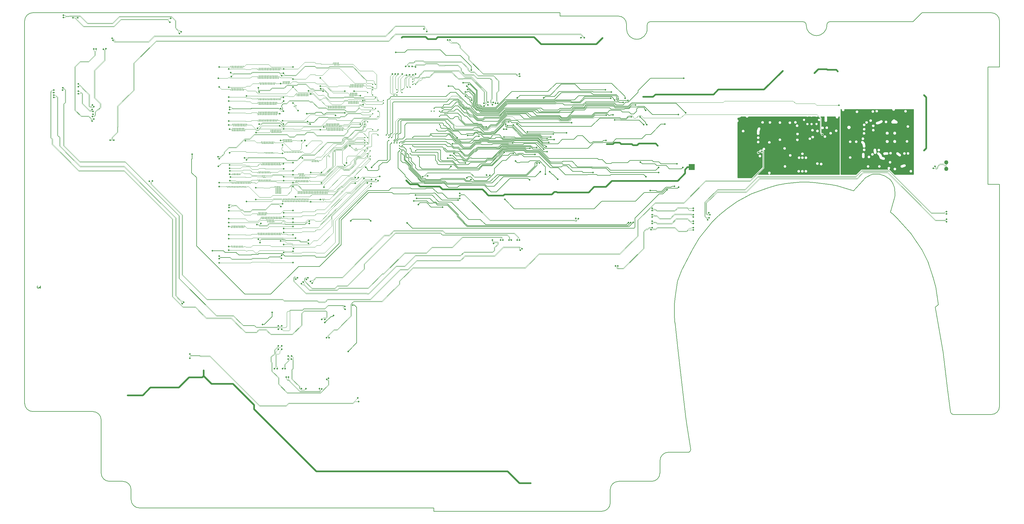
<source format=gbr>
*
G04 Job   : D:\PD-Master\Mas\Mas100n1 ACB_0001_0\Mas100n1 PPC_PORTABILE R_0.pcb*
G04 User  : SHINA:Administrator*
G04 Layer : 3-Internal2.gbr*
G04 Date  : Thu Feb 04 15:45:08 2021*
G04 RSM MASTER DESIGN srl*
%ICAS*%
%MOMM*%
%FSLAX24Y24*%
%OFA0.0000B0.0000*%
G90*
G74*
%AMVB_RECTANGLE*
21,1,$1,$2,0,0,$3*
%
%ADD12C,0.08000*%
%ADD10C,0.15000*%
%ADD14C,0.35000*%
%ADD11C,0.50000*%
%ADD13C,0.50800*%
%ADD15C,1.27000*%
%ADD16VB_RECTANGLE,1.77800X1.77800X0.00000*%
G01*
G36*
X2142500Y1182705D02*
G02X2143101Y1183440I750D01*
G03X2143289Y1183483I801J3960*
G02X2143305Y1183487I184J727*
G01X2150127Y1185168*
G02X2150143Y1185172I191J726*
G03X2152720Y1187118I943J3928*
G02X2153374Y1187500I654J368*
G01X2155460*
Y1143700*
G03X2159500Y1139660I4040*
X2163540Y1143700J4040*
X2159500Y1147740I4040*
X2155460Y1143700J4040*
G01Y1187500*
X2166435*
G02X2167150Y1186977J750*
G03X2171000Y1184160I3850J1223*
X2174850Y1186977J4040*
G02X2175565Y1187500I715J227*
G01X2200660*
Y1110800*
G03X2204700Y1106760I4040*
X2208740Y1110800J4040*
X2204700Y1114840I4040*
X2200660Y1110800J4040*
G01Y1187500*
X2200760*
Y1144000*
Y1143972*
G02Y1143961I750*
G01Y1136239*
G02Y1136228I750J11*
G01Y1136200*
Y1123900*
G03X2204800Y1119860I4040*
X2208840Y1123900J4040*
X2204800Y1127940I4040*
X2200760Y1123900J4040*
G01Y1136200*
G03X2204800Y1132160I4040*
X2208840Y1136200J4040*
G01Y1136228*
G02Y1136239I750*
G01Y1143143*
G02X2208887Y1143403I750*
G01X2211276Y1149862*
G02X2211281Y1149877I707J250*
G03X2211540Y1151300I3781J1423*
X2207500Y1155340I4040*
X2203703Y1152680J4040*
G02X2203698Y1152666I705J256*
G01X2201024Y1145438*
G02X2201019Y1145423I707J250*
G03X2200760Y1144000I3781J1423*
G01Y1187500*
X2213760*
Y1170000*
G03X2217800Y1165960I4040*
X2221840Y1170000J4040*
X2217800Y1174040I4040*
X2213760Y1170000J4040*
G01Y1187500*
X2234160*
Y1109900*
G03X2238200Y1105860I4040*
X2242240Y1109900J4040*
X2238200Y1113940I4040*
X2234160Y1109900J4040*
G01Y1187500*
X2235960*
Y1169800*
G03X2240000Y1165760I4040*
X2244040Y1169800J4040*
X2240000Y1173840I4040*
X2235960Y1169800J4040*
G01Y1187500*
X2265960*
Y1117800*
G03X2270000Y1113760I4040*
X2274040Y1117800J4040*
X2270000Y1121840I4040*
X2265960Y1117800J4040*
G01Y1169300*
G03X2270000Y1165260I4040*
X2274040Y1169300J4040*
X2270000Y1173340I4040*
X2265960Y1169300J4040*
G01Y1187500*
X2279960*
Y1091700*
G03X2281160Y1088827I4040*
G01Y1037500*
G03X2285200Y1033460I4040*
X2289240Y1037500J4040*
X2285200Y1041540I4040*
X2281160Y1037500J4040*
G01Y1088827*
G03X2284000Y1087660I2840J2873*
X2288040Y1091700J4040*
X2284000Y1095740I4040*
X2279960Y1091700J4040*
G01Y1187500*
X2295960*
Y1168900*
G03X2296960Y1166239I4040*
G01Y1070700*
G03X2301000Y1066660I4040*
X2305040Y1070700J4040*
X2301000Y1074740I4040*
X2296960Y1070700J4040*
G01Y1166239*
G03X2300000Y1164860I3040J2661*
X2304040Y1168900J4040*
X2300000Y1172940I4040*
X2295960Y1168900J4040*
G01Y1187500*
X2312560*
Y1170100*
G03X2316600Y1166060I4040*
X2317560Y1166176J4040*
G01Y1160000*
G03X2318460Y1157458I4040*
G01Y1117500*
G03X2322360Y1113462I4040*
G01Y1022900*
G03X2326400Y1018860I4040*
X2330440Y1022900J4040*
X2326400Y1026940I4040*
X2322360Y1022900J4040*
G01Y1113462*
G03X2322500Y1113460I140J4038*
X2323560Y1113602J4040*
G01Y1063700*
G03X2327600Y1059660I4040*
X2331640Y1063700J4040*
X2327600Y1067740I4040*
X2323560Y1063700J4040*
G01Y1113602*
G03X2326540Y1117500I1060J3898*
X2322500Y1121540I4040*
X2318460Y1117500J4040*
G01Y1157458*
G03X2318860Y1157031I3140J2542*
G01Y1135000*
G03X2322900Y1130960I4040*
X2326940Y1135000J4040*
X2322900Y1139040I4040*
X2318860Y1135000J4040*
G01Y1157031*
G03X2321600Y1155960I2740J2969*
X2325640Y1160000J4040*
X2321600Y1164040I4040*
X2317560Y1160000J4040*
G01Y1166176*
G03X2320640Y1170100I960J3924*
X2316600Y1174140I4040*
X2312560Y1170100J4040*
G01Y1187500*
X2333360*
Y1022900*
G03X2337400Y1018860I4040*
X2341440Y1022900J4040*
X2337400Y1026940I4040*
X2333360Y1022900J4040*
G01Y1187500*
X2333460*
Y1063700*
G03X2337500Y1059660I4040*
X2341540Y1063700J4040*
X2337500Y1067740I4040*
X2333460Y1063700J4040*
G01Y1187500*
X2333560*
Y1075500*
G03X2337600Y1071460I4040*
X2341640Y1075500J4040*
X2337600Y1079540I4040*
X2333560Y1075500J4040*
G01Y1187500*
X2339000*
Y1177500*
G03X2342500Y1174000I3500*
X2344060Y1174367J3500*
G01Y1022900*
G03X2348100Y1018860I4040*
X2352140Y1022900J4040*
X2348100Y1026940I4040*
X2344060Y1022900J4040*
G01Y1174367*
G03X2344160Y1174419I1560J3133*
G01Y1063700*
G03X2348200Y1059660I4040*
X2352240Y1063700J4040*
X2348200Y1067740I4040*
X2344160Y1063700J4040*
G01Y1174419*
G03X2346000Y1177500I1660J3081*
X2342500Y1181000I3500*
X2339000Y1177500J3500*
G01Y1187500*
X2349000*
Y1165000*
G03X2352500Y1161500I3500*
X2355860Y1164020J3500*
G01Y1120800*
G03X2359900Y1116760I4040*
X2363940Y1120800J4040*
X2359900Y1124840I4040*
X2355860Y1120800J4040*
G01Y1164020*
G03X2356000Y1165000I3360J980*
X2352500Y1168500I3500*
X2349000Y1165000J3500*
G01Y1187500*
X2349761*
G02X2350245Y1187324J750*
G03X2352500Y1186500I2255J2676*
X2354755Y1187324J3500*
G02X2355239Y1187500I484J574*
G01X2361500*
Y1165000*
G03X2363760Y1161727I3500*
G01Y1146400*
G03X2364560Y1143987I4040*
G01Y1125800*
G03X2368600Y1121760I4040*
X2372640Y1125800J4040*
X2368600Y1129840I4040*
X2364560Y1125800J4040*
G01Y1143987*
G03X2367800Y1142360I3240J2413*
X2371840Y1146400J4040*
X2367800Y1150440I4040*
X2363760Y1146400J4040*
G01Y1161727*
G03X2365000Y1161500I1240J3273*
X2368500Y1165000J3500*
X2365000Y1168500I3500*
X2361500Y1165000J3500*
G01Y1187500*
X2362261*
G02X2362745Y1187324J750*
G03X2365000Y1186500I2255J2676*
X2367255Y1187324J3500*
G02X2367739Y1187500I484J574*
G01X2376500*
Y1165000*
G03X2378460Y1161857I3500*
G01Y1046000*
G03X2382500Y1041960I4040*
X2386540Y1046000J4040*
X2382500Y1050040I4040*
X2378460Y1046000J4040*
G01Y1161857*
G03X2378760Y1161727I1540J3143*
G01Y1144100*
G03X2382800Y1140060I4040*
X2386840Y1144100J4040*
X2382800Y1148140I4040*
X2378760Y1144100J4040*
G01Y1161727*
G03X2380000Y1161500I1240J3273*
X2383500Y1165000J3500*
X2380000Y1168500I3500*
X2376500Y1165000J3500*
G01Y1187500*
X2377261*
G02X2377745Y1187324J750*
G03X2380000Y1186500I2255J2676*
X2382255Y1187324J3500*
G02X2382739Y1187500I484J574*
G01X2385018*
G02X2385548Y1187280J750*
G01X2390460Y1182368*
G02X2390680Y1181838I530J530*
G01Y1180987*
G02X2389930Y1180237I750*
X2389501Y1180371J750*
G03X2387500Y1181000I2001J2871*
X2384000Y1177500J3500*
X2387500Y1174000I3500*
X2389501Y1174629J3500*
G02X2389930Y1174763I429J616*
X2389960J750*
G01Y1044600*
G03X2394000Y1040560I4040*
X2398040Y1044600J4040*
X2394000Y1048640I4040*
X2389960Y1044600J4040*
G01Y1174763*
G02X2390680Y1174013I30J750*
G01Y1138220*
G03X2391237Y1136877I1900*
G01X2393035Y1135078*
G02X2393255Y1134548I530J530*
X2393240Y1134399I751*
G03X2393160Y1133600I3960J799*
X2397200Y1129560I4040*
X2401240Y1133600J4040*
X2397200Y1137640I4040*
X2396401Y1137560J4040*
G02X2396252Y1137545I149J735*
X2395722Y1137765J750*
G01X2394700Y1138787*
G02X2394480Y1139318I530J531*
G01Y1149742*
G02X2395230Y1150492I750*
X2395695Y1150330J750*
G03X2398200Y1149460I2505J3170*
X2401260Y1150862J4040*
G01Y1127200*
G03X2405300Y1123160I4040*
X2409340Y1127200J4040*
X2405300Y1131240I4040*
X2401260Y1127200J4040*
G01Y1150862*
G03X2402240Y1153500I3060J2638*
X2398200Y1157540I4040*
X2395695Y1156670J4040*
G02X2395230Y1156508I465J588*
X2394480Y1157258J750*
G01Y1182935*
G03X2393923Y1184279I1900*
G01X2391983Y1186220*
G02X2391763Y1186750I530J530*
X2392513Y1187500I750*
G01X2403878*
G02X2404628Y1186750J750*
X2404492Y1186319I750*
G03X2403760Y1184000I3308J2319*
X2403762Y1183883I4040*
G02Y1183867I762J22*
G01X2403960Y1175246*
G02X2403961Y1175231I749J28*
G03X2406760Y1171455I4039J69*
G01Y1153900*
G03X2410800Y1149860I4040*
X2414840Y1153900J4040*
X2410800Y1157940I4040*
X2406760Y1153900J4040*
G01Y1171455*
G03X2408000Y1171260I1240J3845*
X2412040Y1175300J4040*
X2412038Y1175417I4040*
G02Y1175433I762J22*
G01X2411840Y1184054*
G02X2411839Y1184069I749J28*
G03X2411108Y1186319I4039J69*
G02X2410972Y1186750I614J431*
X2411722Y1187500I750*
G01X2418460*
Y1137500*
G03X2422500Y1133460I4040*
X2426540Y1137500J4040*
X2422500Y1141540I4040*
X2418460Y1137500J4040*
G01Y1187500*
X2435160*
Y1144800*
G03X2439200Y1140760I4040*
X2443240Y1144800J4040*
X2439200Y1148840I4040*
X2435160Y1144800J4040*
G01Y1187500*
X2437050*
G02X2437800Y1186750J750*
X2437778Y1186570I750*
G03X2437660Y1185600I3922J970*
X2441700Y1181560I4040*
X2445740Y1185600J4040*
X2445622Y1186570I4040*
G02X2445600Y1186750I728J180*
X2446350Y1187500I750*
G01X2449250*
G02X2450000Y1186750J750*
G01Y1013250*
G02X2449250Y1012500I750*
G01X2239450*
G02X2238700Y1013250J750*
G01Y1013276*
G02X2239254Y1014000I750*
G03X2242240Y1017900I1054J3900*
X2238200Y1021940I4040*
X2234160Y1017900J4040*
X2237146Y1014000I4040*
G02X2237700Y1013276I196J724*
G01Y1013250*
G02X2236950Y1012500I750*
G01X2204933*
G02X2204183Y1013250J750*
X2204403Y1013780I750*
G01X2222553Y1031930*
G03X2223109Y1033274I1344J1344*
G01Y1082239*
G03X2222549Y1083586I1900*
G01X2221454Y1084680*
G02X2221235Y1085211I531J531*
X2221971Y1085961I750*
G03X2225940Y1090000I71J4039*
X2221900Y1094040I4040*
X2217860Y1090000J4040*
X2218014Y1088895I4040*
G02X2218043Y1088690I721J205*
X2217293Y1087940I750*
G01X2211840*
G03X2210497Y1087383J1900*
G01X2206278Y1083165*
G02X2205748Y1082945I530J530*
X2205599Y1082960J750*
G03X2204800Y1083040I799J3960*
X2200760Y1079000J4040*
X2204800Y1074960I4040*
X2205960Y1075130J4040*
G01Y1068600*
G03X2210000Y1064560I4040*
X2214040Y1068600J4040*
X2210000Y1072640I4040*
X2205960Y1068600J4040*
G01Y1075130*
G03X2208840Y1079000I1160J3870*
X2208760Y1079799I4040*
G02X2208745Y1079948I736J149*
X2208965Y1080478I750*
G01X2209929Y1081442*
G02X2210460Y1081662I531J530*
X2211202Y1081020J750*
G03X2215200Y1077560I3998J580*
X2216733Y1077862J4040*
G02X2217017Y1077918I284J694*
X2217767Y1077168J750*
G01Y1035010*
G02X2217548Y1034480I750*
G01X2185788Y1002720*
G02X2185257Y1002500I531J530*
G01X2143250*
G02X2142500Y1003250J750*
G01Y1170068*
G02X2143007Y1170777I750*
G03X2145740Y1174600I1307J3823*
X2143007Y1178423I4040*
G02X2142500Y1179132I243J709*
G01Y1182705*
X2452500Y1209250D02*
G02X2453250Y1210000I750D01*
G01X2455582*
G02X2456332Y1209250J750*
X2456273Y1208960I750*
G03X2455960Y1207400I3727J1560*
X2460000Y1203360I4040*
X2464040Y1207400J4040*
X2463727Y1208960I4040*
G02X2463668Y1209250I691J290*
X2464418Y1210000I750*
G01X2472190*
Y1155000*
G03X2477160Y1149701I5310*
G01Y1064300*
G03X2481200Y1060260I4040*
X2485240Y1064300J4040*
X2481200Y1068340I4040*
X2477160Y1064300J4040*
G01Y1111700*
G03X2481200Y1107660I4040*
X2485240Y1111700J4040*
X2481200Y1115740I4040*
X2477160Y1111700J4040*
G01Y1149701*
G03X2477500Y1149690I340J5299*
X2482810Y1155000J5310*
X2477500Y1160310I5310*
X2472190Y1155000J5310*
G01Y1210000*
X2495260*
Y1111700*
G03X2499300Y1107660I4040*
X2503340Y1111700J4040*
X2499300Y1115740I4040*
X2495260Y1111700J4040*
G01Y1210000*
X2497560*
Y1201900*
G03X2501600Y1197860I4040*
X2505640Y1201900J4040*
X2501600Y1205940I4040*
X2497560Y1201900J4040*
G01Y1210000*
X2513760*
Y1110600*
G03X2514672Y1108044I4040*
G02X2514681Y1108032I581J475*
G01X2516560Y1105706*
Y1074400*
Y1074372*
G02Y1074361I750*
G01Y1066039*
G02Y1066028I750J11*
G01Y1066000*
G03X2520600Y1061960I4040*
X2524640Y1066000J4040*
G01Y1066028*
G02Y1066039I750*
G01Y1074361*
G02Y1074372I750J11*
G01Y1074400*
G03X2520600Y1078440I4040*
X2516560Y1074400J4040*
G01Y1105706*
X2517980Y1103948*
G02X2518141Y1103561I584J471*
G01X2518881Y1096988*
G02X2518883Y1096972I744J95*
G03X2519260Y1095647I4017J428*
G01Y1087500*
G03X2523300Y1083460I4040*
X2527340Y1087500J4040*
X2523300Y1091540I4040*
X2519260Y1087500J4040*
G01Y1095647*
G03X2522900Y1093360I3640J1753*
X2526940Y1097400J4040*
X2526912Y1097875I4040*
G02X2526910Y1097890I745J88*
G01X2526019Y1105812*
G02X2526017Y1105828I744J95*
G03X2525128Y1107956I4017J428*
G02X2525119Y1107968I581J475*
G01X2520967Y1113109*
G02X2520958Y1113120I577J479*
G03X2517800Y1114640I3158J2520*
X2513760Y1110600J4040*
G01Y1210000*
X2515360*
Y1120800*
G03X2519400Y1116760I4040*
X2523440Y1120800J4040*
X2519400Y1124840I4040*
X2515360Y1120800J4040*
G01Y1210000*
X2518760*
Y1136900*
G03X2522800Y1132860I4040*
X2526840Y1136900J4040*
X2522800Y1140940I4040*
X2518760Y1136900J4040*
G01Y1210000*
X2519260*
Y1149500*
G03X2523300Y1145460I4040*
X2527340Y1149500J4040*
X2523300Y1153540I4040*
X2519260Y1149500J4040*
G01Y1162500*
G03X2523300Y1158460I4040*
X2527340Y1162500J4040*
X2523300Y1166540I4040*
X2519260Y1162500J4040*
G01Y1210000*
X2526386*
Y1169800*
G03X2530426Y1165760I4040*
X2530960Y1165795J4040*
G01Y1037400*
G03X2535000Y1033360I4040*
X2539040Y1037400J4040*
X2535000Y1041440I4040*
X2530960Y1037400J4040*
G01Y1165795*
G03X2533560Y1167251I534J4005*
G01Y1066000*
G03X2537600Y1061960I4040*
X2541640Y1066000J4040*
X2537600Y1070040I4040*
X2533560Y1066000J4040*
G01Y1167251*
G03X2534466Y1169800I3134J2549*
X2530426Y1173840I4040*
X2526386Y1169800J4040*
G01Y1210000*
X2538760*
Y1175200*
G03X2542800Y1171160I4040*
X2543960Y1171330J4040*
G01Y1073800*
G03X2548000Y1069760I4040*
X2552040Y1073800J4040*
X2548000Y1077840I4040*
X2543960Y1073800J4040*
G01Y1171330*
G03X2546560Y1173722I1160J3870*
G01Y1146600*
G03X2550600Y1142560I4040*
X2551360Y1142632J4040*
G01Y1087200*
G03X2551396Y1086659I4040*
G02X2551398Y1086644I743J101*
G01X2552489Y1078219*
G02X2552491Y1078204I743J107*
G03X2556500Y1074660I4009J496*
X2560540Y1078700J4040*
X2560504Y1079241I4040*
G02X2560502Y1079256I743J101*
G01X2559411Y1087681*
G02X2559409Y1087696I743J107*
G03X2555400Y1091240I4009J496*
X2551360Y1087200J4040*
G01Y1142632*
G03X2554640Y1146600I760J3968*
X2550600Y1150640I4040*
X2546560Y1146600J4040*
G01Y1159600*
G03X2550600Y1155560I4040*
X2554640Y1159600J4040*
X2550600Y1163640I4040*
X2546560Y1159600J4040*
G01Y1173722*
G03X2546840Y1175200I3760J1478*
X2542800Y1179240I4040*
X2538760Y1175200J4040*
G01Y1210000*
X2545260*
Y1202800*
G03X2549300Y1198760I4040*
X2553340Y1202800J4040*
X2549300Y1206840I4040*
X2545260Y1202800J4040*
G01Y1210000*
X2556960*
Y1203800*
G03X2558260Y1200831I4040*
G01Y1167700*
G03X2562160Y1163662I4040*
G01Y1076400*
G03X2563360Y1073527I4040*
G02X2563371Y1073516I527J534*
G01X2564760Y1072127*
Y1037400*
G03X2568800Y1033360I4040*
X2572840Y1037400J4040*
X2568800Y1041440I4040*
X2564760Y1037400J4040*
G01Y1072127*
X2567744Y1069143*
G02X2567925Y1068850I531J530*
G01X2570155Y1062160*
G02X2570160Y1062145I708J248*
G03X2572745Y1059560I3840J1255*
G02X2572760Y1059555I233J713*
G01X2580485Y1056980*
G02X2580500Y1056975I226J715*
G03X2581800Y1056760I1300J3825*
X2585840Y1060800J4040*
X2583055Y1064640I4040*
G02X2583040Y1064645I233J713*
G01X2577550Y1066475*
G02X2577075Y1066950I237J712*
G01X2575245Y1072440*
G02X2575240Y1072455I708J248*
G03X2574240Y1074073I3840J1255*
G02X2574229Y1074084I527J534*
G01X2569084Y1079229*
G02X2569073Y1079240I523J538*
G03X2566200Y1080440I2873J2840*
X2562160Y1076400J4040*
G01Y1163662*
G03X2562300Y1163660I140J4038*
X2563160Y1163753J4040*
G01Y1086700*
G03X2567200Y1082660I4040*
X2571240Y1086700J4040*
X2567200Y1090740I4040*
X2563160Y1086700J4040*
G01Y1163753*
G03X2563411Y1163816I860J3947*
G02X2563426Y1163820I206J721*
G01X2570149Y1165698*
G02X2570164Y1165703I213J719*
G03X2570953Y1166010I1064J3897*
G02X2570968Y1166017I344J666*
G01X2576796Y1168981*
G02X2576810Y1168988I350J664*
G03X2579040Y1172600I1810J3612*
X2575000Y1176640I4040*
X2573147Y1176190J4040*
G02X2573132Y1176183I344J666*
G01X2567693Y1173417*
G02X2567555Y1173363I340J668*
G01X2561251Y1171602*
G02X2561236Y1171597I213J719*
G03X2558260Y1167700I1064J3897*
G01Y1200831*
G03X2561000Y1199760I2740J2969*
X2565040Y1203800J4040*
X2561000Y1207840I4040*
X2556960Y1203800J4040*
G01Y1210000*
X2580360*
Y1076000*
G03X2584400Y1071960I4040*
X2584631Y1071967J4040*
G02X2584647I43J749*
G01X2592370Y1072363*
G02X2592384Y1072364I48J748*
G03X2596240Y1076400I184J4036*
X2592200Y1080440I4040*
X2591969Y1080433J4040*
G02X2591953I43J749*
G01X2584230Y1080037*
G02X2584216Y1080036I48J748*
G03X2580360Y1076000I184J4036*
G01Y1210000*
X2584860*
Y1171500*
G03X2587825Y1167606I4040*
G01Y1112500*
G03X2592500Y1107825I4675*
X2596960Y1111099J4675*
G01Y1050000*
G03X2601000Y1045960I4040*
X2605040Y1050000J4040*
X2601000Y1054040I4040*
X2596960Y1050000J4040*
G01Y1111099*
G03X2597175Y1112500I4460J1401*
X2592500Y1117175I4675*
X2587825Y1112500J4675*
G01Y1137500*
G03X2592500Y1132825I4675*
X2597175Y1137500J4675*
X2592500Y1142175I4675*
X2587825Y1137500J4675*
G01Y1167606*
G03X2588900Y1167460I1075J3894*
X2592940Y1171500J4040*
X2588900Y1175540I4040*
X2584860Y1171500J4040*
G01Y1210000*
X2598360*
Y1077400*
G03X2602400Y1073360I4040*
X2606440Y1077400J4040*
X2602400Y1081440I4040*
X2598360Y1077400J4040*
G01Y1210000*
X2604560*
Y1170300*
G03X2608600Y1166260I4040*
X2608658J4040*
G02X2608669Y1166261I11J749*
X2608673Y1166260J750*
G01X2610325Y1166275*
Y1112500*
G03X2611560Y1109334I4675*
G01Y1029600*
G03X2615600Y1025560I4040*
X2619640Y1029600J4040*
X2615600Y1033640I4040*
X2611560Y1029600J4040*
G01Y1109334*
G03X2615000Y1107825I3440J3166*
X2619360Y1110813J4675*
G01Y1076400*
G03X2620972Y1073171I4040*
G02X2620984Y1073162I451J599*
G01X2627621Y1068109*
G02X2627634Y1068100I445J603*
G03X2630100Y1067260I2466J3200*
X2632360Y1067951J4040*
G01Y1037600*
G03X2636400Y1033560I4040*
X2637655Y1033760J4040*
G02X2637670Y1033765I233J713*
G01X2645396Y1036241*
G02X2645411Y1036246I239J711*
G03X2648240Y1040100I1211J3854*
X2644200Y1044140I4040*
X2642945Y1043940J4040*
G02X2642930Y1043935I233J713*
G01X2635204Y1041459*
G02X2635189Y1041454I239J711*
G03X2632360Y1037600I1211J3854*
G01Y1067951*
G03X2634140Y1071300I2260J3349*
X2632528Y1074529I4040*
G02X2632516Y1074538I451J599*
G01X2625879Y1079591*
G02X2625866Y1079600I445J603*
G03X2623400Y1080440I2466J3200*
X2619360Y1076400J4040*
G01Y1110813*
G03X2619675Y1112500I4360J1687*
X2615000Y1117175I4675*
X2610325Y1112500J4675*
G01Y1137500*
G03X2615000Y1132825I4675*
X2619675Y1137500J4675*
X2615000Y1142175I4675*
X2610325Y1137500J4675*
G01Y1166275*
X2619997Y1166360*
G02X2620013I18J750*
G03X2624040Y1170400I13J4040*
X2622265Y1173745I4040*
G02X2622253Y1173754I421J621*
G01X2615317Y1178510*
G02X2615304Y1178519I415J625*
G03X2613000Y1179240I2304J3319*
X2609979Y1177882J4040*
G02X2609968Y1177871I561J498*
G01X2605620Y1173028*
G02X2605610Y1173017I565J493*
G03X2604560Y1170300I2990J2717*
G01Y1210000*
X2606942*
G02X2607692Y1209250J750*
X2607687Y1209164I750*
G03X2607660Y1208700I4013J464*
X2611700Y1204660I4040*
X2615740Y1208700J4040*
X2615713Y1209164I4040*
G02X2615708Y1209250I745J86*
X2616458Y1210000I750*
G01X2640160*
Y1076400*
G03X2644200Y1072360I4040*
X2648240Y1076400J4040*
X2644200Y1080440I4040*
X2640160Y1076400J4040*
G01Y1210000*
X2643460*
Y1203600*
G03X2647500Y1199560I4040*
X2647960Y1199586J4040*
G01Y1112800*
G03X2650960Y1108896I4040*
G01Y1076700*
G03X2655000Y1072660I4040*
X2659040Y1076700J4040*
X2655000Y1080740I4040*
X2650960Y1076700J4040*
G01Y1108896*
G03X2652000Y1108760I1040J3904*
X2656040Y1112800J4040*
X2652000Y1116840I4040*
X2647960Y1112800J4040*
G01Y1199586*
G03X2650560Y1200962I460J4014*
G01Y1157500*
G03X2654600Y1153460I4040*
X2658640Y1157500J4040*
X2654600Y1161540I4040*
X2650560Y1157500J4040*
G01Y1200962*
G03X2651540Y1203600I3060J2638*
X2647500Y1207640I4040*
X2643460Y1203600J4040*
G01Y1210000*
X2659360*
Y1023200*
G03X2663400Y1019160I4040*
X2667440Y1023200J4040*
X2663400Y1027240I4040*
X2659360Y1023200J4040*
G01Y1210000*
X2671750*
G02X2672500Y1209250J750*
G01Y1013250*
G02X2671750Y1012500I750*
G01X2614432*
G02X2613902Y1012720J750*
G01X2599774Y1026847*
G03X2599223Y1027231I1343J1343*
G02X2598785Y1027912I312J681*
X2599201Y1028584I750*
G03X2601440Y1032200I1801J3616*
X2597400Y1036240I4040*
X2593360Y1032200J4040*
X2595238Y1028787I4040*
G02X2595587Y1028154I401J633*
X2594837Y1027404I750*
G01X2515015*
G03X2513672Y1026847J1900*
G01X2499544Y1012720*
G02X2499014Y1012500I530J530*
G01X2453250*
G02X2452500Y1013250J750*
G01Y1209250*
G37*
G54D10*
X39500Y678030D02*
X39540Y678090D01*
Y678160*
X39520Y678230*
X39470Y678280*
X39410Y678320*
X39330Y678350*
X39260Y678340*
X39200Y678300*
X38060Y677050*
X38030Y677000*
Y676980*
X37590Y675550*
X37570Y675510*
X37560Y675480*
Y674120*
X37570Y674050*
X37990Y673030*
X38000Y673000*
X38030Y672970*
X38560Y672220*
X38570*
X38600Y672190*
X38610Y672170*
X38630Y672160*
X39450Y671490*
Y671480*
X39470Y671470*
X39500Y671460*
X39550Y671430*
X40460Y671230*
X40530*
X40550*
X41230Y671260*
X41270Y671270*
X41300Y671290*
X42370Y671620*
X42400*
X42450Y671650*
X43360Y672220*
X43370*
X43400Y672250*
X43420Y672270*
X43770Y672890*
X43790Y672930*
Y672950*
X43800*
X44060Y673970*
Y674060*
Y674120*
X44220Y673550*
X44230Y673490*
X44260Y673450*
X45030Y672460*
X45040Y672440*
X45060Y672430*
Y672420*
X46070Y671690*
X46120Y671670*
X46150Y671660*
X47290Y671250*
X47330Y671230*
X47370*
X47420Y671250*
X47460Y671290*
X47500Y671320*
X47540Y671350*
X47550Y671390*
X47560Y671430*
Y678180*
X47540Y678250*
X47500Y678300*
X47430Y678340*
X47350Y678350*
X47280Y678340*
X47210Y678300*
X47170Y678250*
X47150Y678180*
Y671730*
X46310Y672020*
X45330Y672720*
X44600Y673670*
X44060Y675490*
X44040Y675550*
X43990Y675600*
X43960Y675620*
X43890Y675650*
X43810*
X43730Y675620*
X43670Y675560*
X43650Y675480*
Y674060*
X43390Y673070*
X43070Y672530*
X42230Y671990*
X41190Y671670*
X40530Y671630*
X39670Y671830*
X38890Y672460*
X38370Y673200*
X37970Y674170*
Y675460*
X38380Y676800*
X39500Y678030*
X743600Y598000D02*
Y585410D01*
X719790Y561600*
X715000*
X928000Y589200D02*
X924613Y585813D01*
X920813*
X902500Y567500*
X962000Y1198600D02*
X906274D01*
X902484Y1194810*
X897140*
X891660Y1200290*
X876040*
X872460Y1196710*
X854112*
X853402Y1196000*
X847600*
X980000Y873600D02*
X984990Y878590D01*
X1034710*
X1040000Y873300*
X986200Y620800D02*
X990990D01*
X997990Y613800*
Y506590*
X972400Y481000*
X1047800Y1040000D02*
X1042600Y1034800D01*
X1066126Y1040000D02*
X1064700Y1038574D01*
Y1028747*
X1060763Y1024810*
X1032816*
X1030010Y1027616*
Y1030290*
X1025000Y1035300*
X1094500Y1116000D02*
X1090500Y1112000D01*
Y1058343*
X1088157Y1056000*
X1063800*
X1047800Y1040000*
X1094500Y1124000D02*
X1098500Y1128000D01*
Y1132950*
X1101550Y1136000*
X1103450*
X1106500Y1139050*
Y1228950*
X1109550Y1232000*
X1269175*
X1277365Y1240190*
X1282500*
X1102500Y1108000D02*
X1098500Y1104000D01*
Y1058343*
X1089356Y1049199*
X1075325*
X1066126Y1040000*
X1110500Y1108000D02*
Y1112000D01*
X1112157*
X1122500Y1122343*
Y1133657*
X1124843Y1136000*
X1128157*
X1130500Y1138343*
Y1173657*
X1132943Y1176100*
X1264057*
X1266555Y1173602*
Y1170671*
X1269826Y1167400*
X1270774*
X1279200Y1158974*
Y1155426*
X1282500Y1152126*
X1115400Y1380600D02*
X1142426D01*
X1149816Y1387990*
X1249260*
X1266250Y1371000*
X1309322*
X1342200Y1338122*
Y1327200*
X1118500Y1108000D02*
Y1113657D01*
X1124843Y1120000*
X1136157*
X1142500Y1126343*
Y1161657*
X1148843Y1168000*
X1256157*
X1258500Y1165657*
Y1162343*
X1260843Y1160000*
X1264526*
X1272016Y1152510*
X1276576*
X1282500Y1146586*
X1122500Y1040000D02*
Y1032750D01*
X1143750Y1011500*
Y1008476*
X1164036Y988190*
X1199784*
X1201864Y986110*
X1254355*
X1255135Y986890*
X1261084*
X1273764Y974210*
X1300860*
X1306940Y980290*
X1382336*
X1401536Y961090*
X1417664*
X1458064Y1001490*
X1512910*
X1517500Y996900*
X1126500Y1084000D02*
X1122500Y1080000D01*
Y1040000*
X1126500Y1092000D02*
X1130500Y1088000D01*
X1137583*
X1143500Y1082083*
Y1058359*
X1161510Y1040349*
Y1040000*
X1126500Y1108000D02*
X1130500Y1112000D01*
X1138500*
X1146500Y1120000*
X1264157*
X1266157Y1118000*
X1282500*
X1134500Y1076000D02*
X1140500Y1070000D01*
Y1057117*
X1157617Y1040000*
X1134500Y1100000D02*
X1138500Y1104000D01*
X1264891*
X1271691Y1097200*
X1282500*
X1134500Y1108000D02*
X1138743D01*
X1142743Y1112000*
X1267391*
X1271791Y1107600*
X1276600*
X1282500Y1101700*
X1136157Y1096000D02*
X1130500D01*
X1126500Y1100000*
X1136157Y1096000D02*
X1138934D01*
X1146500Y1088434*
Y1085657*
X1149300Y867900D02*
X1165290Y851910D01*
X1831584*
X1834390Y854716*
Y881764*
X1907236Y954610*
X1918310*
X1931100Y967400*
X1153374Y1040000D02*
X1144279Y1049095D01*
X1136535*
X1130500Y1055130*
Y1080000*
X1134500Y1084000*
X1157617Y1040000D02*
X1158510Y1039107D01*
Y1031317*
X1185210Y1004617*
Y1001731*
X1192751Y994190*
X1202269*
X1204349Y992110*
X1251869*
X1252649Y992890*
X1263569*
X1269649Y986810*
X1343610*
X1344390Y987590*
X1404916*
X1426814Y1009488*
X1508805*
X1539500Y1040183*
Y1046800*
X1161510Y1040000D02*
Y1032560D01*
X1188210Y1005860*
Y1002973*
X1193993Y997190*
X1203512*
X1205592Y995110*
X1250627*
X1253507Y997990*
X1320336*
X1326616Y991710*
X1399384*
X1420162Y1012488*
X1507562*
X1534150Y1039076*
Y1048224*
X1537516Y1051590*
X1543210*
X1547000Y1047800*
X1164510Y1040000D02*
Y1043740D01*
X1154500Y1053750*
Y1061657*
X1152157Y1064000*
X1148843*
X1146500Y1066343*
Y1085657*
X1166500Y1100000D02*
X1170500Y1096000D01*
X1256157*
X1258500Y1093657*
Y1090343*
X1267633Y1081210*
X1282500*
X1174850Y1040000D02*
Y1041400D01*
X1162500Y1053750*
Y1061657*
X1160157Y1064000*
X1156843*
X1154500Y1066343*
Y1072000*
X1150500Y1076000*
X1182500Y1068000D02*
X1186500Y1064000D01*
Y1040000*
X1183000Y923000D02*
X1188390Y928390D01*
X1208384*
X1221574Y915200*
X1255800*
X1186500Y1040000D02*
Y1037526D01*
X1194016Y1030010*
X1274410*
X1281800Y1037400*
X1222500Y1132000D02*
X1226500Y1128000D01*
X1266826*
X1272016Y1133190*
X1275984*
X1278790Y1130384*
Y1129751*
X1282500Y1126041*
X1222500Y1204095D02*
Y1204000D01*
X1230500Y1204095D02*
Y1204000D01*
X1254500Y1212000D02*
X1258500D01*
Y1213657*
X1260843Y1216000*
X1282500*
X1271500Y1062700D02*
X1282500D01*
X1274000Y1279200D02*
X1282500D01*
X1279200Y1071200D02*
X1282500D01*
Y1042600D02*
X1243826D01*
X1239900Y1046526*
Y1050709*
X1234500Y1056109*
Y1069657*
X1232157Y1072000*
X1162500*
X1158500Y1076000*
X1282500Y1051410D02*
X1249433D01*
X1242500Y1058343*
Y1077657*
X1240157Y1080000*
X1164843*
X1162500Y1082343*
Y1088000*
X1158500Y1092000*
X1282500Y1054410D02*
X1254433D01*
X1250500Y1058343*
Y1085657*
X1248157Y1088000*
X1178500*
X1174500Y1084000*
X1282500Y1062700D02*
X1286616D01*
X1294126Y1055190*
X1299384*
X1306574Y1048000*
X1324700*
X1282500Y1071200D02*
X1285357D01*
X1298007Y1058550*
X1314491*
X1320231Y1052810*
X1383693*
X1390521Y1059638*
X1406178*
X1437231Y1090690*
X1446169*
X1448849Y1088010*
X1502366*
X1507755Y1082620*
X1545198*
X1581609Y1046210*
X1615740*
X1618840Y1043110*
X1635934*
X1645654Y1033390*
X1704284*
X1705629Y1032045*
X1747671*
X1760516Y1019200*
X1905800*
X1282500Y1081210D02*
X1291564D01*
X1294184Y1078590*
X1302936*
X1322716Y1058810*
X1328593*
X1351373Y1081590*
X1355616*
X1363816Y1089790*
X1416551*
X1417131Y1089210*
X1427265*
X1434745Y1096690*
X1448655*
X1451335Y1094010*
X1504851*
X1506861Y1092000*
X1518400*
X1282500Y1084210D02*
X1270290D01*
X1262500Y1092000*
X1282500Y1097200D02*
X1283883D01*
X1289093Y1091990*
X1302684*
X1308487Y1086188*
X1309438*
X1324016Y1071610*
X1332908*
X1350508Y1089210*
X1354751*
X1361331Y1095790*
X1419036*
X1419616Y1095210*
X1424780*
X1432260Y1102690*
X1451140*
X1453820Y1100010*
X1521407*
X1526817Y1094600*
X1539200*
X1282500Y1101700D02*
X1283090Y1101110D01*
X1284216*
X1290316Y1095010*
X1303907*
X1309707Y1089210*
X1340636*
X1356216Y1104790*
X1372310*
X1374290Y1102810*
X1404010*
X1406890Y1105690*
X1452383*
X1455063Y1103010*
X1497810*
X1501090Y1106290*
X1535460*
X1560150Y1081600*
X1570400*
X1282500Y1118000D02*
X1286298D01*
X1295398Y1108900*
X1305839*
X1319529Y1095210*
X1338151*
X1353731Y1110790*
X1367892*
X1372492Y1115390*
X1391627*
X1395007Y1112010*
X1464536*
X1465116Y1112590*
X1469084*
X1472384Y1109290*
X1540410*
X1560200Y1089500*
X1282500Y1126041D02*
X1296311Y1112230D01*
X1306752*
X1311772Y1107210*
X1344041*
X1350621Y1113790*
X1366649*
X1371249Y1118390*
X1392869*
X1396249Y1115010*
X1463293*
X1463873Y1115590*
X1470327*
X1471227Y1114690*
X1540410*
X1560810Y1094290*
X1563060*
X1564940Y1092410*
X1693136*
X1709856Y1109130*
X1737831*
X1738901Y1110200*
X1767100*
X1777910Y1121010*
X1854860*
X1867600Y1133750*
X1881524*
X1912574Y1164800*
X1924000*
X1282500Y1130283D02*
X1281790Y1130993D01*
Y1131627*
X1277227Y1136190*
X1270773*
X1270583Y1136000*
X1220843*
X1218500Y1133657*
Y1130343*
X1216157Y1128000*
X1170500*
X1166500Y1124000*
X1282500Y1137074D02*
X1273384Y1146190D01*
X1267881*
X1265691Y1144000*
X1242500*
X1238500Y1148000*
X1282500Y1141317D02*
X1274627Y1149190D01*
X1271093*
X1268283Y1152000*
X1252843*
X1250500Y1154343*
Y1160000*
X1246500Y1164000*
X1282500Y1146586D02*
X1285476Y1143610D01*
X1303290*
X1313090Y1133810*
X1326710*
X1329100Y1136200*
X1348783*
X1353973Y1141390*
X1360427*
X1362627Y1139190*
X1370374*
X1376354Y1133210*
X1403269*
X1405869Y1135810*
X1413669*
X1440810Y1162951*
Y1166784*
X1446026Y1172000*
X1454900*
X1282500Y1152126D02*
X1288016Y1146610D01*
X1360016*
X1364436Y1142190*
X1371617*
X1377597Y1136210*
X1402027*
X1404627Y1138810*
X1412427*
X1437810Y1164193*
Y1168027*
X1446573Y1176790*
X1456884*
X1464484Y1169190*
X1481484*
X1492964Y1157710*
X1703218*
X1728178Y1182670*
X1789203*
X1792163Y1179710*
X1807988*
X1815078Y1186800*
X1823500*
X1282500Y1168274D02*
X1271674Y1179100D01*
X1127943*
X1122500Y1173657*
Y1138343*
X1120157Y1136000*
X1116843*
X1114500Y1133657*
Y1120000*
X1110500Y1116000*
X1282500Y1180810D02*
X1279816D01*
X1268626Y1192000*
X1250500*
X1246500Y1188000*
X1282500Y1198190D02*
X1273422D01*
X1271232Y1196000*
X1262500*
X1282500Y1203500D02*
X1274489D01*
X1270989Y1200000*
X1250500*
X1246500Y1204000*
X1282500Y1209074D02*
X1281426Y1208000D01*
X1258500*
X1254500Y1204000*
X1282500Y1216000D02*
X1282800D01*
X1298590Y1231790*
X1302784*
X1305590Y1228984*
Y1223898*
X1320898Y1208590*
X1325784*
X1329000Y1205374*
Y1201926*
X1339126Y1191800*
X1347783*
X1361773Y1177810*
X1379036*
X1383816Y1182590*
X1427907*
X1447307Y1201990*
X1527204*
X1538904Y1190290*
X1608465*
X1614245Y1184510*
X1630624*
X1653445Y1207331*
X1682668*
X1689127Y1213790*
X1758010*
X1762390Y1209410*
X1802022*
X1803802Y1211190*
X1816702*
X1821852Y1216340*
X1841175*
X1842705Y1217870*
X1862295*
X1886765Y1193400*
X1964900*
X1282500Y1230716D02*
X1288974Y1237190D01*
X1301627*
X1308590Y1230227*
Y1225141*
X1322141Y1211590*
X1327027*
X1329307Y1209310*
X1335164*
X1349400Y1195074*
Y1194426*
X1363016Y1180810*
X1377793*
X1382573Y1185590*
X1426665*
X1446065Y1204990*
X1533554*
X1540034Y1198510*
X1607022*
X1609302Y1200790*
X1642661*
X1653061Y1211190*
X1682284*
X1690084Y1218990*
X1769984*
X1774864Y1214110*
X1802022*
X1802102Y1214190*
X1815459*
X1823869Y1222600*
X1836400*
X1282500Y1230716D02*
X1275784Y1224000D01*
X1260843*
X1258500Y1221657*
Y1219050*
X1255110Y1215660*
X1234160*
X1230500Y1212000*
X1282500Y1240190D02*
X1302869D01*
X1311590Y1231469*
Y1226383*
X1323063Y1214910*
X1327949*
X1330549Y1212310*
X1337021*
X1358221Y1191110*
X1427942*
X1444822Y1207990*
X1539904*
X1546384Y1201510*
X1605779*
X1610979Y1206710*
X1643422*
X1650902Y1214190*
X1681042*
X1688842Y1221990*
X1771227*
X1776107Y1217110*
X1800779*
X1800859Y1217190*
X1814217*
X1824417Y1227390*
X1957610*
X1986400Y1198600*
X1282500Y1260590D02*
X1279581D01*
X1266491Y1247500*
X1101050*
X1098500Y1244950*
Y1242343*
X1096157Y1240000*
X1092843*
X1090500Y1237657*
Y1136000*
X1086500Y1132000*
X1282500Y1279200D02*
X1286200D01*
X1295200Y1270200*
X1304150*
X1318700Y1255650*
X1325624*
X1330500Y1250774*
Y1249726*
X1334416Y1245810*
X1339680*
X1343600Y1241890*
Y1237100*
X1286100Y1105900D02*
X1304596D01*
X1318286Y1092210*
X1339393*
X1354973Y1107790*
X1369135*
X1373735Y1112390*
X1390384*
X1394084Y1108690*
X1453625*
X1454515Y1107800*
X1467100*
X1300200Y1123600D02*
X1296813Y1126987D01*
Y1127004*
X1282500Y1141317*
X1302600Y936000D02*
X1254474D01*
X1233484Y956990*
X1227290*
X1226710Y956410*
X1198890*
X1198810Y956490*
X1157940*
X1155960Y954510*
X1108590*
X1104010Y959090*
X1033816*
X951173Y876447*
Y801599*
X886224Y736650*
X823550*
X739910Y653010*
X661816*
X516550Y798276*
Y1004200*
X502010Y1018740*
Y1058784*
X503700Y1060474*
Y1074600*
X1307800Y941200D02*
X1270990D01*
X1255200Y956990*
X1241646*
X1226846Y971790*
X1206616*
X1204836Y970010*
X1163016*
X1160716Y972310*
X1101710*
X1094326Y964926*
X1031688*
X945454Y878693*
Y806169*
X903995Y764710*
X876040*
X872460Y768290*
X833540*
X832960Y767710*
X781840*
X774560Y774990*
X703520*
X701550Y773020*
X683620*
X681310Y770710*
X643540*
X635400Y778850*
X602300*
X596950Y784200*
X564700*
X1318200Y1289600D02*
X1337433D01*
X1360390Y1266643*
Y1229364*
X1360210Y1229184*
Y1225216*
X1363016Y1222410*
X1369355*
X1377155Y1214610*
X1415784*
X1464044Y1262870*
X1573144*
X1598144Y1287870*
X1764120*
X1804400Y1247590*
Y1242800*
X1324400Y1261400D02*
X1330026D01*
X1331816Y1263190*
X1335784*
X1348390Y1250584*
Y1234335*
X1348210Y1234155*
Y1220245*
X1359465Y1208990*
X1365627*
X1372007Y1202610*
X1423461*
X1450261Y1229410*
X1595522*
X1598102Y1231990*
X1639984*
X1642964Y1229010*
X1670336*
X1684026Y1242700*
X1761800*
X1328600Y1279200D02*
X1336000Y1271800D01*
X1337233*
X1354390Y1254643*
Y1231849*
X1354210Y1231669*
Y1222731*
X1361951Y1214990*
X1368112*
X1374492Y1208610*
X1420976*
X1447776Y1235410*
X1593037*
X1595617Y1237990*
X1652682*
X1665182Y1250490*
X1776384*
X1779590Y1247284*
Y1243140*
X1778810Y1242360*
Y1238216*
X1781616Y1235410*
X1785584*
X1786474Y1236300*
X1812800*
X1328800Y1003000D02*
X1332187Y1006387D01*
X1340387*
X1352064Y994710*
X1388784*
X1411450Y1017376*
Y1030824*
X1436376Y1055750*
X1446776*
X1462416Y1071390*
X1475993*
X1476173Y1071210*
X1482627*
X1484807Y1073390*
X1494384*
X1500974Y1066800*
X1546984*
X1580394Y1033390*
X1604310*
X1624990Y1012710*
X1691610*
X1692490Y1013590*
X1719068*
X1722128Y1010530*
X1759772*
X1762132Y1012890*
X1860410*
X1867000Y1006300*
X1331200Y1268800D02*
X1335990D01*
X1351390Y1253400*
Y1233092*
X1351210Y1232912*
Y1221488*
X1360708Y1211990*
X1366869*
X1373249Y1205610*
X1422219*
X1449019Y1232410*
X1594279*
X1596859Y1234990*
X1641227*
X1644207Y1232010*
X1668546*
X1684026Y1247490*
X1763784*
X1769613Y1241661*
Y1240087*
X1773000Y1236700*
X1334100Y1283900D02*
X1338890D01*
X1357390Y1265400*
Y1230607*
X1357210Y1230427*
Y1223973*
X1363193Y1217990*
X1369355*
X1375735Y1211610*
X1417027*
X1443827Y1238410*
X1591794*
X1613254Y1259870*
X1702455*
X1708735Y1253590*
X1777527*
X1783600Y1247517*
Y1240200*
X1341600Y998400D02*
X1337910Y994710D01*
X1327859*
X1321579Y1000990*
X1252264*
X1249384Y998110*
X1206835*
X1203535Y1001410*
X1194016*
X1191210Y1004216*
Y1007103*
X1164510Y1033803*
Y1040000*
X1365500Y1128200D02*
X1356236D01*
X1347826Y1119790*
X1328540*
X1327560Y1118810*
X1298216*
X1285700Y1131326*
Y1133874*
X1282500Y1137074*
X1386900Y1156700D02*
X1379966D01*
X1371776Y1164890*
X1363336*
X1360736Y1167490*
X1348910*
X1327850Y1188550*
X1322650*
X1301610Y1209590*
X1296216*
X1293400Y1206774*
Y1206426*
X1290474Y1203500*
X1282500*
X1439700Y1149900D02*
X1440400Y1149200D01*
X1448200*
X1441700Y1079900D02*
X1404010Y1042210D01*
X1375358*
X1364158Y1031010*
X1301531*
X1289941Y1042600*
X1282500*
X1443000Y938700D02*
X1471490Y910210D01*
X1711360*
X1734300Y933150*
X1836100*
X1862260Y959310*
X1916236*
X1929116Y972190*
X1933084*
X1933661Y971613*
X1962213*
X1965600Y975000*
X1445600Y1164800D02*
Y1158026D01*
X1449226Y1154400*
X1465783*
X1493493Y1126690*
X1546137*
X1557017Y1115810*
X1572384*
X1574574Y1118000*
X1591200*
X1450800Y1159600D02*
X1464826D01*
X1494736Y1129690*
X1547380*
X1556470Y1120600*
X1570400*
X1469000Y1076400D02*
X1459476D01*
X1453576Y1070500*
X1436543*
X1405253Y1039210*
X1376601*
X1364401Y1027010*
X1181416*
X1174850Y1033576*
Y1040000*
X1469000Y1162200D02*
X1498510Y1132690D01*
X1548623*
X1555513Y1125800*
X1580800*
X1475600Y1054100D02*
X1480690Y1049010D01*
X1488310*
X1489750Y1050450*
X1514400*
X1518540Y1054590*
X1546984*
X1565200Y1036374*
Y1014000*
X1479500Y1164400D02*
X1508210Y1135690D01*
X1549865*
X1550455Y1135100*
X1589100*
X1480600Y1243300D02*
X1488790Y1251490D01*
X1579094*
X1612474Y1284870*
X1654088*
X1670958Y1268000*
X1745200*
X1510600Y1141400D02*
X1589574D01*
X1592474Y1138500*
X1628640*
X1534000Y1073800D02*
X1499819D01*
X1497229Y1076390*
X1483564*
X1481384Y1074210*
X1477416*
X1474200Y1077426*
Y1077974*
X1470164Y1082010*
X1446364*
X1443684Y1084690*
X1439716*
X1400236Y1045210*
X1370508*
X1359308Y1034010*
X1302773*
X1285373Y1051410*
X1282500*
X1549600Y1021800D02*
X1534288Y1006488D01*
X1439114*
X1410636Y978010*
X1388859*
X1383059Y983810*
X1268407*
X1262327Y989890*
X1253892*
X1253112Y989110*
X1203107*
X1201027Y991190*
X1191508*
X1182210Y1000488*
Y1003375*
X1155510Y1030075*
Y1037864*
X1153374Y1040000*
X1560000Y1243200D02*
X1564790Y1247990D01*
X1591794*
X1606674Y1262870*
X1706865*
X1708735Y1261000*
X1762800*
X1567800Y1097200D02*
X1564413Y1100587D01*
X1558756*
X1541653Y1117690*
X1472469*
X1471569Y1118590*
X1462631*
X1462051Y1118010*
X1437173*
X1429793Y1125390*
X1417140*
X1412360Y1120610*
X1394892*
X1394112Y1121390*
X1370007*
X1365407Y1116790*
X1344271*
X1337691Y1110210*
X1313014*
X1307414Y1115810*
X1296973*
X1282500Y1130283*
X1575600Y1110200D02*
X1557628D01*
X1544138Y1123690*
X1474955*
X1472845Y1125800*
X1440400*
X1602700Y998600D02*
X1599313Y1001987D01*
Y1002261*
X1587984Y1013590*
X1586410*
X1578200Y1021800*
X1644200Y1169300D02*
X1488094D01*
X1481484Y1175910*
X1462007*
X1458127Y1179790*
X1445331*
X1434810Y1169269*
Y1165436*
X1411184Y1141810*
X1403384*
X1400784Y1139210*
X1381476*
X1367096Y1153590*
X1351190*
X1347210Y1149610*
X1292816*
X1289600Y1152826*
Y1161174*
X1282500Y1168274*
X1708200Y1019200D02*
X1678374D01*
X1675284Y1022290*
X1671290*
X1671210Y1022210*
X1646964*
X1629584Y1039590*
X1616690*
X1613610Y1036510*
X1587066*
X1543956Y1079620*
X1506513*
X1501123Y1085010*
X1447607*
X1444927Y1087690*
X1438473*
X1407421Y1056638*
X1391764*
X1384936Y1049810*
X1339810*
X1333210Y1043210*
X1297816*
X1286616Y1054410*
X1282500*
X1747200Y1115400D02*
X1739858D01*
X1736588Y1112130*
X1708613*
X1704293Y1107810*
X1698790*
X1676810Y1129790*
X1661290*
X1650200Y1118700*
X1616120*
X1602830Y1105410*
X1558175*
X1542895Y1120690*
X1473712*
X1472812Y1121590*
X1461388*
X1460808Y1121010*
X1438416*
X1426836Y1132590*
X1407716*
X1404250Y1129124*
Y1127076*
X1400784Y1123610*
X1396135*
X1394835Y1124910*
X1379464*
X1370374Y1134000*
X1363574*
X1359184Y1138390*
X1355216*
X1347826Y1131000*
X1331200*
X1747700Y1191800D02*
X1714059D01*
X1707149Y1184890*
X1643732*
X1634352Y1175510*
X1610517*
X1604737Y1181290*
X1500610*
X1488910Y1192990*
X1451035*
X1417755Y1159710*
X1401883*
X1391083Y1148910*
X1379271*
X1369291Y1158890*
X1360851*
X1358251Y1161490*
X1323493*
X1304790Y1180193*
Y1184984*
X1301984Y1187790*
X1294390*
X1287410Y1180810*
X1282500*
X1768600Y1192500D02*
X1760874D01*
X1759584Y1191210*
X1755340*
X1749960Y1196590*
X1714607*
X1705907Y1187890*
X1642489*
X1633109Y1178510*
X1611759*
X1605979Y1184290*
X1518486*
X1506786Y1195990*
X1449793*
X1416513Y1162710*
X1400641*
X1389841Y1151910*
X1380514*
X1370534Y1161890*
X1362093*
X1359493Y1164490*
X1324736*
X1312100Y1177126*
Y1188074*
X1301984Y1198190*
X1282500*
X1799200Y1229800D02*
X1787774D01*
X1785584Y1231990*
X1778340*
X1778260Y1231910*
X1686784*
X1678846Y1223972*
X1648707*
X1647144Y1222410*
X1621990*
X1617610Y1226790*
X1597145*
X1595855Y1225500*
X1450594*
X1424704Y1199610*
X1370764*
X1364384Y1205990*
X1358223*
X1345210Y1219003*
Y1227580*
X1338395Y1234395*
Y1238459*
X1335174Y1241680*
X1332820*
X1324600Y1249900*
X1814800Y868400D02*
X1808610Y862210D01*
X1385690*
X1369800Y878100*
X1334500*
X1281906Y930694*
X1245356*
X1224350Y951700*
X1175200*
X1821600Y868400D02*
X1812410Y859210D01*
X1331016*
X1320490Y869736*
Y870927*
X1303238Y888179*
Y892579*
X1270221Y925596*
X1240821*
X1236027Y930390*
X1229060*
X1218150Y941300*
X1177800*
X1829000Y869000D02*
X1816210Y856210D01*
X1329773*
X1317490Y868493*
Y869684*
X1300238Y886937*
Y891337*
X1270281Y921293*
X1240881*
X1234784Y927390*
X1226440*
X1225560Y926510*
X1215374*
X1208384Y933500*
X1170000*
X1860400Y1163300D02*
X1846990Y1176710D01*
X1790921*
X1789831Y1177800*
X1773200*
X1866800Y1206400D02*
X1863413Y1209787D01*
Y1212509*
X1861052Y1214870*
X1843948*
X1839800Y1210722*
Y1203742*
X1831188Y1195130*
X1822728*
X1816658Y1201200*
X1796600*
X1791810Y1205990*
X1758490*
X1752090Y1199590*
X1713364*
X1704984Y1191210*
X1641567*
X1631867Y1181510*
X1613002*
X1607222Y1187290*
X1523836*
X1512136Y1198990*
X1448550*
X1422570Y1173010*
X1376290*
X1374490Y1174810*
X1360531*
X1348310Y1187030*
X1339144*
X1327774Y1198400*
X1322426*
X1312500Y1208326*
Y1209974*
X1302784Y1219690*
X1293116*
X1282500Y1209074*
X1870000Y1163300D02*
X1866613Y1166687D01*
Y1170087*
X1849800Y1186900*
X1879800Y964600D02*
X1897726D01*
X1900016Y962310*
X1914993*
X1927873Y975190*
X1942764*
X1945174Y977600*
X1952600*
X1905800Y1034800D02*
X1897110Y1026110D01*
X1760516*
X1751581Y1035045*
X1706872*
X1705527Y1036390*
X1661460*
X1645160Y1052690*
X1617740*
X1615860Y1050810*
X1581251*
X1546441Y1085620*
X1508998*
X1503609Y1091010*
X1450092*
X1447412Y1093690*
X1435988*
X1404936Y1062638*
X1389278*
X1387851Y1061210*
X1343790*
X1342010Y1062990*
X1337016*
X1329836Y1055810*
X1321473*
X1308333Y1068950*
X1297050*
X1289600Y1076400*
X1960400Y1045200D02*
X1912574D01*
X1906424Y1051350*
X1890150*
X1886110Y1055390*
X1819290*
X1812650Y1048750*
X1765050*
X1762310Y1046010*
X1748340*
X1735850Y1058500*
X1724958*
X1722008Y1061450*
X1574854*
X1547089Y1089215*
X1527959*
X1520164Y1097010*
X1452577*
X1449897Y1099690*
X1433503*
X1426023Y1092210*
X1418373*
X1417793Y1092790*
X1362573*
X1355350Y1085566*
X1351107*
X1334151Y1068610*
X1322773*
X1309033Y1082350*
X1294667*
X1292807Y1084210*
X1282500*
X1978600Y1034800D02*
X1973810Y1030010D01*
X1937890*
X1927900Y1040000*
X1899300*
X1894100Y1045200*
X1856200*
X1850800Y1050600*
X1980900Y1302800D02*
X1880846D01*
X1843837Y1265790*
Y1260562*
X1813824Y1230550*
X1806724*
X1798584Y1222410*
X1778302*
X1773422Y1227290*
X1686646*
X1678846Y1219490*
X1648707*
X1641227Y1212010*
X1608784*
X1603584Y1206810*
X1559084*
X1552604Y1213290*
X1442627*
X1425747Y1196410*
X1360416*
X1342210Y1214616*
Y1217764*
X1335729Y1224245*
X1331881*
X1295536Y1260590*
X1282500*
X2930000Y1337000D02*
X2895000D01*
Y984000*
X2930000*
Y316000*
G02X2905000Y291000I25000*
G01X2792719*
G02X2782812Y299638J10000*
G01X2773000Y371000*
X2761000Y478000*
X2737000Y614000*
X2746000Y622000*
X2739000Y674000*
X2731000Y702000*
X2715000Y751000*
X2697000Y786000*
X2663000Y836000*
X2623000Y881000*
X2610000Y894000*
X2602000Y900000*
X2609000Y924000*
X2615000Y945000*
X2616000Y950000*
Y956000*
X2615000Y969000*
X2614000Y974000*
X2611000Y983000*
X2608000Y989000*
X2601000Y998000*
X2588000Y1007000*
X2583000Y1010000*
X2569000Y1014000*
X2550000*
X2544000Y1012000*
X2528000Y1004000*
X2491000Y964000*
X2441000Y979000*
X2423000Y983000*
X2375000Y989000*
X2354000Y990000*
X2332000*
X2289000Y986000*
X2261000Y981000*
X2233000Y973000*
X2184000Y955000*
X2142000Y932000*
X2112000Y911000*
X2090000Y893000*
X2080000Y884000*
X2066000Y870000*
X2044000Y843000*
X2027000Y822000*
X2007000Y787000*
X1975000Y725000*
X1962000Y692000*
X1955000Y647000*
X1953000Y623000*
Y591000*
X1954000Y571000*
X1955000Y563000*
X1963000Y491000*
X1982000Y329000*
X1987000Y285000*
X1990000Y261000*
X2001575Y185994*
G02X2001663Y184850I7412J1144*
X1996833Y177841I7500*
G01X1934619Y177597*
G03X1909719Y152883I98J25000*
G01X1909282Y114714*
G02X1884284Y90000I24998J286*
G01X1785000*
G03X1760000Y65000J25000*
G01Y25000*
G02X1735000Y0I25000*
G01X1230000*
Y10000*
X345000*
G02X320000Y35000J25000*
G01Y65000*
G03X295000Y90000I25000*
G01X255000*
G02X230000Y115000J25000*
G01Y275000*
G03X205000Y300000I25000*
G01X25000*
G02X0Y325000J25000*
G01Y1475000*
G02X25000Y1500000I25000*
G01X1609000*
Y1490000*
X1784000*
G02X1809000Y1465000J25000*
G01Y1451000*
G03X1840000Y1420000I31000*
X1871000Y1451000J31000*
G01Y1463000*
G02X1881000Y1473000I10000*
G01X2339000*
G02X2349000Y1463000J10000*
G01Y1462000*
G03X2380000Y1431000I31000*
X2411000Y1462000J31000*
G01Y1463000*
G02X2421000Y1473000I10000*
G01X2670000*
X2697500Y1500000*
X2905000*
G02X2930000Y1475000J25000*
G01Y1337000*
G54D11*
X538200Y406751D02*
Y423800D01*
Y406751D02*
X534049Y402600D01*
X494388*
X463888Y372100*
X378451*
X355251Y348900*
X309300*
X762500Y487500D03*
Y497500D03*
Y547500D03*
Y557500D03*
X772500Y487500D03*
Y497500D03*
Y547500D03*
Y557500D03*
X792500Y457500D03*
Y467500D03*
X802500Y457500D03*
Y467500D03*
X892500Y577500D03*
X902500Y567500D03*
Y577500D03*
X1180400Y1427400D02*
X1136200D01*
X1133600Y1424800*
X1229691Y1420860D02*
X1212141D01*
X1205601Y1427400*
X1180400*
X1229691Y1420860D02*
X1236210D01*
X1239990Y1424640*
X1521200Y84700D02*
X1486949D01*
X1451849Y119800*
X876893*
X689856Y306837*
Y319734*
X626130Y383460*
X561491*
X538200Y406751*
X1533060Y1424640D02*
X1552500Y1405200D01*
X1533060Y1424640D02*
X1531044Y1426657D01*
X1242007*
X1239990Y1424640*
X1552500Y1405200D02*
X1718649D01*
X1737100Y1423651*
Y1424200*
X1695200Y959400D02*
X1711760Y975960D01*
X1747034*
X1765124Y994050*
X1962699*
X1985140Y1016491*
Y1028030*
X1992110Y1035000*
X2005000*
X1695200Y959400D02*
X1600449D01*
X1599109Y960740*
X1592540*
X1584700Y952900*
X1442350*
X1439110Y949660*
X1394391*
X1388350Y955701*
Y956599*
X1376409Y968540*
X1271440*
X1271360Y968460*
X1256190*
X1247790Y976860*
X1188440*
X1181860Y983440*
X1158960*
X1146600Y995800*
X1749800Y1105000D02*
X1768618D01*
X1772558Y1108940*
X1788960*
X1792900Y1105000*
X1825400*
X1828728Y1101672*
X1841521*
X1845983Y1106134*
X1897066*
X1903200Y1100000*
X2278700Y1325000D02*
X2222400Y1268700D01*
X2085250*
X2070650Y1254100*
X1895851*
X1888951Y1247200*
X1858700*
X2444000Y1323400D02*
X2439376Y1328024D01*
X2412826*
X2411210Y1329640*
X2385240*
X2373800Y1318200*
X2703300Y1085000D02*
X2710140Y1091840D01*
Y1245060*
X2703300Y1251900*
G54D12*
X80398Y1262421D02*
X80739D01*
X83160Y1260000*
X87600*
X80398Y1264338D02*
X83060Y1267000D01*
X87500*
Y1252000D02*
X91940D01*
X94361Y1249579*
X94702*
X87600Y1245000D02*
X92040D01*
X94702Y1247662*
X95365*
X97642Y1245385*
Y1130571*
X104285Y1123928*
Y1098695*
X166449Y1036531*
X298802*
X453013Y882320*
Y648432*
X470460Y630984*
X94702Y1249579D02*
X96159D01*
X99559Y1246179*
Y1131365*
X106202Y1124722*
Y1099489*
X167243Y1038448*
X299596*
X454930Y883114*
Y649225*
X471816Y632340*
X114200Y1267100D02*
X117971Y1269443D01*
X119012Y1269413*
X121305Y1266984*
X116700Y1486100D02*
X121140D01*
X123482Y1488442*
X116700Y1492700D02*
X121140D01*
X123482Y1490358*
X121305Y1266984D02*
Y1230245D01*
X116718Y1225658*
Y1099829*
X165889Y1050658*
X301495*
X463278Y888875*
Y700563*
X576452Y587389*
X627419*
X656529Y558279*
X690031*
X695463Y552847*
X759389*
X122846Y1266984D02*
Y1229606D01*
X118260Y1225020*
Y1100468*
X166528Y1052200*
X302133*
X464820Y889513*
Y701201*
X577091Y588930*
X628058*
X657168Y559821*
X690669*
X696101Y554389*
X759389*
X123305Y1267779D02*
X119898Y1271388D01*
X119070Y1271412*
X118029Y1271442*
X114400Y1274000*
X123305Y1267779D02*
X122846Y1267320D01*
Y1266984*
X123482Y1488442D02*
X134000D01*
X134799Y1489240*
X166092*
X188067Y1467266*
X264870*
X284844Y1487240*
X440739*
X452285Y1475694*
Y1454360*
X462260Y1444384*
X123482Y1490358D02*
X133207D01*
X134005Y1491157*
X166886*
X188860Y1469182*
X264076*
X284050Y1489157*
X441533*
X454202Y1476488*
Y1455153*
X463616Y1445740*
X145500Y1484600D02*
X145600Y1484700D01*
X151023*
X151492Y1484231*
Y1482775*
X176699Y1457568*
X268691*
X289900Y1478777*
X429623*
X153408Y1484231D02*
Y1483569D01*
X177493Y1459484*
X267897*
X289106Y1480693*
X429623*
X159400Y1484800D02*
X159300Y1484700D01*
X153877*
X153408Y1484231*
X161700Y1256000D02*
X166223D01*
X168240Y1258017*
X161700Y1263700D02*
X163950D01*
X167717Y1259934*
X168240*
X164837Y1280742D02*
X161700Y1277604D01*
Y1277600*
X164837Y1282658D02*
X161700Y1285796D01*
Y1285800*
X168240Y1258017D02*
X170486D01*
X172198Y1256304*
Y1226781*
X194807Y1204172*
X199888*
X168240Y1259934D02*
X171280D01*
X174115Y1257098*
Y1227575*
X195601Y1206088*
X199888*
X199360Y1180001D02*
X191897Y1187464D01*
X169746*
X150611Y1206599*
Y1337371*
X166547Y1353307*
X191680*
X210329Y1371956*
Y1383031*
X199888Y1204172D02*
X205300D01*
Y1202500*
X199888Y1206088D02*
X202800Y1209000D01*
X199892Y1215464D02*
X199727D01*
X199654Y1215390*
X196740*
X193034Y1219097*
Y1253208*
X165500Y1280742*
X164837*
X199892Y1217380D02*
X198933D01*
X198860Y1217307*
X197534*
X194951Y1219890*
Y1254002*
X166294Y1282658*
X164837*
X200451Y1181091D02*
X192536Y1189006D01*
X170384*
X152153Y1207237*
Y1336732*
X167186Y1351765*
X192319*
X211871Y1371317*
Y1383031*
X202500Y1173800D02*
X199360Y1176940D01*
Y1180001*
X203500Y1222200D02*
X200360Y1219060D01*
Y1217849*
X199892Y1217380*
X203900Y1187800D02*
X208340D01*
X208942Y1188402*
X209282*
X205300Y1194300D02*
X209282Y1190318D01*
X207500Y1180000D02*
X201542D01*
X200451Y1181091*
X208000Y1217000D02*
X206464Y1215464D01*
X199892*
X209282Y1188402D02*
X210738D01*
X213056Y1190719*
Y1201550*
X218789Y1207283*
X220999*
X228804Y1215088*
Y1226473*
X210860Y1244417*
Y1325830*
X241341Y1356310*
Y1387145*
X209282Y1190318D02*
X209944D01*
X211139Y1191513*
Y1202344*
X217995Y1209200*
X220205*
X226888Y1215882*
Y1225679*
X208943Y1243623*
Y1326623*
X239424Y1357104*
Y1387145*
X210329Y1383031D02*
Y1383831D01*
X208000Y1386160*
Y1390600*
X211871Y1383031D02*
X214900Y1386060D01*
Y1390500*
X239424Y1387145D02*
X236285Y1390285D01*
X236400Y1390400*
X241341Y1387145D02*
Y1387939D01*
X241260Y1388019*
Y1388860*
X244400Y1392000*
X261492Y1117169D02*
Y1117069D01*
X261023Y1116600*
X257000*
X263100Y1423400D02*
X264090Y1424390D01*
X270340Y1418140*
Y1413777*
X263408Y1117169D02*
X263877Y1116700D01*
X268000*
X265200Y1417000D02*
X268423Y1413777D01*
Y1412726*
X269546Y1411603*
X372944*
X270340Y1413777D02*
Y1413520D01*
X372150*
X389031Y1430401*
X1084021*
X1114118Y1460498*
X1200925*
X1202517Y1458906*
Y1455563*
X372944Y1411603D02*
X389825Y1428484D01*
X1084815*
X1114912Y1458581*
X1200131*
X1200600Y1458112*
Y1455563*
X374400Y993200D02*
X379016Y988584D01*
Y984194*
X472965Y890245*
Y710952*
X547677Y636240*
X775505*
X779603Y632142*
X878603*
X882401Y628343*
X902599*
X910697Y636442*
X1039472*
X1129164Y726133*
X1152004*
X1178914Y753043*
X1309349*
X1323551Y767245*
X1412951*
X1439082Y793377*
X1486392*
X1486860Y792909*
X380933Y988584D02*
Y984988D01*
X474882Y891039*
Y711746*
X548471Y638157*
X776299*
X780397Y634058*
X879397*
X883195Y630260*
X901805*
X909903Y638358*
X1038678*
X1128370Y728050*
X1151210*
X1178120Y754960*
X1308555*
X1322757Y769162*
X1412157*
X1438289Y795294*
X1487186*
X1488216Y794264*
X384100Y993800D02*
X380933Y990633D01*
Y988584*
X429623Y1478777D02*
X436800Y1471600D01*
X429623Y1480693D02*
X432353D01*
X434460Y1482800*
X438900*
X462260Y1444384D02*
Y1440940D01*
X465400Y1437800*
X463616Y1445740D02*
X467060D01*
X470200Y1442600*
X470460Y630984D02*
Y627540D01*
X473600Y624400*
X471816Y632340D02*
X475260D01*
X478400Y629200*
X498923Y467702D02*
X497069D01*
X496600Y467233*
Y460200*
X498923Y469243D02*
X495783Y472383D01*
X496600Y473200*
X527124Y466610D02*
X526032Y467702D01*
X498923*
X528214Y467700D02*
X526671Y469243D01*
X498923*
X556384Y465700D02*
X528034D01*
X527124Y466610*
X557474Y466790D02*
X556564Y467700D01*
X528214*
X581500Y1066500D02*
X589039D01*
X582400Y1302600D02*
X609921D01*
X611761Y1304440*
X616960*
X618040Y1303360*
X678210*
X682790Y1307940*
X696100*
X584900Y747700D02*
X664021D01*
X664661Y747060*
X679710*
X682590Y749940*
X736960*
X738400Y748500*
X806300*
X584900Y988500D02*
X614899D01*
X584900Y1060500D02*
X588040Y1063640D01*
Y1063787*
X589211Y1064958*
X589677*
X590129Y1065410*
X584900Y1276500D02*
X591400Y1270000D01*
X613900*
X584900Y1336500D02*
X614100D01*
X588278Y763101D02*
X585138Y759962D01*
X584900Y760200*
X588278Y764643D02*
X587822D01*
X584683Y767783*
X584600Y767700*
X589039Y1066500D02*
X599076Y1076538D01*
Y1080834*
X613234Y1094992*
X635432*
X661122Y1120682*
X675967*
X689556Y1134270*
X789044*
X796193Y1127121*
X810026*
X816746Y1133842*
X841116*
X848010Y1140736*
X868378*
X878054Y1131060*
X958725*
X969758Y1142094*
Y1146899*
X979101Y1156242*
X1002500*
X590129Y1065410D02*
X600618Y1075899D01*
Y1080195*
X613873Y1093450*
X636071*
X661761Y1119140*
X676606*
X690195Y1132728*
X788405*
X795554Y1125579*
X810664*
X817385Y1132300*
X841754*
X848648Y1139194*
X867740*
X877416Y1129518*
X959363*
X971300Y1141455*
Y1146261*
X979739Y1154700*
X1002500*
X601581Y976500D02*
X584900D01*
X601581D02*
X605721D01*
X606287Y977066*
Y977470*
X606852Y978036*
X608021*
X608587Y977470*
Y975530*
X609152Y974964*
X610321*
X610887Y975530*
Y977470*
X611452Y978036*
X612621*
X613187Y977470*
Y975530*
X613752Y974964*
X614921*
X615487Y975530*
Y977470*
X616052Y978036*
X617221*
X617787Y977470*
Y975530*
X618352Y974964*
X619521*
X620087Y975530*
Y977470*
X620652Y978036*
X621821*
X622387Y977470*
Y975530*
X622952Y974964*
X624121*
X624687Y975530*
Y977470*
X625252Y978036*
X626421*
X626987Y977470*
Y975530*
X627552Y974964*
X628721*
X629287Y975530*
Y977470*
X629852Y978036*
X631021*
X631587Y977470*
Y975530*
X632152Y974964*
X633321*
X633887Y975530*
Y977470*
X634452Y978036*
X635621*
X636187Y977470*
Y975530*
X636752Y974964*
X637921*
X638487Y975530*
Y977470*
X639052Y978036*
X640221*
X640787Y977470*
Y975530*
X641352Y974964*
X642521*
X643087Y975530*
Y977470*
X643652Y978036*
X644821*
X645387Y977470*
Y975530*
X645952Y974964*
X647121*
X647687Y975530*
Y977470*
X648252Y978036*
X649421*
X649987Y977470*
Y975530*
X650552Y974964*
X651721*
X652287Y975530*
Y977470*
X652852Y978036*
X654021*
X654587Y977470*
Y975530*
X655152Y974964*
X656321*
X656887Y975530*
Y977470*
X657452Y978036*
X658621*
X659187Y977470*
Y975530*
X659752Y974964*
X660921*
X661487Y975530*
Y977470*
X662052Y978036*
X663221*
X663787Y977470*
Y975530*
X664352Y974964*
X665521*
X666087Y975530*
Y975934*
X666652Y976500*
X670792*
X613200Y904100D02*
X647352D01*
X660392Y891060*
X679660*
X683950Y895350*
X695400*
X613600Y1276000D02*
X663121D01*
X666621Y1279500*
X677650*
X685150Y1287000*
X700151*
X613800Y796500D02*
X615250D01*
X613800Y820500D02*
X664621D01*
X665061Y820060*
X683260*
X686040Y822840*
X775581*
X776821Y821600*
X813800*
X613800Y832500D02*
X663621D01*
X665061Y831060*
X679910*
X682790Y833940*
X695699*
X613800Y856500D02*
X615250D01*
X613800Y880500D02*
X663621D01*
X671061Y873060*
X701707*
X706107Y877460*
X613800Y1174500D02*
X663621D01*
X665061Y1173060*
X679910*
X682790Y1175940*
X696100*
X613800Y1198500D02*
X663621D01*
X665061Y1197060*
X679910*
X682790Y1199940*
X696100*
X613800Y1234500D02*
X663621D01*
X665771Y1232350*
X677700*
X682990Y1227060*
X696100*
X613800Y1330500D02*
X662621D01*
X664061Y1329060*
X679410*
X682290Y1331940*
X696100*
X613900Y1270000D02*
X618040D01*
X618606Y1269434*
Y1267011*
X619171Y1266446*
X620340*
X620906Y1267011*
Y1272657*
X621471Y1273223*
X622640*
X623206Y1272657*
Y1267011*
X623771Y1266446*
X624940*
X625506Y1267011*
Y1272657*
X626071Y1273223*
X627240*
X627806Y1272657*
Y1267011*
X628371Y1266446*
X629540*
X630106Y1267011*
Y1272657*
X630671Y1273223*
X631840*
X632406Y1272657*
Y1267011*
X632971Y1266446*
X634140*
X634706Y1267011*
Y1272657*
X635271Y1273223*
X636440*
X637006Y1272657*
Y1267011*
X637571Y1266446*
X638740*
X639306Y1267011*
Y1272657*
X639871Y1273223*
X641040*
X641606Y1272657*
Y1267011*
X642171Y1266446*
X643340*
X643906Y1267011*
Y1272657*
X644471Y1273223*
X645640*
X646206Y1272657*
Y1267011*
X646771Y1266446*
X647940*
X648506Y1267011*
Y1272657*
X649071Y1273223*
X650240*
X650806Y1272657*
Y1267011*
X651371Y1266446*
X652540*
X653106Y1267011*
Y1272657*
X653671Y1273223*
X654840*
X655406Y1272657*
Y1267011*
X655971Y1266446*
X657140*
X657706Y1267011*
Y1269434*
X658271Y1270000*
X662411*
X613995Y914478D02*
X617178D01*
X619000Y916300*
X614100Y1336500D02*
X618240D01*
X618806Y1337066*
Y1339587*
X619371Y1340152*
X620540*
X621106Y1339587*
Y1334616*
X621671Y1334051*
X622840*
X623406Y1334616*
Y1339587*
X623971Y1340152*
X625140*
X625706Y1339587*
Y1334616*
X626271Y1334051*
X627440*
X628006Y1334616*
Y1339587*
X628571Y1340152*
X629740*
X630306Y1339587*
Y1334616*
X630871Y1334051*
X632040*
X632606Y1334616*
Y1339587*
X633171Y1340152*
X634340*
X634906Y1339587*
Y1334616*
X635471Y1334051*
X636640*
X637206Y1334616*
Y1339587*
X637771Y1340152*
X638940*
X639506Y1339587*
Y1334616*
X640071Y1334051*
X641240*
X641806Y1334616*
Y1339587*
X642371Y1340152*
X643540*
X644106Y1339587*
Y1334616*
X644671Y1334051*
X645840*
X646406Y1334616*
Y1339587*
X646971Y1340152*
X648140*
X648706Y1339587*
Y1334616*
X649271Y1334051*
X650440*
X651006Y1334616*
Y1339587*
X651571Y1340152*
X652740*
X653306Y1339587*
Y1334616*
X653871Y1334051*
X655040*
X655606Y1334616*
Y1339587*
X656171Y1340152*
X657340*
X657906Y1339587*
Y1337937*
X658471Y1337371*
X659271*
X663411Y1341511*
X614899Y988500D02*
X619039D01*
X619605Y989066*
Y990194*
X620170Y990760*
X621339*
X621905Y990194*
Y987130*
X622470Y986564*
X623639*
X624205Y987130*
Y990194*
X624770Y990760*
X625939*
X626505Y990194*
Y987130*
X627070Y986564*
X628239*
X628805Y987130*
Y990194*
X629370Y990760*
X630539*
X631105Y990194*
Y987130*
X631670Y986564*
X632839*
X633405Y987130*
Y990194*
X633970Y990760*
X635139*
X635705Y990194*
Y987130*
X636270Y986564*
X637439*
X638005Y987130*
Y990194*
X638570Y990760*
X639739*
X640305Y990194*
Y987130*
X640870Y986564*
X642039*
X642605Y987130*
Y990194*
X643170Y990760*
X644339*
X644905Y990194*
Y987130*
X645470Y986564*
X646639*
X647205Y987130*
Y990194*
X647770Y990760*
X648939*
X649505Y990194*
Y987130*
X650070Y986564*
X651239*
X651805Y987130*
Y990194*
X652370Y990760*
X653539*
X654105Y990194*
Y987130*
X654670Y986564*
X655839*
X656405Y987130*
Y990194*
X656970Y990760*
X658139*
X658705Y990194*
Y987130*
X659270Y986564*
X660439*
X661005Y987130*
Y990194*
X661570Y990760*
X662739*
X663305Y990194*
Y987130*
X663870Y986564*
X665039*
X665605Y987130*
Y990194*
X666170Y990760*
X667339*
X667905Y990194*
Y987130*
X668470Y986564*
X669639*
X670205Y987130*
Y990194*
X670770Y990760*
X671939*
X672505Y990194*
Y987130*
X673070Y986564*
X674239*
X674805Y987130*
Y990194*
X675370Y990760*
X676539*
X677105Y990194*
Y987130*
X677670Y986564*
X678839*
X679405Y987130*
Y990194*
X679970Y990760*
X681139*
X681705Y990194*
Y989066*
X682270Y988500*
X686410*
X615250Y796500D02*
X619390D01*
X619956Y797066*
Y798534*
X620521Y799099*
X621690*
X622256Y798534*
Y794466*
X622821Y793901*
X623990*
X624556Y794466*
Y798534*
X625121Y799099*
X626290*
X626856Y798534*
Y794466*
X627421Y793901*
X628590*
X629156Y794466*
Y798534*
X629721Y799099*
X630890*
X631456Y798534*
Y794466*
X632021Y793901*
X633190*
X633756Y794466*
Y798534*
X634321Y799099*
X635490*
X636056Y798534*
Y794466*
X636621Y793901*
X637790*
X638356Y794466*
Y798534*
X638921Y799099*
X640090*
X640656Y798534*
Y794466*
X641221Y793901*
X642390*
X642956Y794466*
Y798534*
X643521Y799099*
X644690*
X645256Y798534*
Y794466*
X645821Y793901*
X646990*
X647556Y794466*
Y798534*
X648121Y799099*
X649290*
X649856Y798534*
Y794466*
X650421Y793901*
X651590*
X652156Y794466*
Y798534*
X652721Y799099*
X653890*
X654456Y798534*
Y794466*
X655021Y793901*
X656190*
X656756Y794466*
Y795934*
X657321Y796500*
X661461*
X615250Y856500D02*
X619390D01*
X619956Y855934*
Y854036*
X620521Y853471*
X621690*
X622256Y854036*
Y858964*
X622821Y859529*
X623990*
X624556Y858964*
Y854036*
X625121Y853471*
X626290*
X626856Y854036*
Y858964*
X627421Y859529*
X628590*
X629156Y858964*
Y854036*
X629721Y853471*
X630890*
X631456Y854036*
Y858964*
X632021Y859529*
X633190*
X633756Y858964*
Y854036*
X634321Y853471*
X635490*
X636056Y854036*
Y858964*
X636621Y859529*
X637790*
X638356Y858964*
Y854036*
X638921Y853471*
X640090*
X640656Y854036*
Y858964*
X641221Y859529*
X642390*
X642956Y858964*
Y854036*
X643521Y853471*
X644690*
X645256Y854036*
Y858964*
X645821Y859529*
X646990*
X647556Y858964*
Y854036*
X648121Y853471*
X649290*
X649856Y854036*
Y858964*
X650421Y859529*
X651590*
X652156Y858964*
Y854036*
X652721Y853471*
X653890*
X654456Y854036*
Y858964*
X655021Y859529*
X656190*
X656756Y858964*
Y854036*
X657321Y853471*
X658490*
X659056Y854036*
Y858964*
X659621Y859529*
X660790*
X661356Y858964*
Y857066*
X661921Y856500*
X663621*
X666061Y854060*
X616200Y1013800D02*
X617650D01*
X616200Y1032200D02*
X649321D01*
X653761Y1036640*
X675610*
X684090Y1028160*
X701160*
X704540Y1031540*
X721939*
X722979Y1030500*
X778200*
X616200Y1042400D02*
X663721D01*
X666271Y1039850*
X675653*
X677543Y1037960*
X698639*
X705879Y1045200*
X707211*
X616200Y1078800D02*
X620040Y1082640D01*
X664210*
X666300Y1080550*
X697929*
X699979Y1078500*
X716451*
X616200Y1149200D02*
X617650D01*
X616200Y1209000D02*
X620640D01*
X622978Y1211338*
X623641*
X616400Y1215700D02*
X620840D01*
X623661Y1212879*
X624279*
X624731Y1212428*
X616500Y994500D02*
X633621D01*
X635061Y993060*
X679560*
X682440Y995940*
X694372*
X616500Y1024500D02*
X654550D01*
X656890Y1026840*
X677510*
X684090Y1020260*
X695400*
X617650Y1013800D02*
X621790D01*
X622356Y1013234*
Y1012605*
X622921Y1012039*
X624090*
X624656Y1012605*
Y1016064*
X625221Y1016630*
X626390*
X626956Y1016064*
Y1012605*
X627521Y1012039*
X628690*
X629256Y1012605*
Y1016064*
X629821Y1016630*
X630990*
X631556Y1016064*
Y1012605*
X632121Y1012039*
X633290*
X633856Y1012605*
Y1016064*
X634421Y1016630*
X635590*
X636156Y1016064*
Y1012605*
X636721Y1012039*
X637890*
X638456Y1012605*
Y1016064*
X639021Y1016630*
X640190*
X640756Y1016064*
Y1012605*
X641321Y1012039*
X642490*
X643056Y1012605*
Y1016064*
X643621Y1016630*
X644790*
X645356Y1016064*
Y1012605*
X645921Y1012039*
X647090*
X647656Y1012605*
Y1014635*
X651796Y1018775*
X617650Y1149200D02*
X621790D01*
X622356Y1148634*
Y1144736*
X622921Y1144170*
X624090*
X624656Y1144736*
Y1152634*
X625221Y1153200*
X626390*
X626956Y1152634*
Y1144736*
X627521Y1144170*
X628690*
X629256Y1144736*
Y1152634*
X629821Y1153200*
X630990*
X631556Y1152634*
Y1144736*
X632121Y1144170*
X633290*
X633856Y1144736*
Y1152634*
X634421Y1153200*
X635590*
X636156Y1152634*
Y1144736*
X636721Y1144170*
X637890*
X638456Y1144736*
Y1152634*
X639021Y1153200*
X640190*
X640756Y1152634*
Y1144736*
X641321Y1144170*
X642490*
X643056Y1144736*
Y1152634*
X643621Y1153200*
X644790*
X645356Y1152634*
Y1144736*
X645921Y1144170*
X647090*
X647656Y1144736*
Y1152634*
X648221Y1153200*
X649390*
X649956Y1152634*
Y1144736*
X650521Y1144170*
X651690*
X652256Y1144736*
Y1152634*
X652821Y1153200*
X653990*
X654556Y1152634*
Y1144736*
X655121Y1144170*
X656290*
X656856Y1144736*
Y1152634*
X657421Y1153200*
X658590*
X659156Y1152634*
Y1144736*
X659721Y1144170*
X660890*
X661456Y1144736*
Y1148634*
X662021Y1149200*
X666161*
X618800Y1006000D02*
X663800D01*
X618900Y923000D02*
X622702Y920706D01*
X635704Y920900*
X636533Y920912*
X639535Y917998*
X618900Y923000D02*
X615717D01*
X613895Y921178*
X619000Y916300D02*
X622731Y918706D01*
X635734Y918900*
X638131Y916574*
X619506Y1162500D02*
X623646D01*
X624212Y1163066*
Y1165328*
X624777Y1165894*
X625946*
X626512Y1165328*
Y1159672*
X627077Y1159106*
X628246*
X628812Y1159672*
Y1165328*
X629377Y1165894*
X630546*
X631112Y1165328*
Y1159672*
X631677Y1159106*
X632846*
X633412Y1159672*
Y1165328*
X633977Y1165894*
X635146*
X635712Y1165328*
Y1159672*
X636277Y1159106*
X637446*
X638012Y1159672*
Y1165328*
X638577Y1165894*
X639746*
X640312Y1165328*
Y1159672*
X640877Y1159106*
X642046*
X642612Y1159672*
Y1165328*
X643177Y1165894*
X644346*
X644912Y1165328*
Y1159672*
X645477Y1159106*
X646646*
X647212Y1159672*
Y1165328*
X647777Y1165894*
X648946*
X649512Y1165328*
Y1159672*
X650077Y1159106*
X651246*
X651812Y1159672*
Y1165328*
X652377Y1165894*
X653546*
X654112Y1165328*
Y1159672*
X654677Y1159106*
X655846*
X656412Y1159672*
Y1165328*
X656977Y1165894*
X658146*
X658712Y1165328*
Y1159672*
X659277Y1159106*
X660446*
X661012Y1159672*
Y1165328*
X661577Y1165894*
X662746*
X663312Y1165328*
Y1159672*
X663877Y1159106*
X665046*
X665612Y1159672*
Y1165328*
X666177Y1165894*
X667346*
X667912Y1165328*
Y1163066*
X668477Y1162500*
X672617*
X619506D02*
X613800D01*
X623641Y1211338D02*
X624160Y1210818D01*
X680458*
X681580Y1211940*
X762640*
X764070Y1210510*
X624731Y1212428D02*
X624799Y1212360D01*
X679820*
X680942Y1213482*
X763278*
X765160Y1211600*
X628859Y1315259D02*
X621400Y1307800D01*
X628859Y1316801D02*
X628221D01*
X627980Y1316560*
X622840*
X619700Y1319700*
X638131Y916574D02*
X648895Y905810D01*
X654453*
X659503Y900760*
X678874*
X684564Y906450*
X724464*
X741614Y923600*
X763175*
X766960Y919814*
Y919640*
X770100Y916500*
X639535Y917998D02*
X649723Y907810D01*
X655282*
X660331Y902760*
X678046*
X683736Y908450*
X723636*
X740786Y925600*
X774800*
X651796Y1018775D02*
X652061Y1019040D01*
X655960*
X659050Y1015950*
X677550*
X682440Y1011060*
X743687*
X745567Y1012940*
X772392*
X772832Y1012500*
X806300*
X660700Y1063500D02*
X670720D01*
X661461Y796500D02*
X663621D01*
X665061Y795060*
X680710*
X685690Y800040*
X737860*
X741400Y796500*
X802500*
X808600Y790400*
X662411Y1270000D02*
X664121D01*
X669621Y1264500*
X693950*
X701890Y1256560*
X786460*
X806400Y1276500*
X663411Y1341511D02*
X665840Y1343940D01*
X734060*
X741500Y1336500*
X806300*
X665000Y1004900D02*
X663800Y1006000D01*
X666061Y854060D02*
X668181Y851940D01*
X681360*
X682340Y850960*
X729384*
X734924Y856500*
X806300*
X666161Y1149200D02*
X692468D01*
X696608Y1145060*
X702192*
X707632Y1150500*
X778200*
X666900Y931800D02*
X741837D01*
X747877Y937840*
X769939*
X666900Y1057500D02*
X671810Y1062410D01*
X666900Y1249500D02*
X694621D01*
X694961Y1249840*
X790960*
X792740Y1248060*
X808139*
X811239Y1251160*
X670720Y1063500D02*
X672291Y1065072D01*
X780525*
X789444Y1056153*
X818215*
X834875Y1072813*
X870899*
X908926Y1110840*
X950719*
X954658Y1114779*
Y1120116*
X960524Y1125982*
X971467*
X992846Y1147360*
X1002500*
X671810Y1062410D02*
X672930Y1063530D01*
X779886*
X788806Y1054611*
X818854*
X835514Y1071271*
X871537*
X909564Y1109298*
X951358*
X956200Y1114141*
Y1119478*
X961162Y1124440*
X972106*
X993484Y1145818*
X1002500*
X686200Y784500D02*
X670279D01*
X668739Y782960*
X665061*
X662821Y785200*
X613600*
X686410Y988500D02*
X691821D01*
X693261Y987060*
X697160*
X702167Y992067*
X755623*
X759190Y988500*
X806300*
X693900Y776900D02*
X686200Y784500D01*
X694372Y995940D02*
X698512D01*
X699078Y996506*
Y997576*
X699643Y998141*
X700812*
X701378Y997576*
Y994933*
X701943Y994367*
X703112*
X703678Y994933*
Y997576*
X704243Y998141*
X705412*
X705978Y997576*
Y994933*
X706543Y994367*
X707712*
X708278Y994933*
Y997576*
X708843Y998141*
X710012*
X710578Y997576*
Y994933*
X711143Y994367*
X712312*
X712878Y994933*
Y997576*
X713443Y998141*
X714612*
X715178Y997576*
Y994933*
X715743Y994367*
X716912*
X717478Y994933*
Y997576*
X718043Y998141*
X719212*
X719778Y997576*
Y994933*
X720343Y994367*
X721512*
X722078Y994933*
Y997576*
X722643Y998141*
X723812*
X724378Y997576*
Y994933*
X724943Y994367*
X726112*
X726678Y994933*
Y997576*
X727243Y998141*
X728412*
X728978Y997576*
Y994933*
X729543Y994367*
X730712*
X731278Y994933*
Y997576*
X731843Y998141*
X733012*
X733578Y997576*
Y994933*
X734143Y994367*
X735312*
X735878Y994933*
Y997576*
X736443Y998141*
X737612*
X738178Y997576*
Y995066*
X738743Y994500*
X742883*
X695100Y937700D02*
X744484D01*
X746924Y940140*
X771852*
X695100Y973500D02*
X717541D01*
X718108Y972933*
X736892*
X739179Y975220*
X750292*
X695400Y895350D02*
X699540D01*
X700106Y894784*
Y891678*
X700671Y891113*
X701840*
X702406Y891678*
Y898784*
X702971Y899350*
X704140*
X704706Y898784*
Y891678*
X705271Y891113*
X706440*
X707006Y891678*
Y898784*
X707571Y899350*
X708740*
X709306Y898784*
Y891678*
X709871Y891113*
X711040*
X711606Y891678*
Y898784*
X712171Y899350*
X713340*
X713906Y898784*
Y891678*
X714471Y891113*
X715640*
X716206Y891678*
Y898784*
X716771Y899350*
X717940*
X718506Y898784*
Y891678*
X719071Y891113*
X720240*
X720806Y891678*
Y898784*
X721371Y899350*
X722540*
X723106Y898784*
Y891678*
X723671Y891113*
X724840*
X725406Y891678*
Y898784*
X725971Y899350*
X727140*
X727706Y898784*
Y895916*
X728271Y895350*
X732050*
X695400Y1020260D02*
X699540D01*
X700106Y1019694*
Y1018275*
X700671Y1017710*
X701840*
X702406Y1018275*
Y1021913*
X702971Y1022479*
X704140*
X704706Y1021913*
Y1018275*
X705271Y1017710*
X706440*
X707006Y1018275*
Y1021913*
X707571Y1022479*
X708740*
X709306Y1021913*
Y1018275*
X709871Y1017710*
X711040*
X711606Y1018275*
Y1021913*
X712171Y1022479*
X713340*
X713906Y1021913*
Y1018275*
X714471Y1017710*
X715640*
X716206Y1018275*
Y1021913*
X716771Y1022479*
X717940*
X718506Y1021913*
Y1018275*
X719071Y1017710*
X720240*
X720806Y1018275*
Y1021913*
X721371Y1022479*
X722540*
X723106Y1021913*
Y1018275*
X723671Y1017710*
X724840*
X725406Y1018275*
Y1021913*
X725971Y1022479*
X727140*
X727706Y1021913*
Y1018275*
X728271Y1017710*
X729440*
X730006Y1018275*
Y1021913*
X730571Y1022479*
X731740*
X732306Y1021913*
Y1018275*
X732871Y1017710*
X734040*
X734606Y1018275*
Y1021913*
X735171Y1022479*
X736340*
X736906Y1021913*
Y1018275*
X737471Y1017710*
X738640*
X739206Y1018275*
Y1019694*
X739771Y1020260*
X743911*
X695699Y833940D02*
X699839D01*
X700405Y834506*
Y837222*
X700970Y837787*
X702139*
X702705Y837222*
Y832272*
X703270Y831706*
X704439*
X705005Y832272*
Y837222*
X705570Y837787*
X706739*
X707305Y837222*
Y832272*
X707870Y831706*
X709039*
X709605Y832272*
Y837222*
X710170Y837787*
X711339*
X711905Y837222*
Y832272*
X712470Y831706*
X713639*
X714205Y832272*
Y837222*
X714770Y837787*
X715939*
X716505Y837222*
Y832272*
X717070Y831706*
X718239*
X718805Y832272*
Y837222*
X719370Y837787*
X720539*
X721105Y837222*
Y832272*
X721670Y831706*
X722839*
X723405Y832272*
Y837222*
X723970Y837787*
X725139*
X725705Y837222*
Y832272*
X726270Y831706*
X727439*
X728005Y832272*
Y837222*
X728570Y837787*
X729739*
X730305Y837222*
Y832272*
X730870Y831706*
X732039*
X732605Y832272*
Y837222*
X733170Y837787*
X734339*
X734905Y837222*
Y832272*
X735470Y831706*
X736639*
X737205Y832272*
Y837222*
X737770Y837787*
X738939*
X739505Y837222*
Y832272*
X740070Y831706*
X741239*
X741805Y832272*
Y837222*
X742370Y837787*
X743539*
X744105Y837222*
Y832272*
X744670Y831706*
X745839*
X746405Y832272*
Y837222*
X746970Y837787*
X748139*
X748705Y837222*
Y832272*
X749270Y831706*
X750439*
X751005Y832272*
Y837222*
X751570Y837787*
X752739*
X753305Y837222*
Y832272*
X753870Y831706*
X755039*
X755605Y832272*
Y837222*
X756170Y837787*
X757339*
X757905Y837222*
Y832272*
X758470Y831706*
X759639*
X760205Y832272*
Y837222*
X760770Y837787*
X761939*
X762505Y837222*
Y832272*
X763070Y831706*
X764239*
X764805Y832272*
Y837222*
X765370Y837787*
X766539*
X767105Y837222*
Y832272*
X767670Y831706*
X768839*
X769405Y832272*
Y837222*
X769970Y837787*
X771139*
X771705Y837222*
Y834506*
X772270Y833940*
X776410*
X695800Y1139700D02*
X734786D01*
X696100Y1175940D02*
X700240D01*
X700806Y1175374*
Y1173732*
X701371Y1173166*
X702540*
X703106Y1173732*
Y1178148*
X703671Y1178714*
X704840*
X705406Y1178148*
Y1173732*
X705971Y1173166*
X707140*
X707706Y1173732*
Y1178148*
X708271Y1178714*
X709440*
X710006Y1178148*
Y1173732*
X710571Y1173166*
X711740*
X712306Y1173732*
Y1178148*
X712871Y1178714*
X714040*
X714606Y1178148*
Y1173732*
X715171Y1173166*
X716340*
X716906Y1173732*
Y1178148*
X717471Y1178714*
X718640*
X719206Y1178148*
Y1173732*
X719771Y1173166*
X720940*
X721506Y1173732*
Y1178148*
X722071Y1178714*
X723240*
X723806Y1178148*
Y1173732*
X724371Y1173166*
X725540*
X726106Y1173732*
Y1178148*
X726671Y1178714*
X727840*
X728406Y1178148*
Y1173732*
X728971Y1173166*
X730140*
X730706Y1173732*
Y1178148*
X731271Y1178714*
X732440*
X733006Y1178148*
Y1173732*
X733571Y1173166*
X734740*
X735306Y1173732*
Y1178148*
X735871Y1178714*
X737040*
X737606Y1178148*
Y1173732*
X738171Y1173166*
X739340*
X739906Y1173732*
Y1178148*
X740471Y1178714*
X741640*
X742206Y1178148*
Y1173732*
X742771Y1173166*
X743940*
X744506Y1173732*
Y1178148*
X745071Y1178714*
X746240*
X746806Y1178148*
Y1173732*
X747371Y1173166*
X748540*
X749106Y1173732*
Y1178148*
X749671Y1178714*
X750840*
X751406Y1178148*
Y1173732*
X751971Y1173166*
X753140*
X753706Y1173732*
Y1178148*
X754271Y1178714*
X755440*
X756006Y1178148*
Y1173732*
X756571Y1173166*
X757740*
X758306Y1173732*
Y1178148*
X758871Y1178714*
X760040*
X760606Y1178148*
Y1176506*
X761171Y1175940*
X765311*
X696100Y1199940D02*
X697639D01*
X700240Y1197339*
Y1193235*
X700806Y1192670*
X701974*
X702540Y1193235*
Y1201719*
X703106Y1202285*
X704274*
X704840Y1201719*
Y1193235*
X705406Y1192670*
X706574*
X707140Y1193235*
Y1201719*
X707706Y1202285*
X708874*
X709440Y1201719*
Y1193235*
X710006Y1192670*
X711174*
X711740Y1193235*
Y1201719*
X712306Y1202285*
X713474*
X714040Y1201719*
Y1193235*
X714606Y1192670*
X715774*
X716340Y1193235*
Y1201719*
X716906Y1202285*
X718074*
X718640Y1201719*
Y1193235*
X719206Y1192670*
X720374*
X720940Y1193235*
Y1201719*
X721506Y1202285*
X722674*
X723240Y1201719*
Y1193235*
X723806Y1192670*
X724974*
X725540Y1193235*
Y1201719*
X726106Y1202285*
X727274*
X727840Y1201719*
Y1193235*
X728406Y1192670*
X729574*
X730140Y1193235*
Y1201719*
X730706Y1202285*
X731874*
X732440Y1201719*
Y1193235*
X733006Y1192670*
X734174*
X734740Y1193235*
Y1201719*
X735306Y1202285*
X736474*
X737040Y1201719*
Y1193235*
X737606Y1192670*
X738774*
X739340Y1193235*
Y1201719*
X739906Y1202285*
X741074*
X741640Y1201719*
Y1193235*
X742206Y1192670*
X743374*
X743940Y1193235*
Y1201719*
X744506Y1202285*
X745674*
X746240Y1201719*
Y1193235*
X746806Y1192670*
X747974*
X748540Y1193235*
Y1201719*
X749106Y1202285*
X750274*
X750840Y1201719*
Y1193235*
X751406Y1192670*
X752574*
X753140Y1193235*
Y1201719*
X753706Y1202285*
X754874*
X755440Y1201719*
Y1193235*
X756006Y1192670*
X757174*
X757740Y1193235*
Y1201719*
X758306Y1202285*
X759474*
X760040Y1201719*
Y1196566*
X760606Y1196000*
X764746*
X696100Y1227060D02*
X700240D01*
X700806Y1227626*
Y1230970*
X701371Y1231536*
X702540*
X703106Y1230970*
Y1224232*
X703671Y1223666*
X704840*
X705406Y1224232*
Y1230970*
X705971Y1231536*
X707140*
X707706Y1230970*
Y1224232*
X708271Y1223666*
X709440*
X710006Y1224232*
Y1230970*
X710571Y1231536*
X711740*
X712306Y1230970*
Y1224232*
X712871Y1223666*
X714040*
X714606Y1224232*
Y1230970*
X715171Y1231536*
X716340*
X716906Y1230970*
Y1224232*
X717471Y1223666*
X718640*
X719206Y1224232*
Y1230970*
X719771Y1231536*
X720940*
X721506Y1230970*
Y1224232*
X722071Y1223666*
X723240*
X723806Y1224232*
Y1230970*
X724371Y1231536*
X725540*
X726106Y1230970*
Y1224232*
X726671Y1223666*
X727840*
X728406Y1224232*
Y1230970*
X728971Y1231536*
X730140*
X730706Y1230970*
Y1224232*
X731271Y1223666*
X732440*
X733006Y1224232*
Y1230970*
X733571Y1231536*
X734740*
X735306Y1230970*
Y1224232*
X735871Y1223666*
X737040*
X737606Y1224232*
Y1230970*
X738171Y1231536*
X739340*
X739906Y1230970*
Y1224232*
X740471Y1223666*
X741640*
X742206Y1224232*
Y1230970*
X742771Y1231536*
X743940*
X744506Y1230970*
Y1224232*
X745071Y1223666*
X746240*
X746806Y1224232*
Y1230970*
X747371Y1231536*
X748540*
X749106Y1230970*
Y1224232*
X749671Y1223666*
X750840*
X751406Y1224232*
Y1230970*
X751971Y1231536*
X753140*
X753706Y1230970*
Y1224232*
X754271Y1223666*
X755440*
X756006Y1224232*
Y1230970*
X756571Y1231536*
X757740*
X758306Y1230970*
Y1227626*
X758871Y1227060*
X763011*
X696100Y1307940D02*
X700240D01*
X700806Y1307374*
Y1302560*
X701371Y1301994*
X702540*
X703106Y1302560*
Y1310679*
X703671Y1311244*
X704840*
X705406Y1310679*
Y1302560*
X705971Y1301994*
X707140*
X707706Y1302560*
Y1310679*
X708271Y1311244*
X709440*
X710006Y1310679*
Y1302560*
X710571Y1301994*
X711740*
X712306Y1302560*
Y1310679*
X712871Y1311244*
X714040*
X714606Y1310679*
Y1302560*
X715171Y1301994*
X716340*
X716906Y1302560*
Y1310679*
X717471Y1311244*
X718640*
X719206Y1310679*
Y1302560*
X719771Y1301994*
X720940*
X721506Y1302560*
Y1310679*
X722071Y1311244*
X723240*
X723806Y1310679*
Y1302560*
X724371Y1301994*
X725540*
X726106Y1302560*
Y1310679*
X726671Y1311244*
X727840*
X728406Y1310679*
Y1302560*
X728971Y1301994*
X730140*
X730706Y1302560*
Y1310679*
X731271Y1311244*
X732440*
X733006Y1310679*
Y1302560*
X733571Y1301994*
X734740*
X735306Y1302560*
Y1310679*
X735871Y1311244*
X737040*
X737606Y1310679*
Y1302560*
X738171Y1301994*
X739340*
X739906Y1302560*
Y1310679*
X740471Y1311244*
X741640*
X742206Y1310679*
Y1302560*
X742771Y1301994*
X743940*
X744506Y1302560*
Y1310679*
X745071Y1311244*
X746240*
X746806Y1310679*
Y1302560*
X747371Y1301994*
X748540*
X749106Y1302560*
Y1310679*
X749671Y1311244*
X750840*
X751406Y1310679*
Y1302560*
X751971Y1301994*
X753140*
X753706Y1302560*
Y1310679*
X754271Y1311244*
X755440*
X756006Y1310679*
Y1302560*
X756571Y1301994*
X757740*
X758306Y1302560*
Y1310679*
X758871Y1311244*
X760040*
X760606Y1310679*
Y1302560*
X761171Y1301994*
X762340*
X762906Y1302560*
Y1307374*
X763471Y1307940*
X765320*
X767611Y1305649*
X696100Y1331940D02*
X697639D01*
X699079Y1330500*
X700240*
X700806Y1329934*
Y1327824*
X701371Y1327258*
X702540*
X703106Y1327824*
Y1333176*
X703671Y1333742*
X704840*
X705406Y1333176*
Y1327824*
X705971Y1327258*
X707140*
X707706Y1327824*
Y1333176*
X708271Y1333742*
X709440*
X710006Y1333176*
Y1327824*
X710571Y1327258*
X711740*
X712306Y1327824*
Y1333176*
X712871Y1333742*
X714040*
X714606Y1333176*
Y1327824*
X715171Y1327258*
X716340*
X716906Y1327824*
Y1333176*
X717471Y1333742*
X718640*
X719206Y1333176*
Y1327824*
X719771Y1327258*
X720940*
X721506Y1327824*
Y1333176*
X722071Y1333742*
X723240*
X723806Y1333176*
Y1327824*
X724371Y1327258*
X725540*
X726106Y1327824*
Y1333176*
X726671Y1333742*
X727840*
X728406Y1333176*
Y1327824*
X728971Y1327258*
X730140*
X730706Y1327824*
Y1333176*
X731271Y1333742*
X732440*
X733006Y1333176*
Y1327824*
X733571Y1327258*
X734740*
X735306Y1327824*
Y1333176*
X735871Y1333742*
X737040*
X737606Y1333176*
Y1327824*
X738171Y1327258*
X739340*
X739906Y1327824*
Y1333176*
X740471Y1333742*
X741640*
X742206Y1333176*
Y1327824*
X742771Y1327258*
X743940*
X744506Y1327824*
Y1333176*
X745071Y1333742*
X746240*
X746806Y1333176*
Y1327824*
X747371Y1327258*
X748540*
X749106Y1327824*
Y1333176*
X749671Y1333742*
X750840*
X751406Y1333176*
Y1327824*
X751971Y1327258*
X753140*
X753706Y1327824*
Y1333176*
X754271Y1333742*
X755440*
X756006Y1333176*
Y1327824*
X756571Y1327258*
X757740*
X758306Y1327824*
Y1333176*
X758871Y1333742*
X760040*
X760606Y1333176*
Y1327824*
X761171Y1327258*
X762340*
X762906Y1327824*
Y1333176*
X763471Y1333742*
X764640*
X765206Y1333176*
Y1327824*
X765771Y1327258*
X766940*
X767506Y1327824*
Y1333176*
X768071Y1333742*
X769240*
X769806Y1333176*
Y1331066*
X770371Y1330500*
X774511*
X697000Y1008100D02*
X682600D01*
X679400Y1004900*
X665000*
X697700Y776900D02*
X693900D01*
X698700Y1006500D02*
X709029D01*
X698700D02*
X697000Y1008100D01*
X699274Y1240695D02*
X700240Y1241661D01*
X700806Y1242227*
X701974*
X702540Y1241661*
Y1238564*
X703106Y1237998*
X704274*
X704840Y1238564*
Y1241661*
X705406Y1242226*
X706574*
X707140Y1241661*
Y1238564*
X707706Y1237998*
X708874*
X709440Y1238564*
Y1241661*
X710006Y1242226*
X711174*
X711740Y1241661*
Y1238564*
X712306Y1237998*
X713474*
X714040Y1238564*
Y1241661*
X714606Y1242226*
X715774*
X716340Y1241661*
Y1238564*
X716906Y1237998*
X718074*
X718640Y1238564*
Y1241661*
X719206Y1242226*
X720374*
X720940Y1241661*
Y1238564*
X721506Y1237998*
X722674*
X723240Y1238564*
Y1241661*
X723806Y1242226*
X724974*
X725540Y1241661*
Y1238564*
X726106Y1237998*
X727274*
X727840Y1238564*
Y1241661*
X728406Y1242226*
X729574*
X730140Y1241661*
Y1238564*
X730706Y1237998*
X731874*
X732440Y1238564*
Y1241661*
X733006Y1242226*
X734174*
X734740Y1241661*
Y1238564*
X735306Y1237998*
X736474*
X737040Y1238564*
Y1241661*
X737606Y1242226*
X738774*
X739340Y1241661*
Y1238564*
X739906Y1237998*
X741074*
X741640Y1238564*
Y1241661*
X742206Y1242226*
X743374*
X743940Y1241661*
Y1238564*
X744506Y1237998*
X745674*
X746240Y1238564*
Y1241661*
X746806Y1242226*
X747974*
X748540Y1241661*
Y1238564*
X749106Y1237998*
X750274*
X750840Y1238564*
Y1241661*
X751406Y1242226*
X752574*
X753140Y1241661*
Y1238564*
X753706Y1237998*
X754874*
X755440Y1238564*
Y1241661*
X756006Y1242226*
X757174*
X757740Y1241661*
Y1238564*
X758306Y1237998*
X759474*
X760040Y1238564*
Y1241661*
X760606Y1242226*
X761774*
X762340Y1241661*
Y1238564*
X762906Y1237998*
X764074*
X764640Y1238564*
Y1241661*
X765206Y1242226*
X766374*
X766940Y1241661*
Y1238564*
X767506Y1237998*
X768674*
X769240Y1238564*
Y1244834*
X769806Y1245400*
X770771*
X699274Y1240695D02*
X682605D01*
X679800Y1243500*
X666621*
X663621Y1246500*
X613800*
X700151Y1287000D02*
X704291D01*
X704856Y1287566*
Y1289498*
X705422Y1290064*
X706591*
X707156Y1289498*
Y1284833*
X707722Y1284268*
X708891*
X709456Y1284833*
Y1289498*
X710022Y1290064*
X711191*
X711756Y1289498*
Y1284833*
X712322Y1284268*
X713491*
X714056Y1284833*
Y1289498*
X714622Y1290064*
X715791*
X716356Y1289498*
Y1284833*
X716922Y1284268*
X718091*
X718656Y1284833*
Y1289498*
X719222Y1290064*
X720391*
X720956Y1289498*
Y1284833*
X721522Y1284268*
X722691*
X723256Y1284833*
Y1289498*
X723822Y1290064*
X724991*
X725556Y1289498*
Y1284833*
X726122Y1284268*
X727291*
X727856Y1284833*
Y1289498*
X728422Y1290064*
X729591*
X730156Y1289498*
Y1284833*
X730722Y1284268*
X731891*
X732456Y1284833*
Y1289498*
X733022Y1290064*
X734191*
X734756Y1289498*
Y1284833*
X735322Y1284268*
X736491*
X737056Y1284833*
Y1289498*
X737622Y1290064*
X738791*
X739356Y1289498*
Y1284833*
X739922Y1284268*
X741091*
X741656Y1284833*
Y1289498*
X742222Y1290064*
X743391*
X743956Y1289498*
Y1284833*
X744522Y1284268*
X745691*
X746256Y1284833*
Y1289498*
X746822Y1290064*
X747991*
X748556Y1289498*
Y1284833*
X749122Y1284268*
X750291*
X750856Y1284833*
Y1289498*
X751422Y1290064*
X752591*
X753156Y1289498*
Y1287566*
X753722Y1287000*
X757862*
X702000Y1274000D02*
Y1267978D01*
X702469Y1267509*
X702400Y818400D02*
X705792Y815008D01*
X706455*
X702469Y1265967D02*
X737329D01*
X743820Y1272458*
X779798*
X788508Y1281168*
X817958*
X821130Y1284340*
X844804*
X859060Y1270084*
X866508*
X871174Y1265418*
X892108*
X893314Y1266624*
X702469Y1267509D02*
X736690D01*
X743182Y1274000*
X779160*
X787869Y1282709*
X817319*
X820492Y1285882*
X845443*
X859699Y1271626*
X867147*
X871813Y1266960*
X891470*
X892224Y1267714*
X704600Y1164800D02*
X710722D01*
X714569Y1168647*
X715906*
X704600Y1261000D02*
X701460Y1264140D01*
Y1264959*
X702469Y1265967*
X705400Y784500D02*
X778479D01*
X781079Y781900*
X806300*
X705400Y784500D02*
X697700Y776900D01*
X705826Y1108900D02*
X697021D01*
X691221Y1114700*
X663600*
X705826Y1108900D02*
X709966D01*
X710531Y1109466*
Y1111477*
X711097Y1112043*
X712266*
X712831Y1111477*
Y1106654*
X713397Y1106088*
X714566*
X715131Y1106654*
Y1111477*
X715697Y1112043*
X716866*
X717431Y1111477*
Y1106654*
X717997Y1106088*
X719166*
X719731Y1106654*
Y1111477*
X720297Y1112043*
X721466*
X722031Y1111477*
Y1106654*
X722597Y1106088*
X723766*
X724331Y1106654*
Y1111477*
X724897Y1112043*
X726066*
X726631Y1111477*
Y1106654*
X727197Y1106088*
X728366*
X728931Y1106654*
Y1111477*
X729497Y1112043*
X730666*
X731231Y1111477*
Y1106654*
X731797Y1106088*
X732966*
X733531Y1106654*
Y1111477*
X734097Y1112043*
X735266*
X735831Y1111477*
Y1106654*
X736397Y1106088*
X737566*
X738131Y1106654*
Y1111477*
X738697Y1112043*
X739866*
X740431Y1111477*
Y1106654*
X740997Y1106088*
X742166*
X742731Y1106654*
Y1111477*
X743297Y1112043*
X744466*
X745031Y1111477*
Y1106654*
X745597Y1106088*
X746766*
X747331Y1106654*
Y1111477*
X747897Y1112043*
X749066*
X749631Y1111477*
Y1109466*
X750197Y1108900*
X754337*
X706107Y877460D02*
X710247Y881600D01*
Y885768*
X710813Y886333*
X711982*
X712547Y885768*
Y880666*
X713113Y880100*
X714282*
X714847Y880666*
Y885768*
X715413Y886333*
X716582*
X717147Y885768*
Y880666*
X717713Y880100*
X718882*
X719447Y880666*
Y885768*
X720013Y886333*
X721182*
X721747Y885768*
Y880666*
X722313Y880100*
X723482*
X724047Y880666*
Y885768*
X724613Y886333*
X725782*
X726347Y885768*
Y880666*
X726913Y880100*
X728082*
X728647Y880666*
Y885768*
X729213Y886333*
X730382*
X730947Y885768*
Y880666*
X731513Y880100*
X732682*
X733247Y880666*
Y885768*
X733813Y886333*
X734982*
X735547Y885768*
Y880666*
X736113Y880100*
X737282*
X737847Y880666*
Y885768*
X738413Y886333*
X739582*
X740147Y885768*
Y880666*
X740713Y880100*
X741882*
X742447Y880666*
Y885768*
X743013Y886333*
X744182*
X744747Y885768*
Y880666*
X745313Y880100*
X746482*
X747047Y880666*
Y885768*
X747613Y886333*
X748782*
X749347Y885768*
Y880666*
X749913Y880100*
X751082*
X751647Y880666*
Y885768*
X752213Y886333*
X753382*
X753947Y885768*
Y880666*
X754513Y880100*
X755682*
X756247Y880666*
Y885768*
X756813Y886333*
X757982*
X758547Y885768*
Y880666*
X759113Y880100*
X760282*
X760847Y880666*
Y885768*
X761413Y886333*
X762582*
X763147Y885768*
Y880666*
X763713Y880100*
X764882*
X765447Y880666*
Y885768*
X766013Y886333*
X767182*
X767747Y885768*
Y880666*
X768313Y880100*
X769482*
X770047Y880666*
Y885768*
X770613Y886333*
X771782*
X772347Y885768*
Y882166*
X772913Y881600*
X777053*
X706455Y815008D02*
X711229Y819782D01*
X775387*
X776525Y818643*
X781455*
X784277Y815821*
X825648*
X829498Y811971*
X848371*
X707000Y1158300D02*
X715900Y1167100D01*
X707000Y1158300D02*
X705900D01*
X699400Y1151800*
X707200Y808600D02*
Y813572D01*
X707545Y813917*
X707211Y1045200D02*
X711351D01*
X711917Y1044634*
Y1042315*
X712482Y1041749*
X713651*
X714217Y1042315*
Y1047074*
X714782Y1047640*
X715951*
X716517Y1047074*
Y1042315*
X717082Y1041749*
X718251*
X718817Y1042315*
Y1047074*
X719382Y1047640*
X720551*
X721117Y1047074*
Y1042315*
X721682Y1041749*
X722851*
X723417Y1042315*
Y1047074*
X723982Y1047640*
X725151*
X725717Y1047074*
Y1042315*
X726282Y1041749*
X727451*
X728017Y1042315*
Y1047074*
X728582Y1047640*
X729751*
X730317Y1047074*
Y1042315*
X730882Y1041749*
X732051*
X732617Y1042315*
Y1047074*
X733182Y1047640*
X734351*
X734917Y1047074*
Y1042315*
X735482Y1041749*
X736651*
X737217Y1042315*
Y1047074*
X737782Y1047640*
X738951*
X739517Y1047074*
Y1042315*
X740082Y1041749*
X741251*
X741817Y1042315*
Y1047074*
X742382Y1047640*
X743551*
X744117Y1047074*
Y1042315*
X744682Y1041749*
X745851*
X746417Y1042315*
Y1047074*
X746982Y1047640*
X748151*
X748717Y1047074*
Y1042315*
X749282Y1041749*
X750451*
X751017Y1042315*
Y1047074*
X751582Y1047640*
X752751*
X753317Y1047074*
Y1042315*
X753882Y1041749*
X755051*
X755617Y1042315*
Y1047074*
X756182Y1047640*
X757351*
X757917Y1047074*
Y1042315*
X758482Y1041749*
X759651*
X760217Y1042315*
Y1047074*
X760782Y1047640*
X761951*
X762517Y1047074*
Y1042315*
X763082Y1041749*
X764251*
X764817Y1042315*
Y1047074*
X765382Y1047640*
X766551*
X767117Y1047074*
Y1042315*
X767682Y1041749*
X768851*
X769417Y1042315*
Y1044634*
X769982Y1045200*
X774122*
X707545Y813917D02*
X711868Y818240D01*
X774748*
X775886Y817101*
X780816*
X783638Y814279*
X825010*
X828860Y810429*
X848371*
X709029Y1006500D02*
X713169D01*
X713735Y1007066*
Y1008194*
X714301Y1008760*
X715469*
X716035Y1008194*
Y1004209*
X716601Y1003644*
X717769*
X718335Y1004209*
Y1008194*
X718901Y1008760*
X720069*
X720635Y1008194*
Y1004209*
X721201Y1003644*
X722369*
X722935Y1004209*
Y1005934*
X723501Y1006500*
X727641*
X715900Y1167100D02*
X715906Y1167106D01*
X766528*
X774816Y1158818*
X779239*
X715906Y1168647D02*
X767167D01*
X775454Y1160360*
X779239*
X716451Y1078500D02*
X720591D01*
X721156Y1079066*
Y1079734*
X721722Y1080300*
X722891*
X723456Y1079734*
Y1077266*
X724022Y1076700*
X725191*
X725756Y1077266*
Y1079734*
X726322Y1080300*
X727491*
X728056Y1079734*
Y1077266*
X728622Y1076700*
X729791*
X730356Y1077266*
Y1079734*
X730922Y1080300*
X732091*
X732656Y1079734*
Y1077266*
X733222Y1076700*
X734391*
X734956Y1077266*
Y1079734*
X735522Y1080300*
X736691*
X737256Y1079734*
Y1077266*
X737822Y1076700*
X738991*
X739556Y1077266*
Y1079734*
X740122Y1080300*
X741291*
X741856Y1079734*
Y1077266*
X742422Y1076700*
X743591*
X744156Y1077266*
Y1079734*
X744722Y1080300*
X745891*
X746456Y1079734*
Y1077266*
X747022Y1076700*
X748191*
X748756Y1077266*
Y1077934*
X749322Y1078500*
X753462*
X722006Y875140D02*
X708347D01*
X701707Y868500*
X613800*
X722006Y875140D02*
X726146D01*
X726711Y875706*
Y877234*
X727277Y877800*
X728446*
X729011Y877234*
Y871100*
X729577Y870534*
X730746*
X731311Y871100*
Y877234*
X731877Y877800*
X733046*
X733611Y877234*
Y871100*
X734177Y870534*
X735346*
X735911Y871100*
Y877234*
X736477Y877800*
X737646*
X738211Y877234*
Y871100*
X738777Y870534*
X739946*
X740511Y871100*
Y877234*
X741077Y877800*
X742246*
X742811Y877234*
Y871100*
X743377Y870534*
X744546*
X745111Y871100*
Y877234*
X745677Y877800*
X746846*
X747411Y877234*
Y871100*
X747977Y870534*
X749146*
X749711Y871100*
Y874574*
X750277Y875140*
X754417*
X727641Y1006500D02*
X742379D01*
X746519Y1010640*
X771439*
X772440Y1009640*
X775060*
X778200Y1006500*
X732050Y895350D02*
X768771D01*
X777921Y904500*
X806300*
X734786Y1139700D02*
X736626D01*
X738926Y1142000*
Y1147384*
X739492Y1147950*
X740660*
X741226Y1147384*
Y1139616*
X741792Y1139050*
X742960*
X743526Y1139616*
Y1147384*
X744092Y1147950*
X745260*
X745826Y1147384*
Y1139616*
X746392Y1139050*
X747560*
X748126Y1139616*
Y1147384*
X748692Y1147950*
X749860*
X750426Y1147384*
Y1139616*
X750992Y1139050*
X752160*
X752726Y1139616*
Y1147384*
X753292Y1147950*
X754460*
X755026Y1147384*
Y1139616*
X755592Y1139050*
X756760*
X757326Y1139616*
Y1147384*
X757892Y1147950*
X759060*
X759626Y1147384*
Y1139616*
X760192Y1139050*
X761360*
X761926Y1139616*
Y1147384*
X762492Y1147950*
X763660*
X764226Y1147384*
Y1139616*
X764792Y1139050*
X765960*
X766526Y1139616*
Y1147384*
X767092Y1147950*
X768260*
X768826Y1147384*
Y1139616*
X769392Y1139050*
X770560*
X771126Y1139616*
Y1143934*
X771692Y1144500*
X775832*
X742883Y994500D02*
X778200D01*
X743911Y1020260D02*
X760360D01*
X764600Y1024500*
X806300*
X750292Y975220D02*
X751257D01*
X751823Y975786*
Y977294*
X752388Y977860*
X753557*
X754123Y977294*
Y956687*
X754688Y956121*
X755857*
X756423Y956687*
Y977294*
X756988Y977860*
X758157*
X758723Y977294*
Y956687*
X759288Y956121*
X760457*
X761023Y956687*
Y977294*
X761588Y977860*
X762757*
X763323Y977294*
Y956687*
X763888Y956121*
X765057*
X765623Y956687*
Y977294*
X766188Y977860*
X767357*
X767923Y977294*
Y956687*
X768488Y956121*
X769657*
X770223Y956687*
Y973097*
X770788Y973663*
X772762*
X750900Y429400D02*
X754040Y432540D01*
Y435348*
X753876Y435511*
Y471764*
X754482Y472370*
Y479482*
X762500Y487500*
X757862Y1287000D02*
X769600D01*
X758937Y493937D02*
X750640Y485640D01*
Y473961*
X747200Y470521*
X745461*
X739918Y464978*
Y449692*
X742529Y447081*
Y421131*
X762279Y401381*
Y382461*
X789033Y355707*
X889699*
X913975Y379983*
Y393730*
X913500Y394205*
X759200Y429000D02*
Y433440D01*
X756176Y436464*
Y470811*
X758465Y473100*
X764323*
X766900Y475677*
Y481900*
X772500Y487500*
X759389Y552847D02*
X764070D01*
X766900Y555677*
X768100*
X771211Y558789*
X772500Y557500*
X759389Y554389D02*
X762500Y557500D01*
X760027Y492847D02*
X752182Y485001D01*
Y473322*
X747839Y468979*
X746100*
X741460Y464339*
Y450330*
X744071Y447719*
Y421769*
X763821Y402019*
Y383100*
X789672Y357249*
X889061*
X912433Y380622*
Y393092*
X912410Y393115*
X762500Y497500D02*
X758937Y493937D01*
X762500Y547500D02*
X767500Y552500D01*
X783723*
X787500Y556277*
Y598723*
X790677Y601900*
X794416*
X795358Y602843*
X763011Y1227060D02*
X770760D01*
X778200Y1234500*
X764070Y1210510D02*
X770780Y1203800D01*
X777400*
X764746Y1196000D02*
X767000D01*
X765160Y1211600D02*
X769600D01*
X765311Y1175940D02*
X766260D01*
X777400Y1164800*
X766813Y1317110D02*
X763983Y1319940D01*
X684254*
X679573Y1315259*
X628859*
X767000Y1159600D02*
X713479D01*
X701239Y1147360*
X697561*
X682421Y1162500*
X672617*
X767611Y1305649D02*
X768820Y1304440D01*
X802360*
X806300Y1300500*
X767879Y765021D02*
X767217D01*
X767097Y764901*
X735682*
X731239Y760458*
X684473*
X681533Y757518*
X622541*
X616958Y763101*
X588278*
X767879Y766562D02*
X766578D01*
X766458Y766442*
X735043*
X730601Y762000*
X683834*
X680894Y759060*
X623180*
X617597Y764643*
X588278*
X767903Y1318200D02*
X764622Y1321482D01*
X683616*
X678935Y1316801*
X628859*
X769600Y1115400D02*
X771050D01*
X769600Y1211600D02*
X772624Y1208576D01*
X773286*
X769600Y1287000D02*
X771050D01*
X769939Y937840D02*
X771439D01*
X774079Y935200*
Y931943*
X774645Y931378*
X775813*
X776379Y931943*
Y934634*
X776945Y935200*
X778113*
X778679Y934634*
Y931943*
X779245Y931378*
X780413*
X780979Y931943*
Y934634*
X781545Y935200*
X782713*
X783279Y934634*
Y931943*
X783845Y931378*
X785013*
X785579Y931943*
Y934634*
X786145Y935200*
X787313*
X787879Y934634*
Y931943*
X788445Y931378*
X789613*
X790179Y931943*
Y934634*
X790745Y935200*
X791913*
X792479Y934634*
Y931943*
X793045Y931378*
X794213*
X794779Y931943*
Y934634*
X795345Y935200*
X796513*
X797079Y934634*
Y931943*
X797645Y931378*
X798813*
X799379Y931943*
Y934634*
X799945Y935200*
X801113*
X801679Y934634*
Y931943*
X802245Y931378*
X803413*
X803979Y931943*
Y934634*
X804545Y935200*
X805713*
X806279Y934634*
Y931943*
X806845Y931378*
X808013*
X808579Y931943*
Y934634*
X809145Y935200*
X810313*
X810879Y934634*
Y931943*
X811445Y931378*
X812613*
X813179Y931943*
Y934634*
X813745Y935200*
X814913*
X815479Y934634*
Y931943*
X816045Y931378*
X817213*
X817779Y931943*
Y934634*
X818345Y935200*
X819513*
X820079Y934634*
Y931943*
X820645Y931378*
X821813*
X822379Y931943*
Y934634*
X822945Y935200*
X824113*
X824679Y934634*
Y931943*
X825245Y931378*
X826413*
X826979Y931943*
Y934634*
X827545Y935200*
X828713*
X829279Y934634*
Y931943*
X829845Y931378*
X831013*
X831579Y931943*
Y934634*
X832145Y935200*
X833313*
X833879Y934634*
Y931943*
X834445Y931378*
X835613*
X836179Y931943*
Y934634*
X836745Y935200*
X837913*
X838479Y934634*
Y931943*
X839045Y931378*
X840213*
X840779Y931943*
Y934634*
X841345Y935200*
X842513*
X843079Y934634*
Y931943*
X843645Y931378*
X844813*
X845379Y931943*
Y934634*
X845945Y935200*
X847113*
X847679Y934634*
Y931943*
X848245Y931378*
X849413*
X849979Y931943*
Y934634*
X850545Y935200*
X851713*
X852279Y934634*
Y932066*
X852845Y931500*
X856985*
X770771Y1245400D02*
X777400D01*
X771050Y1115400D02*
X775190D01*
X775756Y1115966*
Y1118834*
X776321Y1119400*
X777490*
X778056Y1118834*
Y1111766*
X778621Y1111200*
X779790*
X780356Y1111766*
Y1118834*
X780921Y1119400*
X782090*
X782656Y1118834*
Y1111766*
X783221Y1111200*
X784390*
X784956Y1111766*
Y1118834*
X785521Y1119400*
X786690*
X787256Y1118834*
Y1111766*
X787821Y1111200*
X788990*
X789556Y1111766*
Y1118834*
X790121Y1119400*
X791290*
X791856Y1118834*
Y1111766*
X792421Y1111200*
X793590*
X794156Y1111766*
Y1118834*
X794721Y1119400*
X795890*
X796456Y1118834*
Y1111766*
X797021Y1111200*
X798190*
X798756Y1111766*
Y1118834*
X799321Y1119400*
X800490*
X801056Y1118834*
Y1111766*
X801621Y1111200*
X802790*
X803356Y1111766*
Y1114834*
X803921Y1115400*
X808061*
X771050Y1287000D02*
X775190D01*
X775756Y1287566*
Y1293234*
X776321Y1293800*
X777490*
X778056Y1293234*
Y1286366*
X778621Y1285800*
X779790*
X780356Y1286366*
Y1293234*
X780921Y1293800*
X782090*
X782656Y1293234*
Y1286366*
X783221Y1285800*
X784390*
X784956Y1286366*
Y1293234*
X785521Y1293800*
X786690*
X787256Y1293234*
Y1286366*
X787821Y1285800*
X788990*
X789556Y1286366*
Y1293234*
X790121Y1293800*
X791290*
X791856Y1293234*
Y1286366*
X792421Y1285800*
X793590*
X794156Y1286366*
Y1293234*
X794721Y1293800*
X795890*
X796456Y1293234*
Y1287566*
X797021Y1287000*
X798521*
X801161Y1289640*
X771852Y940140D02*
X772392D01*
X775032Y937500*
X775992*
X776558Y938066*
Y940050*
X777123Y940616*
X778292*
X778858Y940050*
Y938066*
X779423Y937500*
X780592*
X781158Y938066*
Y940050*
X781723Y940616*
X782892*
X783458Y940050*
Y938066*
X784023Y937500*
X785192*
X785758Y938066*
Y940050*
X786323Y940616*
X787492*
X788058Y940050*
Y938066*
X788623Y937500*
X789792*
X790358Y938066*
Y940050*
X790923Y940616*
X792092*
X792658Y940050*
Y938066*
X793223Y937500*
X794392*
X794958Y938066*
Y940050*
X795523Y940616*
X796692*
X797258Y940050*
Y938066*
X797823Y937500*
X798992*
X799558Y938066*
Y940050*
X800123Y940616*
X801292*
X801858Y940050*
Y938066*
X802423Y937500*
X803592*
X804158Y938066*
Y940050*
X804723Y940616*
X805892*
X806458Y940050*
Y938066*
X807023Y937500*
X808192*
X808758Y938066*
Y940050*
X809323Y940616*
X810492*
X811058Y940050*
Y938066*
X811623Y937500*
X812792*
X813358Y938066*
Y940050*
X813923Y940616*
X815092*
X815658Y940050*
Y938066*
X816223Y937500*
X817392*
X817958Y938066*
Y940050*
X818523Y940616*
X819692*
X820258Y940050*
Y938066*
X820823Y937500*
X821992*
X822558Y938066*
Y940050*
X823123Y940616*
X824292*
X824858Y940050*
Y938066*
X825423Y937500*
X826592*
X827158Y938066*
Y940050*
X827723Y940616*
X828892*
X829458Y940050*
Y938066*
X830023Y937500*
X831192*
X831758Y938066*
Y940050*
X832323Y940616*
X833492*
X834058Y940050*
Y938066*
X834623Y937500*
X835792*
X836358Y938066*
Y940050*
X836923Y940616*
X838092*
X838658Y940050*
Y938066*
X839223Y937500*
X840392*
X840958Y938066*
Y940050*
X841523Y940616*
X842692*
X843258Y940050*
Y938066*
X843823Y937500*
X844992*
X845558Y938066*
Y940050*
X846123Y940616*
X847292*
X847858Y940050*
Y938066*
X848423Y937500*
X849592*
X850158Y938066*
Y940050*
X850723Y940616*
X851892*
X852458Y940050*
Y938066*
X853023Y937500*
X857163*
X772000Y760900D02*
X767879Y765021D01*
X772200Y770200D02*
X768562Y766562D01*
X767879*
X772500Y497500D02*
X767847Y492847D01*
X760027*
X772500Y547500D02*
X776900Y543100D01*
X794323*
X796900Y545677*
Y602843*
X772600Y1310200D02*
X782411D01*
X772600D02*
X769460Y1313340D01*
Y1314463*
X766813Y1317110*
X772762Y973663D02*
X793931D01*
X803508Y983240*
X820399*
X835679Y967960*
X911201*
X953581Y1010340*
X974808*
X1004468Y1040000*
X773286Y1208576D02*
X774040Y1209330D01*
Y1213870*
X771418Y1216492*
Y1221878*
X777261Y1227721*
X787381*
X795442Y1235782*
X854158*
X857669Y1232271*
X865119*
X883119Y1214271*
X906258*
X911329Y1209200*
X961540*
X967780Y1202960*
X993862*
X1001955Y1211053*
X774122Y1045200D02*
X777400D01*
X774376Y1207486D02*
X775582Y1208692D01*
Y1214508*
X772960Y1217130*
Y1221239*
X777900Y1226179*
X788019*
X796080Y1234240*
X853520*
X857031Y1230729*
X864481*
X882481Y1212729*
X905619*
X910690Y1207658*
X960902*
X967142Y1201418*
X994501*
X1003045Y1209963*
X774511Y1330500D02*
X778200D01*
X774800Y1076400D02*
X762961D01*
X760861Y1078500*
X753462*
X774800Y1102400D02*
Y1095679D01*
X772960Y1093839*
Y1088122*
X778422Y1082660*
X774900Y428800D02*
Y429000D01*
X775100*
X781058Y434958*
X776410Y833940D02*
X788415D01*
X789855Y832500*
X806300*
X777053Y881600D02*
X788906D01*
X790006Y880500*
X806300*
X777400Y1203800D02*
X774376Y1206824D01*
Y1207486*
X777400Y1318200D02*
X767903D01*
X777400D02*
X780540Y1315060D01*
Y1313613*
X782411Y1311742*
X778200Y802500D02*
X802500D01*
X809940Y795060*
X872810*
X877250Y799500*
X888579*
X927356Y838276*
Y874896*
X1037560Y985100*
X1042000*
X778200Y838500D02*
X831750D01*
X834750Y841500*
X871250*
X877250Y847500*
X888579*
X921331Y880252*
Y888163*
X1025608Y992440*
X1039028*
X1039808Y991660*
X1058860*
X1062200Y995000*
X778200Y850500D02*
X831750D01*
X834750Y853500*
X882021*
X886362Y857841*
X778200Y994500D02*
X806139D01*
X778200Y1006500D02*
X806439D01*
X778200Y1330500D02*
X821642D01*
X842382Y1351240*
X871060*
X875750Y1346550*
X890529*
X891579Y1345500*
X922225*
X778422Y1082660D02*
X779388D01*
X779954Y1082094*
Y1080226*
X780519Y1079660*
X781688*
X782254Y1080226*
Y1082094*
X782819Y1082660*
X783988*
X784554Y1082094*
Y1080226*
X785119Y1079660*
X786288*
X786854Y1080226*
Y1082094*
X787419Y1082660*
X788588*
X789154Y1082094*
Y1080226*
X789719Y1079660*
X790888*
X791454Y1080226*
Y1082094*
X792019Y1082660*
X793188*
X793754Y1082094*
Y1080226*
X794319Y1079660*
X795488*
X796054Y1080226*
Y1082094*
X796619Y1082660*
X797788*
X798354Y1082094*
Y1080226*
X798919Y1079660*
X800088*
X800654Y1080226*
Y1082094*
X801219Y1082660*
X802388*
X802954Y1082094*
Y1080226*
X803519Y1079660*
X804688*
X805254Y1080226*
Y1082094*
X805819Y1082660*
X806988*
X807554Y1082094*
Y1080226*
X808119Y1079660*
X809288*
X809854Y1080226*
Y1082094*
X810419Y1082660*
X811588*
X812154Y1082094*
Y1080226*
X812719Y1079660*
X813888*
X814454Y1080226*
Y1082094*
X815019Y1082660*
X816188*
X816754Y1082094*
Y1080226*
X817319Y1079660*
X818488*
X819054Y1080226*
Y1082094*
X819619Y1082660*
X820788*
X821354Y1082094*
Y1080226*
X821919Y1079660*
X823088*
X823654Y1080226*
Y1082094*
X824219Y1082660*
X825388*
X825954Y1082094*
Y1080226*
X826519Y1079660*
X827688*
X828254Y1080226*
Y1082094*
X828819Y1082660*
X829988*
X830554Y1082094*
Y1080226*
X831119Y1079660*
X832288*
X832854Y1080226*
Y1082094*
X833419Y1082660*
X834461*
X834587Y1082534*
X779239Y1158818D02*
X779959D01*
X790956Y1169816*
X779239Y1160360D02*
X790237Y1171358D01*
X790956*
X781058Y434958D02*
Y442016D01*
X792142Y453100*
X782411Y1310200D02*
X815180D01*
X843020Y1338040*
X871746*
X876423Y1333363*
X913429*
X916596Y1336530*
X985817*
X1002892Y1319455*
X782411Y1311742D02*
X814542D01*
X842382Y1339582*
X872384*
X877062Y1334905*
X912791*
X915958Y1338071*
X986456*
X1003982Y1320545*
X782600Y429000D02*
Y434958D01*
Y441377*
X793232Y452010*
X788779Y396281D02*
X786200Y398860D01*
Y403300*
X790321Y396281D02*
X792900Y398860D01*
Y403300*
X790956Y1169816D02*
X846705D01*
X790956Y1171358D02*
X846705D01*
X792142Y453100D02*
Y457500D01*
X792500*
X793232Y452010D02*
X797153Y455930D01*
Y462847*
X792500Y467500*
X795358Y602843D02*
Y603651D01*
X797767Y606060*
X834879*
X839025Y610206*
X901890*
X911668Y619984*
X956860*
X796900Y602843D02*
Y603013D01*
X798406Y604518*
X835518*
X839664Y608664*
X902529*
X912307Y618443*
X956860*
X801161Y1289640D02*
X804461Y1292940D01*
X816860*
X819800Y1290000*
X872750*
X877250Y1285500*
X903047*
X924947Y1263600*
X962000*
X802500Y457500D02*
X805611Y454389D01*
X802500Y467500D02*
X807153Y462847D01*
Y454389*
X805611D02*
Y429798D01*
X802618Y426805*
Y397731*
X825550Y374800*
Y369030*
X826470Y368110*
X806139Y994500D02*
X810279D01*
X810845Y995066*
Y995900*
X811410Y996466*
X812579*
X813145Y995900*
Y991463*
X813710Y990897*
X814879*
X815445Y991463*
Y995900*
X816010Y996466*
X817179*
X817745Y995900*
Y991463*
X818310Y990897*
X819479*
X820045Y991463*
Y995900*
X820610Y996466*
X821779*
X822345Y995900*
Y991463*
X822910Y990897*
X824079*
X824645Y991463*
Y995900*
X825210Y996466*
X826379*
X826945Y995900*
Y991463*
X827510Y990897*
X828679*
X829245Y991463*
Y995900*
X829810Y996466*
X830979*
X831545Y995900*
Y991463*
X832110Y990897*
X833279*
X833845Y991463*
Y995900*
X834410Y996466*
X835579*
X836145Y995900*
Y991463*
X836710Y990897*
X837879*
X838445Y991463*
Y995900*
X839010Y996466*
X840179*
X840745Y995900*
Y991463*
X841310Y990897*
X842479*
X843045Y991463*
Y995900*
X843610Y996466*
X844779*
X845345Y995900*
Y991463*
X845910Y990897*
X847079*
X847645Y991463*
Y995900*
X848210Y996466*
X849379*
X849945Y995900*
Y991463*
X850510Y990897*
X851679*
X852245Y991463*
Y993934*
X852810Y994500*
X856921*
X856950Y994470*
X806300Y869000D02*
X786332D01*
X780192Y875140*
X754417*
X806300Y869000D02*
X842975D01*
X850715Y876740*
X870210*
X873890Y873060*
X890139*
X914150Y897071*
Y901029*
X969363Y956243*
X981122*
X1023279Y998400*
X1042600*
X806300Y976500D02*
X819746Y963054D01*
X806300Y988500D02*
X820399D01*
X825339Y983560*
X893639*
X943819Y1033740*
X954392*
X960072Y1028060*
X975192*
X990322Y1043190*
X806300Y1012500D02*
X817951D01*
X806300Y1024500D02*
X837400Y1055600D01*
X858300*
X806300Y1048500D02*
X780379D01*
X778939Y1049940*
X656390*
X653900Y1047450*
X592450*
X582400Y1037400*
X806300Y1300500D02*
X844921D01*
X858361Y1313940*
X872810*
X875690Y1311060*
X894379*
X916024Y1332705*
X946808*
X991513Y1288000*
X1002500*
X806400Y1276500D02*
X822950Y1259950D01*
X865571*
X886461Y1239060*
X893060*
X897440Y1243440*
X904039*
X924519Y1222960*
X951481*
X962681Y1234160*
X968254*
X806439Y1006500D02*
X810579D01*
X811145Y1005934*
Y1001846*
X811710Y1001281*
X812879*
X813445Y1001846*
Y1006200*
X814010Y1006766*
X815179*
X815745Y1006200*
Y1001846*
X816310Y1001281*
X817479*
X818045Y1001846*
Y1006200*
X818610Y1006766*
X819779*
X820345Y1006200*
Y1001846*
X820910Y1001281*
X822079*
X822645Y1001846*
Y1006200*
X823210Y1006766*
X824379*
X824945Y1006200*
Y1001846*
X825510Y1001281*
X826679*
X827245Y1001846*
Y1006200*
X827810Y1006766*
X828979*
X829545Y1006200*
Y1001846*
X830110Y1001281*
X831279*
X831845Y1001846*
Y1006200*
X832410Y1006766*
X833579*
X834145Y1006200*
Y1001846*
X834710Y1001281*
X835879*
X836445Y1001846*
Y1006200*
X837010Y1006766*
X838179*
X838745Y1006200*
Y1001846*
X839310Y1001281*
X840479*
X841045Y1001846*
Y1006200*
X841610Y1006766*
X842779*
X843345Y1006200*
Y1001846*
X843910Y1001281*
X845079*
X845645Y1001846*
Y1006200*
X846210Y1006766*
X847379*
X847945Y1006200*
Y1001846*
X848510Y1001281*
X849679*
X850245Y1001846*
Y1006200*
X850810Y1006766*
X851979*
X852545Y1006200*
Y1001846*
X853110Y1001281*
X854279*
X854845Y1001846*
Y1005934*
X855410Y1006500*
X856921*
X858361Y1005060*
X859550*
X807153Y454389D02*
Y429160D01*
X804160Y426167*
Y398370*
X827091Y375439*
Y369669*
X827560Y369200*
X808061Y1115400D02*
X817811D01*
X818211Y1115000*
X832400*
X808833Y1225967D02*
X806300Y1228500D01*
X811239Y1251160D02*
X815379Y1255300D01*
Y1256594*
X815945Y1257160*
X817113*
X817679Y1256594*
Y1250216*
X818245Y1249650*
X819413*
X819979Y1250216*
Y1256594*
X820545Y1257160*
X821713*
X822279Y1256594*
Y1250216*
X822845Y1249650*
X824013*
X824579Y1250216*
Y1256594*
X825145Y1257160*
X826313*
X826879Y1256594*
Y1250216*
X827445Y1249650*
X828613*
X829179Y1250216*
Y1256594*
X829745Y1257160*
X830913*
X831479Y1256594*
Y1250216*
X832045Y1249650*
X833213*
X833779Y1250216*
Y1256594*
X834345Y1257160*
X835513*
X836079Y1256594*
Y1250216*
X836645Y1249650*
X837813*
X838379Y1250216*
Y1256594*
X838945Y1257160*
X840113*
X840679Y1256594*
Y1250216*
X841245Y1249650*
X842413*
X842979Y1250216*
Y1256594*
X843545Y1257160*
X844713*
X845279Y1256594*
Y1250216*
X845845Y1249650*
X847013*
X847579Y1250216*
Y1256594*
X848145Y1257160*
X849313*
X849879Y1256594*
Y1250216*
X850445Y1249650*
X851613*
X852179Y1250216*
Y1254734*
X852745Y1255300*
X856885*
X812060Y703777D02*
Y701240D01*
X815200Y698100*
X813416Y705132D02*
X813977Y704571D01*
Y704483*
X815560Y702900*
X820000*
X815000Y1212000D02*
Y1216661D01*
X814434Y1217227*
X809436*
X808870Y1217792*
Y1218961*
X809436Y1219527*
X816394*
X816960Y1220092*
Y1221261*
X816394Y1221827*
X812973*
X808833Y1225967*
X817951Y1012500D02*
X822091D01*
X822656Y1013066*
Y1016309*
X823222Y1016874*
X824391*
X824956Y1016309*
Y1009632*
X825522Y1009066*
X826691*
X827256Y1009632*
Y1016309*
X827822Y1016874*
X828991*
X829556Y1016309*
Y1009632*
X830122Y1009066*
X831291*
X831856Y1009632*
Y1016309*
X832422Y1016874*
X833591*
X834156Y1016309*
Y1009632*
X834722Y1009066*
X835891*
X836456Y1009632*
Y1016309*
X837022Y1016874*
X838191*
X838756Y1016309*
Y1009632*
X839322Y1009066*
X840491*
X841056Y1009632*
Y1011934*
X841622Y1012500*
X845762*
X819746Y963054D02*
X820711Y962089D01*
Y956376*
X821277Y955810*
X822446*
X823011Y956376*
Y962794*
X823577Y963360*
X824746*
X825311Y962794*
Y956376*
X825877Y955810*
X827046*
X827611Y956376*
Y962794*
X828177Y963360*
X829346*
X829911Y962794*
Y956376*
X830477Y955810*
X831646*
X832211Y956376*
Y962794*
X832777Y963360*
X833946*
X834511Y962794*
Y956376*
X835077Y955810*
X836246*
X836811Y956376*
Y962794*
X837377Y963360*
X838546*
X839111Y962794*
Y956376*
X839677Y955810*
X840846*
X841411Y956376*
Y962794*
X841977Y963360*
X843146*
X843711Y962794*
Y956376*
X844277Y955810*
X845446*
X846011Y956376*
Y962794*
X846577Y963360*
X847746*
X848311Y962794*
Y956376*
X848877Y955810*
X850046*
X850611Y956376*
Y962794*
X851177Y963360*
X852346*
X852911Y962794*
Y956376*
X853477Y955810*
X854646*
X855211Y956376*
Y962794*
X855777Y963360*
X856946*
X857511Y962794*
Y956376*
X858077Y955810*
X859246*
X859811Y956376*
Y962794*
X860377Y963360*
X861546*
X862111Y962794*
Y956376*
X862677Y955810*
X863846*
X864411Y956376*
Y962794*
X864977Y963360*
X866146*
X866711Y962794*
Y956376*
X867277Y955810*
X868446*
X869011Y956376*
Y962794*
X869577Y963360*
X870746*
X871311Y962794*
Y956376*
X871877Y955810*
X873046*
X873611Y956376*
Y962794*
X874177Y963360*
X875346*
X875911Y962794*
Y956376*
X876477Y955810*
X877646*
X878211Y956376*
Y962794*
X878777Y963360*
X879946*
X880511Y962794*
Y956376*
X881077Y955810*
X882246*
X882811Y956376*
Y962794*
X883377Y963360*
X884546*
X885111Y962794*
Y956376*
X885677Y955810*
X886846*
X887411Y956376*
Y962794*
X887977Y963360*
X889146*
X889711Y962794*
Y956376*
X890277Y955810*
X891446*
X892011Y956376*
Y962794*
X892577Y963360*
X893746*
X894311Y962794*
Y956376*
X894877Y955810*
X896046*
X896611Y956376*
Y962794*
X897177Y963360*
X898346*
X898911Y962794*
Y956376*
X899477Y955810*
X900646*
X901211Y956376*
Y962794*
X901777Y963360*
X902946*
X903511Y962794*
Y956376*
X904077Y955810*
X905246*
X905811Y956376*
Y962794*
X906377Y963360*
X907546*
X908111Y962794*
Y956376*
X908677Y955810*
X909846*
X910411Y956376*
Y962794*
X910977Y963360*
X912146*
X912711Y962794*
Y962126*
X913277Y961560*
X915099*
X821500Y1205500D02*
X815000Y1212000D01*
X826470Y368110D02*
X829820Y364760D01*
X840760*
X845300Y369300*
X827560Y369200D02*
X832000D01*
X831800Y684800D02*
X834940Y681660D01*
X838384*
X834587Y1082534D02*
X839961Y1077160D01*
X859839*
X873150Y1090471*
Y1090629*
X887371Y1104850*
X890129*
X893640Y1108361*
Y1112039*
X891039Y1114640*
X862600*
X847300Y1099340*
X836600Y689600D02*
X839740Y686460D01*
Y683016*
X838384Y681660D02*
X855901Y664143D01*
X939576*
X945473Y670040*
X1032186*
X1075296Y713150*
X1079429*
X1142535Y776256*
X1207994*
X1224788Y793050*
X1285755*
X1316418Y823713*
X1432673*
X1433142Y823244*
Y822582*
X839740Y683016D02*
X856695Y666060D01*
X938783*
X944679Y671957*
X1031392*
X1074502Y715067*
X1078635*
X1141741Y778173*
X1207200*
X1223994Y794967*
X1284961*
X1315624Y825630*
X1433467*
X1435058Y824038*
Y822582*
X842400Y1115400D02*
X832200Y1105200D01*
Y1091121*
X826039Y1084960*
X802640*
X778700Y1108900*
X754337*
X843660Y700740D02*
X842998D01*
X842360Y700102*
Y693611*
X864411Y671560*
X932216*
X939553Y678896*
X969186*
X1019706Y729417*
Y744290*
X1113773Y838357*
X1250159*
X1256486Y832030*
X1450991*
X1457717Y825304*
Y820483*
X843660Y702656D02*
X842204D01*
X840443Y700896*
Y692817*
X863617Y669643*
X933010*
X940346Y676980*
X969979*
X1021623Y728623*
Y743496*
X1114567Y836440*
X1249365*
X1255692Y830113*
X1450197*
X1455800Y824510*
Y820483*
X846705Y1169816D02*
X851721Y1164800D01*
X858000*
X846705Y1171358D02*
X850200D01*
Y1172600*
X846800Y697600D02*
X843660Y700740D01*
X848371Y810429D02*
X852800Y806000D01*
X848371Y811971D02*
X852800Y816400D01*
X850200Y1172600D02*
X853224Y1169576D01*
X853886*
X851600Y702400D02*
X844710D01*
X844454Y702656*
X843660*
X853886Y1169576D02*
X855452Y1171142D01*
X868726*
X883866Y1186282*
X910784*
X912306Y1184760*
X946607*
X950194Y1188348*
X961843*
X971237Y1197742*
X1002500*
X854976Y1168486D02*
X856091Y1169601D01*
X869365*
X884504Y1184740*
X910146*
X911667Y1183218*
X947245*
X950833Y1186806*
X962482*
X971876Y1196200*
X1002500*
X855700Y865700D02*
X851260D01*
X848839Y868121*
X848177*
X842616Y862560*
X781826*
X780426Y863960*
X775561*
X774014Y865506*
X736538*
X729384Y858352*
X705124*
X703483Y859992*
Y862031*
X703015Y862500*
X697800*
X855800Y872300D02*
X851360D01*
X849181Y870121*
X847348*
X841787Y864560*
X782654*
X781840Y865374*
Y870239*
X779239Y872840*
X775561*
X772960Y870239*
Y867975*
X772491Y867506*
X735710*
X728555Y860352*
X705952*
X705483Y860821*
Y861483*
X709800Y865800*
X856885Y1255300D02*
X860200D01*
X856985Y931500D02*
X860200D01*
X857163Y937500D02*
X888300D01*
X858000Y1164800D02*
X854976Y1167824D01*
Y1168486*
X858300Y1055600D02*
X862440D01*
X863006Y1055034*
Y1051982*
X863571Y1051417*
X864740*
X865306Y1051982*
Y1056094*
X865871Y1056660*
X867040*
X867606Y1056094*
Y1051982*
X868171Y1051417*
X869340*
X869906Y1051982*
Y1056094*
X870471Y1056660*
X871640*
X872206Y1056094*
Y1051982*
X872771Y1051417*
X873940*
X874506Y1051982*
Y1056094*
X875071Y1056660*
X876240*
X876806Y1056094*
Y1051982*
X877371Y1051417*
X878540*
X879106Y1051982*
Y1056094*
X879671Y1056660*
X880840*
X881406Y1056094*
Y1051982*
X881971Y1051417*
X883140*
X883706Y1051982*
Y1055034*
X884271Y1055600*
X888411*
X859550Y1005060D02*
X874210D01*
X879310Y1010160*
X903345*
X933590Y1040405*
Y1082869*
X936761Y1086040*
X954135*
X974690Y1106595*
X991151*
X992556Y1108000*
X1002500*
X860200Y931500D02*
X897421D01*
X860200Y1019400D02*
X885321D01*
X889961Y1014760*
X901439*
X924840Y1038161*
Y1080625*
X934855Y1090640*
X952229*
X973749Y1112160*
X990211*
X997891Y1119840*
X1002500*
X860200Y1255300D02*
X866968D01*
X885508Y1236760*
X889319*
X905919Y1220160*
X907040*
X865684Y694640D02*
X862240D01*
X859100Y691500*
X867040Y693284D02*
Y689840D01*
X863900Y686700*
X886000Y368600D02*
Y364160D01*
X887938Y362222*
X886362Y857841D02*
X889289Y860768D01*
Y861568*
X888462Y862395*
Y863195*
X889289Y864022*
X890089*
X891613Y862497*
X892413*
X893239Y863324*
Y864124*
X891715Y865648*
Y866448*
X892541Y867275*
X893341*
X894866Y865750*
X895666*
X896492Y866577*
Y867376*
X894968Y868901*
Y869701*
X895794Y870527*
X896594*
X898118Y869003*
X898918*
X899745Y869829*
Y870629*
X898220Y872154*
Y872954*
X899047Y873780*
X899847*
X901371Y872256*
X902171*
X902997Y873082*
Y873882*
X901473Y875406*
Y876206*
X902299Y877033*
X903099*
X904624Y875508*
X905424*
X906250Y876335*
Y877135*
X904726Y878659*
Y879459*
X905552Y880285*
X906352*
X907876Y878761*
X908676*
X909503Y879587*
Y880387*
X907978Y881912*
Y882712*
X908805Y883538*
X909605*
X911129Y882014*
X911929*
X912755Y882840*
Y883640*
X911231Y885164*
Y885964*
X912057Y886791*
X912857*
X914382Y885266*
X915182*
X916008Y886093*
Y886893*
X914484Y888417*
Y889217*
X915310Y890043*
X916110*
X917634Y888519*
X918434*
X919261Y889345*
Y890145*
X917736Y891670*
Y892470*
X918563Y893296*
X919363*
X920887Y891772*
X921687*
X922513Y892598*
Y893398*
X920989Y894922*
Y895722*
X921815Y896549*
X922615*
X924140Y895024*
X924940*
X925766Y895851*
Y896651*
X924242Y898175*
Y898975*
X925068Y899801*
X925868*
X927392Y898277*
X928192*
X929019Y899103*
Y899903*
X927494Y901428*
Y902228*
X928321Y903054*
X929121*
X930645Y901530*
X931445*
X932271Y902356*
Y903156*
X930747Y904680*
Y905480*
X931573Y906307*
X932373*
X933898Y904782*
X934698*
X935524Y905609*
Y906409*
X934000Y907933*
Y908733*
X934826Y909559*
X935626*
X936453Y908732*
X937253*
X940181Y911660*
X887938Y362222D02*
Y361559D01*
X887469Y361091*
X827686*
X796764Y392013*
Y393657*
X795272Y395149*
X790789*
X790321Y395618*
Y396281*
X888300Y937500D02*
X889750D01*
X888300Y1147500D02*
X901853D01*
X888300D02*
X859979D01*
X858019Y1145540*
X829208*
X828168Y1144500*
X775832*
X888300Y1279500D02*
X905579D01*
X926700Y1258379*
X971600*
X888300Y1303500D02*
X914505Y1277295D01*
X940200*
X942555Y1279650*
X971600*
X888411Y1055600D02*
X890279D01*
X894400Y1059721*
Y1061879*
X906671Y1074150*
X908500*
X938590Y1104240*
X953453*
X961560Y1112347*
Y1116039*
X965361Y1119840*
X970775*
X971955Y1118660*
X983192*
X1002500Y1137968*
X889480Y362222D02*
Y360921D01*
X888108Y359549*
X827047*
X795222Y391374*
Y393019*
X794633Y393608*
X790151*
X788779Y394979*
Y396281*
X889750Y937500D02*
X893890D01*
X894456Y938066*
Y939720*
X895021Y940285*
X896190*
X896756Y939720*
Y935829*
X897321Y935263*
X898490*
X899056Y935829*
Y939720*
X899621Y940285*
X900790*
X901356Y939720*
Y938066*
X901921Y937500*
X906061*
X891800Y988000D02*
X939840Y1036040D01*
X955345*
X961025Y1030360*
X974239*
X988022Y1044143*
X892224Y1267714D02*
Y1268376D01*
X889200Y1271400*
X892500Y577500D02*
X897528Y582528D01*
X904817*
X892600Y368300D02*
X889460Y365160D01*
Y362880*
X889480Y362861*
Y362222*
X893314Y1266624D02*
X893976D01*
X897000Y1263600*
X895106Y1270596D02*
X894444D01*
X893640Y1271400*
X889200*
X896196Y1269506D02*
Y1268844D01*
X897000Y1268040*
Y1263600*
X897421Y931500D02*
X901561D01*
X902127Y932066*
Y932398*
X902693Y932963*
X903861*
X904427Y932398*
Y932066*
X904993Y931500*
X909133*
X897921Y1161800D02*
X902527D01*
X903092Y1161234*
Y1159066*
X903658Y1158500*
X904827*
X905392Y1159066*
Y1166343*
X905958Y1166908*
X907127*
X907692Y1166343*
Y1159066*
X908258Y1158500*
X909427*
X909992Y1159066*
Y1166343*
X910558Y1166908*
X911727*
X912292Y1166343*
Y1159066*
X912858Y1158500*
X914027*
X914592Y1159066*
Y1166343*
X915158Y1166908*
X916327*
X916892Y1166343*
Y1159066*
X917458Y1158500*
X918627*
X919192Y1159066*
Y1166343*
X919758Y1166908*
X920927*
X921492Y1166343*
Y1159066*
X922058Y1158500*
X923227*
X923792Y1159066*
Y1166343*
X924358Y1166908*
X925527*
X926092Y1166343*
Y1159066*
X926658Y1158500*
X927827*
X928392Y1159066*
Y1166343*
X928958Y1166908*
X930127*
X930692Y1166343*
Y1159066*
X931258Y1158500*
X932427*
X932992Y1159066*
Y1166343*
X933558Y1166908*
X934727*
X935292Y1166343*
Y1159066*
X935858Y1158500*
X937027*
X937592Y1159066*
Y1166343*
X938158Y1166908*
X939327*
X939892Y1166343*
Y1159066*
X940458Y1158500*
X941627*
X942192Y1159066*
Y1166343*
X942758Y1166908*
X943927*
X944492Y1166343*
Y1162366*
X945058Y1161800*
X949198*
X897921D02*
X897332D01*
X891992Y1156460*
X837960*
X831460Y1149960*
X809361*
X808821Y1150500*
X778200*
X898600Y1156200D02*
X940352D01*
X901853Y1147500D02*
X903533D01*
X905993Y1149960*
Y1153334*
X906559Y1153900*
X907727*
X908293Y1153334*
Y1146326*
X908859Y1145760*
X910027*
X910593Y1146326*
Y1153334*
X911159Y1153900*
X912327*
X912893Y1153334*
Y1146326*
X913459Y1145760*
X914627*
X915193Y1146326*
Y1153334*
X915759Y1153900*
X916927*
X917493Y1153334*
Y1146326*
X918059Y1145760*
X919227*
X919793Y1146326*
Y1153334*
X920359Y1153900*
X921527*
X922093Y1153334*
Y1146326*
X922659Y1145760*
X923827*
X924393Y1146326*
Y1153334*
X924959Y1153900*
X926127*
X926693Y1153334*
Y1146326*
X927259Y1145760*
X928427*
X928993Y1146326*
Y1153334*
X929559Y1153900*
X930727*
X931293Y1153334*
Y1146326*
X931859Y1145760*
X933027*
X933593Y1146326*
Y1153334*
X934159Y1153900*
X935327*
X935893Y1153334*
Y1146326*
X936459Y1145760*
X937627*
X938193Y1146326*
Y1153334*
X938759Y1153900*
X939927*
X940493Y1153334*
Y1146326*
X941059Y1145760*
X942227*
X942793Y1146326*
Y1153334*
X943359Y1153900*
X944527*
X945093Y1153334*
Y1146326*
X945659Y1145760*
X946827*
X947393Y1146326*
Y1153334*
X947959Y1153900*
X949127*
X949693Y1153334*
Y1146326*
X950259Y1145760*
X951427*
X951993Y1146326*
Y1153334*
X952559Y1153900*
X953727*
X954293Y1153334*
Y1146326*
X954859Y1145760*
X956027*
X956593Y1146326*
Y1153334*
X957159Y1153900*
X958327*
X958893Y1153334*
Y1150526*
X959459Y1149960*
X963599*
X902500Y577500D02*
X906173Y581173D01*
X904817Y582528D02*
X906900Y584610D01*
Y599323*
X904323Y601900*
X840677*
X833458Y594681*
Y559525*
X805116Y531183*
X739661*
X725505Y545340*
X705245*
X696949Y537043*
X663636*
X620595Y580084*
X546035*
X512858Y613262*
X475749*
X442887Y646124*
Y878992*
X298638Y1023241*
X162376*
X82040Y1103577*
Y1118777*
X77511Y1123306*
Y1262566*
X79282Y1264338*
X80398*
X906061Y937500D02*
X916021D01*
X952861Y974340*
X957121*
X979792Y997010*
X995510*
X1002600Y1004100*
X906173Y581173D02*
X908817Y583817D01*
Y600116*
X905116Y603817*
X839884*
X831542Y595475*
Y560319*
X804323Y533100*
X740455*
X726299Y547257*
X704451*
X696155Y538960*
X664430*
X621389Y582001*
X546829*
X513651Y615178*
X476543*
X444803Y646917*
Y879786*
X299432Y1025158*
X163170*
X83957Y1104371*
Y1119571*
X79428Y1124100*
Y1261772*
X80076Y1262421*
X80398*
X907040Y1220160D02*
X910490D01*
X911056Y1219594*
Y1212726*
X911621Y1212160*
X912790*
X913356Y1212726*
Y1219594*
X913921Y1220160*
X915090*
X915656Y1219594*
Y1212726*
X916221Y1212160*
X917390*
X917956Y1212726*
Y1219594*
X918521Y1220160*
X919690*
X920256Y1219594*
Y1212726*
X920821Y1212160*
X921990*
X922556Y1212726*
Y1219594*
X923121Y1220160*
X924290*
X924856Y1219594*
Y1212726*
X925421Y1212160*
X926590*
X927156Y1212726*
Y1219594*
X927721Y1220160*
X928890*
X929456Y1219594*
Y1212726*
X930021Y1212160*
X931190*
X931756Y1212726*
Y1219594*
X932321Y1220160*
X933490*
X934056Y1219594*
Y1212726*
X934621Y1212160*
X935790*
X936356Y1212726*
Y1219594*
X936921Y1220160*
X938090*
X938656Y1219594*
Y1212726*
X939221Y1212160*
X940390*
X940956Y1212726*
Y1219594*
X941521Y1220160*
X942690*
X943256Y1219594*
Y1212726*
X943821Y1212160*
X944990*
X945556Y1212726*
Y1219594*
X946121Y1220160*
X947290*
X947856Y1219594*
Y1212726*
X948421Y1212160*
X949590*
X950156Y1212726*
Y1219594*
X950721Y1220160*
X951890*
X952456Y1219594*
Y1212726*
X953021Y1212160*
X954190*
X954756Y1212726*
Y1219594*
X955321Y1220160*
X956490*
X957056Y1219594*
Y1212726*
X957621Y1212160*
X958790*
X959356Y1212726*
Y1219594*
X959921Y1220160*
X961090*
X961656Y1219594*
Y1212726*
X962221Y1212160*
X963390*
X963956Y1212726*
Y1219594*
X964521Y1220160*
X968661*
X907351Y1068097D02*
Y1034751D01*
X891800Y1019200*
X907351Y1068097D02*
X910278Y1071024D01*
X911078*
X915935Y1066167*
X916735*
X917562Y1066994*
Y1067794*
X912705Y1072651*
Y1073451*
X915632Y1076378*
X907400Y522600D02*
X910758Y525958D01*
X909133Y931500D02*
X921968D01*
X946908Y956440*
X947519*
X959140Y968061*
Y968672*
X982308Y991840*
X1000390*
X1014290Y1005740*
X1037360*
X1038040Y1005060*
X1057339*
X1059279Y1007000*
X1067000*
X910758Y525958D02*
Y528201D01*
X929419Y546861*
X939059*
X980218Y588020*
Y623278*
X988896Y631956*
X1073335*
X912300Y525958D02*
Y527562D01*
X930057Y545319*
X939698*
X981760Y587382*
Y622639*
X989535Y630414*
X1073335*
X912410Y393115D02*
X911965Y393560D01*
X910840*
X907700Y396700*
X913500Y394205D02*
Y400400D01*
X915099Y961560D02*
X933575D01*
X950955Y978940*
X954019*
X979439Y1004360*
X986510*
X1022150Y1040000*
X915200Y522600D02*
X912300Y525500D01*
Y525958*
X922225Y1345500D02*
X926365D01*
X926931Y1346066*
Y1349287*
X927497Y1349853*
X928665*
X929231Y1349287*
Y1342672*
X929797Y1342106*
X930965*
X931531Y1342672*
Y1349287*
X932097Y1349853*
X933265*
X933831Y1349287*
Y1342672*
X934397Y1342106*
X935565*
X936131Y1342672*
Y1349287*
X936697Y1349853*
X937865*
X938431Y1349287*
Y1342672*
X938997Y1342106*
X940165*
X940731Y1342672*
Y1349287*
X941297Y1349853*
X942465*
X943031Y1349287*
Y1342672*
X943597Y1342106*
X944765*
X945331Y1342672*
Y1344934*
X945897Y1345500*
X950037*
X934400Y1190900D02*
X931260Y1194040D01*
X905464*
X902484Y1191060*
X875690*
X872810Y1193940*
X858361*
X839621Y1175200*
X774800*
X940352Y1156200D02*
X944492D01*
X945058Y1156766*
Y1158934*
X945624Y1159500*
X946792*
X947358Y1158934*
Y1156766*
X947924Y1156200*
X949092*
X949658Y1156766*
Y1158934*
X950224Y1159500*
X951392*
X951958Y1158934*
Y1156766*
X952524Y1156200*
X956111*
X956664Y1156752*
X949198Y1161800D02*
X957851D01*
X960051Y1164000*
X973121*
X990581Y1181460*
X1002500*
X956664Y1156752D02*
X960051Y1160139D01*
X973366*
X983226Y1170000*
X1002500*
X956860Y618443D02*
X957560Y617743D01*
Y613040*
X962800Y607800*
X956860Y619984D02*
X958216D01*
X962000Y616200*
X961900Y1040000D02*
X954960Y1046940D01*
Y1083439*
X975761Y1104240*
X1002500*
X963599Y1149960D02*
X966439D01*
X981279Y1164800*
X1002500*
X968254Y1234160D02*
X971592D01*
X971672Y1234240*
X972394*
X972959Y1233674*
Y1227528*
X973525Y1226962*
X974694*
X975259Y1227528*
Y1234562*
X975825Y1235128*
X976994*
X977559Y1234562*
Y1227528*
X978125Y1226962*
X979294*
X979859Y1227528*
Y1234562*
X980425Y1235128*
X981594*
X982159Y1234562*
Y1227528*
X982725Y1226962*
X983894*
X984459Y1227528*
Y1234562*
X985025Y1235128*
X986194*
X986759Y1234562*
Y1227528*
X987325Y1226962*
X988494*
X989059Y1227528*
Y1234562*
X989625Y1235128*
X990794*
X991359Y1234562*
Y1227528*
X991925Y1226962*
X993094*
X993659Y1227528*
Y1234562*
X994225Y1235128*
X995394*
X995959Y1234562*
Y1227528*
X996525Y1226962*
X997694*
X998259Y1227528*
Y1234562*
X998825Y1235128*
X999994*
X1000559Y1234562*
Y1227528*
X1001125Y1226962*
X1002294*
X1002500Y1227168*
X971600Y1258379D02*
X975740Y1254239D01*
Y1250206*
X976306Y1249640*
X977474*
X978040Y1250206*
Y1258594*
X978606Y1259160*
X979774*
X980340Y1258594*
Y1250206*
X980906Y1249640*
X982074*
X982640Y1250206*
Y1258594*
X983206Y1259160*
X984374*
X984940Y1258594*
Y1250206*
X985506Y1249640*
X986674*
X987240Y1250206*
Y1258594*
X987806Y1259160*
X988974*
X989540Y1258594*
Y1250206*
X990106Y1249640*
X991274*
X991840Y1250206*
Y1258594*
X992406Y1259160*
X993574*
X994140Y1258594*
Y1250206*
X994706Y1249640*
X995874*
X996440Y1250206*
Y1258594*
X997006Y1259160*
X998174*
X998740Y1258594*
Y1251166*
X999306Y1250600*
X1002500*
X971600Y1279650D02*
X975740D01*
X976306Y1279084*
Y1276216*
X976871Y1275650*
X978040*
X978606Y1276216*
Y1284173*
X979171Y1284739*
X980340*
X980906Y1284173*
Y1276216*
X981471Y1275650*
X982640*
X983206Y1276216*
Y1284173*
X983771Y1284739*
X984940*
X985506Y1284173*
Y1276216*
X986071Y1275650*
X987240*
X987806Y1276216*
Y1284173*
X988371Y1284739*
X989540*
X990106Y1284173*
Y1276216*
X990671Y1275650*
X991840*
X992406Y1276216*
Y1284173*
X992971Y1284739*
X994140*
X994706Y1284173*
Y1276216*
X995271Y1275650*
X996440*
X997006Y1276216*
Y1284173*
X997571Y1284739*
X998740*
X999306Y1284173*
Y1276216*
X999871Y1275650*
X1001040*
X1001606Y1276216*
Y1284173*
X1002171Y1284739*
X1002500*
X988240Y1089160D02*
X977600Y1099800D01*
X988240Y1089160D02*
X991690D01*
X992256Y1088594*
Y1084832*
X992821Y1084266*
X993990*
X994556Y1084832*
Y1092594*
X995121Y1093160*
X996290*
X996856Y1092594*
Y1084832*
X997421Y1084266*
X998590*
X999156Y1084832*
Y1088594*
X999721Y1089160*
X1002500*
X991490Y331290D02*
X985829Y325629D01*
X792915*
X785246Y317960*
X706304*
X557474Y466790*
X992580Y330200D02*
X986467Y324087D01*
X793553*
X785884Y316418*
X705666*
X556384Y465700*
X993200Y1003600D02*
X990060Y1000460D01*
X979342*
X955522Y976640*
X951908*
X928708Y953440*
X863861*
X856821Y946400*
X813800*
X993800Y987400D02*
X981121D01*
X962760Y969039*
Y968428*
X948472Y954140*
X947861*
X901221Y907500*
X877250*
X871250Y901500*
X834750*
X831750Y898500*
X778200*
X994372Y1061656D02*
X990322Y1057606D01*
Y1046443*
X988022Y1044143*
X996672Y1060704D02*
X992622Y1056654D01*
Y1045490*
X990322Y1043190*
X996672Y1060704D02*
X1000608Y1064640D01*
X1002500*
X1001100Y340900D02*
X991490Y331290D01*
X1001955Y1211053D02*
X1002500Y1211598D01*
Y1061190D02*
X1000411D01*
X994922Y1055701*
Y1044537*
X976145Y1025760*
X959119*
X953439Y1031440*
X949761*
X899600Y981279*
Y975000*
X1002500Y1064640D02*
X1013978D01*
X1025338Y1076000*
X1030500*
X1002500Y1066940D02*
X999655D01*
X994372Y1061656*
X1002500Y1069240D02*
X998703D01*
X979640Y1050177*
Y1045661*
X975129Y1041150*
X970900*
X965310Y1035560*
X959077*
X956297Y1038340*
X938887*
X893607Y993060*
X858361*
X856950Y994470*
X1002500Y1076379D02*
X995321Y1069200D01*
X971921*
X967200Y1064479*
Y1047800*
X1002500Y1089160D02*
X1003861D01*
X1002500Y1104240D02*
X1031902D01*
X1034500Y1106838*
Y1141162*
X1037338Y1144000*
X1058500*
X1062500Y1148000*
X1002500Y1108000D02*
X1022500D01*
X1002500Y1110960D02*
X992264D01*
X990199Y1108895*
X973737*
X953182Y1088340*
X935808*
X927140Y1079672*
Y1037208*
X902392Y1012460*
X889008*
X887528Y1013940*
X858361*
X856921Y1012500*
X845762*
X1002500Y1119840D02*
X1018660D01*
X1022500Y1116000*
X1002500Y1123960D02*
X998758D01*
X989258Y1114460*
X972539*
X952229Y1094150*
X933404*
X915632Y1076378*
X1002500Y1137968D02*
X1005172Y1140640D01*
X1015839*
X1027919Y1128560*
Y1126581*
X1030500Y1124000*
X1002500Y1141221D02*
X982239Y1120960D01*
X972908*
X971728Y1122140*
X964408*
X959260Y1116992*
Y1113300*
X952500Y1106540*
X927561*
X902000Y1080979*
Y1077721*
X890279Y1066000*
X877500*
X870460Y1058960*
X838740*
X834300Y1063400*
X1002500Y1145818D02*
X1013878D01*
X1017767Y1149707*
Y1156428*
X1019940Y1158602*
X1002500Y1147360D02*
X1013239D01*
X1016225Y1150346*
Y1157067*
X1018850Y1159692*
X1002500Y1154700D02*
X1007159D01*
X1015240Y1162781*
Y1168390*
X1018850Y1172000*
X1002500Y1156242D02*
X1006521D01*
X1013698Y1163419*
Y1169029*
X1017760Y1173090*
X1002500Y1164800D02*
X1008800D01*
X1002500Y1170000D02*
X1009879D01*
X1013240Y1173361*
Y1174646*
X1017816Y1179222*
X1058884*
X1066150Y1186488*
Y1200350*
X1062500Y1204000*
X1002500Y1181460D02*
X1011592D01*
X1011832Y1181700*
X1056200*
X1062500Y1188000*
X1002500Y1183760D02*
X989628D01*
X981728Y1175860*
X938740*
X934860Y1179740*
X912019*
X891039Y1158760*
X850240*
X850160Y1158840*
X783314*
X780935Y1156460*
X770140*
X767000Y1159600*
X1002500Y1196200D02*
X1009592D01*
X1002500Y1197742D02*
X1009592D01*
X1002500Y1211598D02*
X1002952Y1212049D01*
X1002500Y1220160D02*
X968661D01*
X1002500Y1227168D02*
X1002859Y1227528D01*
Y1233674*
X1003425Y1234240*
X1007565*
X1002500Y1239440D02*
X973619D01*
X970639Y1236460*
X961728*
X958728Y1233460*
X918040*
X899060Y1252440*
X893340*
X891960Y1251060*
X882280*
X868740Y1264600*
X852700*
X1002500Y1243229D02*
X990231D01*
X988120Y1245340*
X960880*
X959258Y1243718*
X916222*
X910529Y1249411*
Y1256774*
X897328Y1269975*
X896665*
X896196Y1269506*
X1002500Y1244771D02*
X990869D01*
X988758Y1246882*
X960242*
X958620Y1245260*
X916861*
X912071Y1250050*
Y1257412*
X897966Y1271517*
X896026*
X895106Y1270596*
X1002500Y1250600D02*
X1003446D01*
X1002500Y1263600D02*
X990600D01*
X1002500Y1284739D02*
X1003340D01*
X1003906Y1284173*
Y1276216*
X1004471Y1275650*
X1005640*
X1006206Y1276216*
Y1284173*
X1006771Y1284739*
X1007940*
X1008506Y1284173*
Y1276216*
X1009071Y1275650*
X1010240*
X1010806Y1276216*
Y1284173*
X1011371Y1284739*
X1012540*
X1013106Y1284173*
Y1276216*
X1013671Y1275650*
X1014840*
X1015406Y1276216*
Y1284173*
X1015971Y1284739*
X1017140*
X1017706Y1284173*
Y1280216*
X1018271Y1279650*
X1022411*
X1002500Y1288000D02*
X1023662D01*
X1026500Y1285162*
Y1282838*
X1029338Y1280000*
X1039662*
X1042500Y1277162*
Y1274838*
X1044988Y1272350*
X1045800*
X1046500Y1271650*
Y1268000*
X1002892Y1319455D02*
X1003889Y1318458D01*
X1002952Y1212049D02*
X1004360Y1213458D01*
X1003045Y1209963D02*
X1004042Y1210959D01*
X1003446Y1250600D02*
X1008800D01*
X1003600Y330200D02*
X992580D01*
X1003889Y1318458D02*
X1027511Y1294836D01*
X1003982Y1320545D02*
X1004527Y1320000D01*
X1004042Y1210959D02*
X1005450Y1212368D01*
X1004360Y1213458D02*
Y1218639D01*
X1006961Y1221240*
X1010639*
X1013439Y1218440*
X1017039*
X1019829Y1215650*
X1042850*
X1046500Y1212000*
X1004468Y1040000D02*
X1028118Y1063650D01*
X1029800*
X1030500Y1064350*
Y1068000*
X1004527Y1320000D02*
X1004979Y1319548D01*
X1028601Y1295926*
X1005450Y1212368D02*
X1005870Y1212788D01*
X1006533*
X1010971Y1208350*
X1050850*
X1054500Y1212000*
X1009592Y1196200D02*
X1010621D01*
X1014471Y1192350*
X1042850*
X1046500Y1196000*
X1009592Y1197742D02*
X1013490Y1201640D01*
X1018719*
X1020009Y1200350*
X1034850*
X1038500Y1204000*
X1015662Y1040000D02*
X1010457Y1034795D01*
X1002516*
X975761Y1008040*
X970561*
X928181Y965660*
X834726*
X819446Y980940*
X804461*
X801750Y978229*
Y964271*
X788419Y950940*
X745890*
X739510Y944560*
X705361*
X673421Y976500*
X670792*
X1017000Y1223300D02*
X1011832D01*
X1011592Y1223540*
X1006008*
X1002628Y1220160*
X1002500*
X1017760Y1173090D02*
X1020320Y1175650D01*
X1026850*
X1030500Y1172000*
X1018109Y1243229D02*
X1002500D01*
X1018109Y1244771D02*
X1002500D01*
X1018850Y1159692D02*
Y1165512D01*
X1020988Y1167650*
X1024012*
X1026150Y1165512*
Y1159650*
X1022500Y1156000*
X1018850Y1172000D02*
X1022500D01*
X1019900Y1001300D02*
X1016760Y998160D01*
Y996781*
X979539Y959560*
X965839*
X901779Y895500*
X877250*
X871250Y889500*
X834750*
X831750Y886500*
X778200*
X1019940Y1158602D02*
X1020988Y1159650D01*
X1021800*
X1022500Y1160350*
Y1164000*
X1022150Y1040000D02*
X1038500Y1056350D01*
Y1060000*
X1022500Y1084000D02*
X1019919Y1081419D01*
Y1081240*
X1007919Y1069240*
X1002500*
X1022500Y1100000D02*
X1019919Y1097419D01*
Y1096840*
X1015839Y1092760*
X1014121*
X1010521Y1089160*
X1003861*
X1022500Y1124000D02*
X1013279D01*
X1013239Y1123960*
X1002500*
X1022500Y1236000D02*
X1021879D01*
X1018439Y1239440*
X1002500*
X1027511Y1294836D02*
Y1294173D01*
X1026850Y1293512*
Y1290488*
X1029338Y1288000*
X1042500*
X1046500Y1284000*
X1028601Y1295926D02*
X1028877Y1295650D01*
X1048012*
X1050500Y1293162*
Y1288000*
X1054500Y1284000*
X1029600Y988000D02*
X1024421D01*
X923631Y887210*
Y858552*
X879579Y814500*
X868250*
X855310Y801560*
X806961*
X801761Y806760*
X787905*
X780865Y813800*
X769600*
X1030500Y1092000D02*
Y1088350D01*
X1029800Y1087650*
X1028988*
X1026500Y1085162*
Y1082838*
X1010602Y1066940*
X1002500*
X1030500Y1108000D02*
X1026850Y1111650D01*
X1016159*
X1015469Y1110960*
X1002500*
X1030500Y1260000D02*
X1026850Y1263650D01*
X1020988*
X1020938Y1263600*
X1002500*
X1038500Y1068000D02*
X1034500Y1064000D01*
Y1058838*
X1015662Y1040000*
X1038500Y1084000D02*
X1034500Y1080000D01*
Y1074838*
X1031662Y1072000*
X1029338*
X1026500Y1069162*
Y1066838*
X1020852Y1061190*
X1002500*
X1038500Y1188000D02*
X1034675Y1184175D01*
X1011054*
X1010639Y1183760*
X1002500*
X1040000Y977600D02*
X1036860Y974460D01*
X1034381*
X933888Y873967*
Y809609*
X901339Y777060*
X875690*
X872810Y779940*
X834490*
X832010Y777460*
X804461*
X803421Y778500*
X778200*
X1046500Y1148000D02*
X1042850Y1151650D01*
X1028988*
X1026500Y1149162*
Y1146838*
X1023662Y1144000*
X1015960*
X1015020Y1143060*
X1004339*
X1002500Y1141221*
X1046500Y1252000D02*
X1042500Y1256000D01*
Y1269762*
X1040262Y1272000*
X1029338*
X1026500Y1274838*
Y1277162*
X1024012Y1279650*
X1022411*
X1046500Y1276000D02*
X1050850Y1271650D01*
X1056012*
X1056159Y1271503*
X1058150Y1273493*
Y1314129*
X1052279Y1320000*
X1047179Y1325100*
X1007309*
X986909Y1345500*
X950037*
X1054500Y1244000D02*
X1050850Y1240350D01*
X1020988*
X1018109Y1243229*
X1055600Y998400D02*
X1051160Y993960D01*
X1040761*
X1039981Y994740*
X1023261*
X940181Y911660*
X1062500Y1132000D02*
X1058850Y1135650D01*
X1044988*
X1042500Y1133162*
Y1098838*
X1039662Y1096000*
X1029338*
X1026500Y1093162*
Y1090838*
X1023662Y1088000*
X1014121*
X1002500Y1076379*
X1062500Y1236000D02*
X1058500Y1240000D01*
Y1245162*
X1056012Y1247650*
X1020988*
X1018109Y1244771*
X1073335Y630414D02*
X1074622D01*
X1127650Y683442*
Y692029*
X1073335Y631956D02*
X1125650Y684271D01*
Y692209*
X1126560Y693119*
X1078500Y1228000D02*
X1074528Y1224028D01*
X1025730*
X1020909Y1228850*
X1016250*
X1010860Y1234240*
X1007565*
X1078500Y1236000D02*
X1074837Y1232337D01*
X1019263*
X1016600Y1235000*
X1110500Y1252000D02*
X1106850D01*
X1106150Y1252700*
Y1253512*
X1103662Y1256000*
X1101338*
X1098850Y1258488*
Y1309050*
X1105200Y1315400*
X1118500Y1252000D02*
X1114500Y1256000D01*
X1108664*
X1106632Y1258032*
Y1308032*
X1114000Y1315400*
X1118500Y1268000D02*
X1114472Y1272028D01*
Y1307272*
X1122500Y1315300*
X1126560Y693119D02*
X1166181Y732740D01*
X1127650Y692029D02*
X1167271Y731650D01*
X1134500Y1260000D02*
X1130320Y1264180D01*
Y1300982*
X1141338Y1312000*
X1147300*
X1135200Y1315400D02*
X1122500Y1302700D01*
Y1264000*
X1118500Y1260000*
X1149042Y1342642D02*
X1145000Y1338600D01*
X1150500Y1276000D02*
X1145972Y1280528D01*
Y1301334*
X1149898Y1305260*
X1150092*
X1153237Y1308405*
X1162805*
X1167400Y1313000*
X1150958Y1342642D02*
X1155000Y1338600D01*
X1157000Y1313000D02*
X1152560D01*
X1151740Y1312180*
Y1310161*
X1149139Y1307560*
X1148945*
X1141600Y1300215*
Y1275100*
X1134500Y1268000*
X1165000Y1338600D02*
X1170250D01*
X1173845Y1342195*
X1166181Y732740D02*
X1167091Y733650D01*
X1504434*
X1167271Y731650D02*
X1504614D01*
X1505524Y732560*
X1168795Y1302295D02*
X1166500Y1300000D01*
X1170150Y1300940D02*
Y1295650D01*
X1166500Y1292000*
X1173845Y1342195D02*
X1175742Y1344093D01*
X1201437*
X1205301Y1347957*
X1240233*
X1245830Y1342360*
X1261705*
X1262101Y1342757*
X1302633*
X1312658Y1332731*
Y1325263*
X1323886Y1314035*
X1350194*
X1360154Y1304074*
X1398515*
X1405157Y1297433*
Y1239807*
X1401942Y1236592*
Y1230169*
X1402410Y1229700*
X1175200Y1315400D02*
X1172060Y1312260D01*
Y1311381*
X1166784Y1306105*
X1158303*
X1154260Y1302062*
Y1280240*
X1158500Y1276000*
X1175200Y1336400D02*
Y1340840D01*
X1176536Y1342176*
X1202231*
X1206095Y1346040*
X1239439*
X1245036Y1340443*
X1262499*
X1262895Y1340840*
X1301839*
X1310742Y1331937*
Y1324469*
X1323092Y1312118*
X1349400*
X1359360Y1302158*
X1397721*
X1403240Y1296639*
Y1240600*
X1400025Y1237386*
Y1229375*
X1401055Y1228345*
X1192795Y1303650D02*
X1188988D01*
X1182500Y1297162*
Y1294838*
X1175662Y1288000*
X1170500*
X1166500Y1284000*
X1193449Y1319439D02*
X1185942Y1311931D01*
Y1309663*
X1182042Y1305763*
X1172263*
X1168795Y1302295*
X1194010Y1320000D02*
X1193449Y1319439D01*
X1194150Y1302295D02*
Y1299195D01*
X1190955Y1296000*
X1186500*
X1174500Y1284000*
X1194688Y1320678D02*
X1194010Y1320000D01*
X1194804Y1318083D02*
X1187858Y1311137D01*
Y1308869*
X1182836Y1303847*
X1173057*
X1170150Y1300940*
X1196043Y1319322D02*
X1194804Y1318083D01*
X1200600Y1455563D02*
Y1451200D01*
X1202517Y1455563D02*
X1209000Y1449079D01*
Y1443000*
X1228383Y1319439D02*
X1216008Y1307063D01*
X1205017*
X1203273Y1305320*
X1194465*
X1192795Y1303650*
X1228945Y1320000D02*
X1228383Y1319439D01*
X1229622Y1320678D02*
X1228945Y1320000D01*
X1229739Y1318083D02*
X1216802Y1305147D01*
X1205811*
X1204067Y1303403*
X1195259*
X1194150Y1302295*
X1230978Y1319322D02*
X1229739Y1318083D01*
X1282500Y1172022D02*
X1272772Y1181750D01*
X1123088*
X1114500Y1173162*
Y1138838*
X1111662Y1136000*
X1109338*
X1106500Y1133162*
Y1128000*
X1102500Y1124000*
X1282500Y1248366D02*
X1274134Y1240000D01*
X1102045*
X1098500Y1236455*
Y1136000*
X1094500Y1132000*
X1285750Y1408709D02*
X1280691D01*
X1271400Y1418000*
X1285750Y1410250D02*
X1278000Y1418000D01*
X1307800Y949000D02*
X1308196D01*
X1311137Y951942*
X1307800Y956800D02*
X1311117Y953483D01*
X1311137*
Y951942D02*
X1320986D01*
X1398444Y874484*
X1652713*
X1654499Y872698*
X1657959*
X1659331Y874069*
Y875031*
X1311137Y953483D02*
X1321625D01*
X1399083Y876026*
X1653352*
X1655138Y874239*
X1657321*
X1657789Y874708*
Y875031*
X1380600Y1219400D02*
X1385040Y1223840D01*
Y1229910*
X1382517Y1232434*
X1380600Y1227200D02*
Y1232434D01*
Y1261779*
X1341239Y1301140*
X1318445*
X1317549Y1300243*
X1303267*
X1283470Y1320040*
X1231695*
X1230978Y1319322*
X1382517Y1232434D02*
Y1262573D01*
X1342033Y1303057*
X1317651*
X1316755Y1302160*
X1304061*
X1284264Y1321957*
X1230901*
X1229622Y1320678*
X1387660Y1232830D02*
X1387044Y1233446D01*
Y1261298*
X1342653Y1305689*
X1322696*
X1304128Y1324257*
X1200977*
X1196043Y1319322*
X1388400Y1011400D02*
X1391567Y1008233D01*
Y1006978*
X1390950Y1006360*
X1352181*
X1339160Y1019380*
X1210735*
X1202080Y1010725*
Y1009269*
X1201611Y1008800*
X1199679*
X1196540Y1005660*
X1196000Y1006200*
X1389015Y1234185D02*
X1388960Y1234240D01*
Y1262092*
X1343447Y1307606*
X1323489*
X1304922Y1326173*
X1200184*
X1194688Y1320678*
X1392100Y1231100D02*
X1389015Y1234185D01*
X1392600Y1222200D02*
X1387660Y1227140D01*
Y1232830*
X1398100Y1010800D02*
X1391743Y1004443D01*
X1351387*
X1338366Y1017464*
X1211529*
X1203996Y1009931*
Y1009269*
X1204465Y1008800*
X1211600*
X1401055Y1228345D02*
X1406100Y1223300D01*
X1402410Y1229700D02*
X1408300D01*
X1405800Y815800D02*
Y811131D01*
X1406269Y810662*
X1412733*
X1409200Y806000D02*
X1409594Y805606D01*
X1412733Y808746*
X1420903*
X1421371Y808277*
Y804266*
X1410723Y793618*
Y785044*
X1406219Y780540*
X1320147*
X1309700Y770093*
X1174173*
X1142090Y738011*
X1116310*
X1033869Y655570*
X1029501*
X1028522Y656549*
X845852*
X809760Y692641*
Y703077*
X810929Y704245*
X811592*
X812060Y703777*
X1412733Y810662D02*
X1421697D01*
X1423288Y809071*
Y803472*
X1412640Y792824*
Y784250*
X1407013Y778623*
X1320941*
X1310494Y768177*
X1174966*
X1142884Y736095*
X1117104*
X1034663Y653653*
X1028707*
X1027728Y654633*
X845058*
X807844Y691847*
Y703871*
X810135Y706162*
X812386*
X813416Y705132*
X1415400Y1227400D02*
Y1231840D01*
X1417430Y1233870*
Y1234894*
Y1259500*
X1423640Y1265711*
Y1294639*
X1408919Y1309361*
X1362250*
X1350899Y1320711*
X1339699*
X1331842Y1328569*
Y1331637*
X1312239Y1351240*
X1238195*
X1237799Y1350843*
X1201001*
X1198005Y1353840*
X1174495*
X1169263Y1348608*
X1156262*
X1150958Y1343304*
Y1342642*
X1419346Y1234894D02*
Y1258707D01*
X1425557Y1264917*
Y1295433*
X1409712Y1311277*
X1363044*
X1351693Y1322628*
X1340493*
X1333758Y1329363*
Y1332431*
X1313033Y1353157*
X1237401*
X1237005Y1352760*
X1201795*
X1198799Y1355757*
X1173701*
X1168470Y1350525*
X1155468*
X1149042Y1344098*
Y1342642*
X1422100Y1227700D02*
Y1232140D01*
X1419346Y1234894*
X1433142Y822582D02*
X1430800Y820240D01*
Y815800*
X1435058Y822582D02*
X1437400Y820240D01*
Y815800*
X1455800Y820483D02*
Y815800D01*
X1457717Y820483D02*
X1462400Y815800D01*
X1480239Y1311338D02*
X1478938D01*
X1477566Y1312709*
Y1314374*
X1476752Y1315189*
X1377752*
X1333961Y1358979*
Y1367873*
X1307598Y1394236*
Y1400081*
X1298971Y1408709*
X1285750*
X1480239Y1312879D02*
X1479577D01*
X1479108Y1313348*
Y1315013*
X1477391Y1316730*
X1378391*
X1335503Y1359618*
Y1368512*
X1309140Y1394875*
Y1400719*
X1299609Y1410250*
X1285750*
X1480800Y815800D02*
Y820240D01*
X1483142Y822582*
Y823244*
X1471150Y835237*
X1263713*
X1256199Y842751*
X1109528*
X1095827Y829050*
X1081748*
X955139Y702442*
X876197*
X867040Y693284*
X1485058Y822582D02*
Y824038D01*
X1471944Y837153*
X1264507*
X1256993Y844667*
X1108734*
X1095033Y830967*
X1080954*
X954346Y704358*
X875403*
X865684Y694640*
X1486860Y792909D02*
Y788840D01*
X1490000Y785700*
X1487400Y815800D02*
Y820240D01*
X1485058Y822582*
X1487600Y1315800D02*
X1483160D01*
X1480239Y1312879*
X1487800Y1308900D02*
X1483360D01*
X1480922Y1311338*
X1480239*
X1488216Y794264D02*
X1489240Y793240D01*
X1491860*
X1495000Y790100*
X1504434Y733650D02*
X1544874Y774090D01*
X1505524Y732560D02*
X1545964Y773000D01*
X1544874Y774090D02*
X1545784Y775000D01*
X1788064*
X1841987Y828923*
Y876046*
X1842897Y876956*
X1545964Y773000D02*
X1788892D01*
X1843987Y828095*
Y875866*
X1657789Y875031D02*
Y875371D01*
X1656200Y876960*
Y881400*
X1659331Y875031D02*
X1664300Y880000D01*
X1672200Y1424800D02*
X1675811Y1428411D01*
Y1428478*
X1675633Y1428657*
Y1429451*
Y1429941*
X1671152Y1434422*
X1114966*
X1094457Y1413912*
X395530*
X329180Y1347562*
Y1266717*
X280428Y1217966*
Y1156352*
X280053Y1155977*
Y1140598*
X263596Y1124140*
Y1121289*
X263408Y1121102*
Y1117169*
X1677549Y1429451D02*
Y1430734D01*
X1671945Y1436338*
X1114173*
X1093663Y1415829*
X394736*
X327263Y1348356*
Y1267511*
X278512Y1218760*
Y1157146*
X278137Y1156771*
Y1141392*
X261679Y1124934*
Y1122083*
X261492Y1121895*
Y1117169*
X1682200Y1424800D02*
X1677549Y1429451D01*
X1779525Y732401D02*
Y734875D01*
X1776100Y738300*
X1781441Y732401D02*
X1783100Y734060D01*
Y738500*
X1842897Y876956D02*
X1894741Y928800D01*
X1980675*
X2046153Y994278*
X2180033*
X2219667Y1033912*
Y1081573*
X1843987Y875866D02*
X1895379Y927258D01*
X1981313*
X2046791Y992736*
X2180672*
X2221209Y1033274*
Y1081573*
X1879157Y851945D02*
X1878792Y852309D01*
X1877116*
X1872406Y847600*
X1868205*
X1861389Y840784*
Y790770*
X1799973Y729353*
X1781116*
X1779525Y730945*
Y732401*
X1880512Y853300D02*
X1879586Y854226D01*
X1876322*
X1871612Y849517*
X1867411*
X1859473Y841578*
Y791564*
X1799179Y731270*
X1781910*
X1781441Y731739*
Y732401*
X1882400Y847600D02*
X1879260Y850740D01*
Y851841*
X1879157Y851945*
X1886200Y853300D02*
X1880512D01*
X1886200Y872800D02*
X1886917Y873517D01*
X1890056Y870377*
X1890119*
X1886200Y892300D02*
X1890640D01*
X1893209Y889731*
X1886400Y865900D02*
X1886979Y865321D01*
X1890119Y868461*
X1886400Y885400D02*
X1888850Y887850D01*
X1892379*
X1892415Y887814*
X1893209*
X1889808Y847581D02*
X1889014D01*
X1888996Y847600*
X1882400*
X1889808Y849498D02*
X1889340Y849967D01*
Y850160*
X1886200Y853300*
X1890119Y868461D02*
X1896378D01*
X1900195Y864643*
X1944858*
X1959123Y878909*
X1992151*
X2000897Y870163*
X1890119Y870377D02*
X1897172D01*
X1900989Y866560*
X1944064*
X1958329Y880825*
X1992945*
X2002252Y871518*
X1893209Y887814D02*
X1899740D01*
X1908063Y879491*
X1940840*
X1953789Y892440*
X2002767*
X2003505Y891702*
X1893209Y889731D02*
X1900534D01*
X1908857Y881407*
X1940046*
X1952995Y894357*
X2003561*
X2004860Y893057*
X1894769Y907248D02*
X1893502D01*
X1891155Y904900*
X1886400*
X1896125Y908603D02*
X1895377Y909351D01*
X1886200*
Y911800*
X1992410Y910445D02*
X1990915Y911940D01*
X1963104*
X1953993Y902829*
X1899188*
X1894769Y907248*
X1993651Y847955D02*
X1988911Y843215D01*
X1965548*
X1954665Y854097*
X1900882*
X1896282Y849498*
X1889808*
X1993765Y911800D02*
X1991709Y913857D01*
X1962310*
X1953199Y904745*
X1899982*
X1896125Y908603*
X1995007Y846600D02*
X1989705Y841298D01*
X1964754*
X1953871Y852181*
X1901675*
X1897076Y847581*
X1889808*
X2000897Y870163D02*
X2004960Y866100D01*
X2009400*
X2002252Y871518D02*
X2003392D01*
X2004674Y872800*
X2009300*
X2003505Y891702D02*
X2009400Y885807D01*
Y885600*
X2004860Y893057D02*
X2009300D01*
Y892300*
Y853300D02*
X2004860D01*
X2002989Y851429*
X1997125*
X1993651Y847955*
X2009300Y911800D02*
X1993765D01*
X2009400Y846600D02*
X1995007D01*
X2009400Y905100D02*
X1997755D01*
X1992410Y910445*
X2048420Y881945D02*
X2043427Y886938D01*
Y929980*
X2082003Y968556*
X2049775Y883300D02*
X2045343Y887732D01*
Y929186*
X2082797Y966640*
X2049775Y883300D02*
X2056600D01*
X2052317Y891900D02*
X2050860D01*
X2047643Y895117*
Y928233*
X2080818Y961408*
X2052317Y893817D02*
X2051654D01*
X2049560Y895910*
Y927439*
X2081612Y959491*
X2053200Y877100D02*
X2050060Y880240D01*
Y880304*
X2048420Y881945*
X2056300Y897800D02*
X2052317Y893817D01*
X2059300Y891900D02*
X2052317D01*
X2080818Y961408D02*
X2168209D01*
X2208806Y1002005*
X2501961*
X2520458Y1020503*
X2593601*
X2738095Y876008*
X2081612Y959491D02*
X2169003D01*
X2209600Y1000089*
X2502755*
X2521252Y1018586*
X2592807*
X2737301Y874092*
X2082003Y968556D02*
X2164514D01*
X2203555Y1007597*
X2497108*
X2515015Y1025504*
X2598431*
X2725417Y898517*
X2763577*
X2082797Y966640D02*
X2165308D01*
X2204348Y1005681*
X2497902*
X2515809Y1023587*
X2597637*
X2724623Y896600*
X2763577*
X2219667Y1081573D02*
X2219640Y1081600D01*
X2215200*
X2221209Y1081573D02*
Y1082239D01*
X2217408Y1086040*
X2211840*
X2204800Y1079000*
X2397200Y1133600D02*
X2392580Y1138220D01*
Y1182935*
X2381615Y1193900*
X1982250*
X1971710Y1183360*
X1859890*
X1851910Y1191340*
X1845990*
X1837010Y1182360*
X1831361*
X1828350Y1185371*
Y1188229*
X1825339Y1191240*
X1815419*
X1806539Y1182360*
X1793261*
X1790301Y1185320*
X1711327*
X1708247Y1182240*
X1644830*
X1635450Y1172860*
X1609419*
X1603639Y1178640*
X1545840*
X1545760Y1178560*
X1476040*
X1467160Y1187440*
X1449233*
X1418033Y1156240*
X1402161*
X1392181Y1146260*
X1378173*
X1368193Y1156240*
X1359753*
X1357153Y1158840*
X1295682*
X1282500Y1172022*
X2447700Y1221400D02*
X2380100D01*
X2374950Y1226550*
X2317400*
X2309510Y1234440*
X2103390*
X2098990Y1230040*
X1823319*
X1813119Y1219840*
X1799762*
X1799682Y1219760*
X1777204*
X1772324Y1224640*
X1687744*
X1679944Y1216840*
X1649804*
X1642324Y1209360*
X1609882*
X1604682Y1204160*
X1552734*
X1546254Y1210640*
X1443724*
X1426844Y1193760*
X1359318*
X1338118Y1214960*
X1331647*
X1329047Y1217560*
X1324161*
X1314240Y1227481*
Y1237439*
X1301839Y1249840*
X1283974*
X1282500Y1248366*
X2731300Y1032200D02*
X2735881D01*
X2737484Y1030597*
X2735700Y1037500D02*
X2738840Y1034360D01*
Y1031952*
X2737301Y874092D02*
X2767413D01*
X2737484Y1030597D02*
X2738514Y1029567D01*
X2740765*
X2744553Y1033355*
Y1036220*
X2751583Y1043250*
X2760395*
X2764603Y1039042*
X2769531*
X2738095Y876008D02*
X2767413D01*
X2738840Y1031952D02*
X2739308Y1031483D01*
X2739971*
X2742636Y1034149*
Y1037014*
X2750789Y1045167*
X2761189*
X2765397Y1040958*
X2769531*
X2763577Y896600D02*
X2764260D01*
X2766360Y894500*
X2770800*
X2767413Y874092D02*
X2770304Y871200D01*
X2770800*
X2767413Y876008D02*
X2770304Y878900D01*
X2770800*
X2769531Y1039042D02*
X2770000Y1038573D01*
Y1030000*
X2769531Y1040958D02*
X2770000Y1041427D01*
Y1050000*
X2770600Y901100D02*
X2766160D01*
X2763577Y898517*
G54D13*
X87500Y1252000D03*
Y1267000D03*
X87600Y1245000D03*
Y1260000D03*
X114200Y1267100D03*
X114400Y1274000D03*
X116700Y1486100D03*
Y1492700D03*
X145500Y1484600D03*
X159400Y1484800D03*
X161700Y1256000D03*
Y1263700D03*
Y1277600D03*
Y1285800D03*
X202500Y1173800D03*
X202800Y1209000D03*
X203500Y1222200D03*
X203900Y1187800D03*
X205300Y1194300D03*
Y1202500D03*
X207500Y1180000D03*
X208000Y1217000D03*
Y1390600D03*
X214900Y1390500D03*
X236400Y1390400D03*
X244400Y1392000D03*
X257000Y1116600D03*
X263100Y1423400D03*
X265200Y1417000D03*
X268000Y1116700D03*
X309300Y348900D03*
X374400Y993200D03*
X384100Y993800D03*
X436800Y1471600D03*
X438900Y1482800D03*
X465400Y1437800D03*
X470200Y1442600D03*
X473600Y624400D03*
X478400Y629200D03*
X496600Y460200D03*
Y473200D03*
X503700Y1074600D03*
X538200Y423800D03*
X564700Y784200D03*
X581500Y1066500D03*
X582400Y1037400D03*
Y1302600D03*
X584600Y767700D03*
X584900Y747700D03*
Y760200D03*
Y976500D03*
Y988500D03*
Y1060500D03*
Y1276500D03*
Y1336500D03*
X613200Y904100D03*
X613600Y785200D03*
Y1276000D03*
X613800Y796500D03*
Y820500D03*
Y832500D03*
Y856500D03*
Y868500D03*
Y880500D03*
Y1162500D03*
Y1174500D03*
Y1198500D03*
Y1234500D03*
Y1246500D03*
Y1330500D03*
X613895Y921178D03*
X613995Y914478D03*
X616200Y1013800D03*
Y1032200D03*
Y1042400D03*
Y1078800D03*
Y1149200D03*
Y1209000D03*
X616400Y1215700D03*
X616500Y994500D03*
Y1024500D03*
X618800Y1006000D03*
X619700Y1319700D03*
X621400Y1307800D03*
X660700Y1063500D03*
X663600Y1114700D03*
X666900Y931800D03*
Y1057500D03*
Y1249500D03*
X695100Y937700D03*
Y973500D03*
X695800Y1139700D03*
X697800Y862500D03*
X699400Y1151800D03*
X702000Y1274000D03*
X702400Y818400D03*
X704600Y1164800D03*
Y1261000D03*
X707200Y808600D03*
X709800Y865800D03*
X715000Y561600D03*
X743600Y598000D03*
X750900Y429400D03*
X759200Y429000D03*
X767000Y1159600D03*
Y1196000D03*
X769600Y813800D03*
Y1115400D03*
Y1211600D03*
Y1287000D03*
X770100Y916500D03*
X772000Y760900D03*
X772200Y770200D03*
X772600Y1310200D03*
X774800Y925600D03*
Y1076400D03*
Y1102400D03*
Y1175200D03*
X774900Y428800D03*
X777400Y1045200D03*
Y1164800D03*
Y1203800D03*
Y1245400D03*
Y1318200D03*
X778200Y778500D03*
Y802500D03*
Y838500D03*
Y850500D03*
Y886500D03*
Y898500D03*
Y994500D03*
Y1006500D03*
Y1030500D03*
Y1150500D03*
Y1234500D03*
Y1330500D03*
X782600Y429000D03*
X786200Y403300D03*
X792900D03*
X806300Y748500D03*
Y781900D03*
Y832500D03*
Y856500D03*
Y869000D03*
Y880500D03*
Y904500D03*
Y976500D03*
Y988500D03*
Y1012500D03*
Y1024500D03*
Y1048500D03*
Y1228500D03*
Y1300500D03*
Y1336500D03*
X806400Y1276500D03*
X808600Y790400D03*
X813800Y821600D03*
Y946400D03*
X815200Y698100D03*
X820000Y702900D03*
X821500Y1205500D03*
X831800Y684800D03*
X832000Y369200D03*
X832400Y1115000D03*
X834300Y1063400D03*
X836600Y689600D03*
X842400Y1115400D03*
X845300Y369300D03*
X846800Y697600D03*
X847300Y1099340D03*
X847600Y1196000D03*
X850200Y1172600D03*
X851600Y702400D03*
X852700Y1264600D03*
X852800Y806000D03*
Y816400D03*
X855700Y865700D03*
X855800Y872300D03*
X858000Y1164800D03*
X859100Y691500D03*
X860200Y931500D03*
Y1019400D03*
Y1255300D03*
X863900Y686700D03*
X886000Y368600D03*
X888300Y937500D03*
Y1147500D03*
Y1279500D03*
Y1303500D03*
X889200Y1271400D03*
X891800Y988000D03*
Y1019200D03*
X892600Y368300D03*
X897000Y1263600D03*
X898600Y1156200D03*
X899600Y975000D03*
X907400Y522600D03*
X907700Y396700D03*
X913500Y400400D03*
X915200Y522600D03*
X928000Y589200D03*
X934400Y1190900D03*
X961900Y1040000D03*
X962000Y616200D03*
Y1198600D03*
Y1263600D03*
X962800Y607800D03*
X967200Y1047800D03*
X972400Y481000D03*
X977600Y1099800D03*
X980000Y873600D03*
X986200Y620800D03*
X990600Y1263600D03*
X993200Y1003600D03*
X993800Y987400D03*
X1001100Y340900D03*
X1002600Y1004100D03*
X1003600Y330200D03*
X1008800Y1164800D03*
Y1250600D03*
X1016600Y1235000D03*
X1017000Y1223300D03*
X1019900Y1001300D03*
X1025000Y1035300D03*
X1029600Y988000D03*
X1040000Y873300D03*
Y977600D03*
X1042000Y985100D03*
X1042600Y998400D03*
Y1034800D03*
X1055600Y998400D03*
X1062200Y995000D03*
X1067000Y1007000D03*
X1105200Y1315400D03*
X1114000D03*
X1115400Y1380600D03*
X1122500Y1315300D03*
X1133600Y1424800D03*
X1135200Y1315400D03*
X1145000Y1338600D03*
X1146600Y995800D03*
X1147300Y1312000D03*
X1149300Y867900D03*
X1155000Y1338600D03*
X1157000Y1313000D03*
X1165000Y1338600D03*
X1167400Y1313000D03*
X1170000Y933500D03*
X1175200Y951700D03*
Y1315400D03*
Y1336400D03*
X1177800Y941300D03*
X1180400Y1427400D03*
X1183000Y923000D03*
X1196000Y1006200D03*
X1200600Y1451200D03*
X1209000Y1443000D03*
X1211600Y1008800D03*
X1255800Y915200D03*
X1271400Y1418000D03*
X1271500Y1062700D03*
X1274000Y1279200D03*
X1278000Y1418000D03*
X1279200Y1071200D03*
X1281800Y1037400D03*
X1286100Y1105900D03*
X1289600Y1076400D03*
X1300200Y1123600D03*
X1302600Y936000D03*
X1307800Y941200D03*
Y949000D03*
Y956800D03*
X1318200Y1289600D03*
X1324400Y1261400D03*
X1324600Y1249900D03*
X1324700Y1048000D03*
X1328600Y1279200D03*
X1328800Y1003000D03*
X1331200Y1131000D03*
Y1268800D03*
X1334100Y1283900D03*
X1341600Y998400D03*
X1342200Y1327200D03*
X1343600Y1237100D03*
X1365500Y1128200D03*
X1380600Y1219400D03*
Y1227200D03*
X1386900Y1156700D03*
X1388400Y1011400D03*
X1392100Y1231100D03*
X1392600Y1222200D03*
X1398100Y1010800D03*
X1405800Y815800D03*
X1406100Y1223300D03*
X1408300Y1229700D03*
X1409200Y806000D03*
X1415400Y1227400D03*
X1422100Y1227700D03*
X1430800Y815800D03*
X1437400D03*
X1439700Y1149900D03*
X1440400Y1125800D03*
X1441700Y1079900D03*
X1443000Y938700D03*
X1445600Y1164800D03*
X1448200Y1149200D03*
X1450800Y1159600D03*
X1454900Y1172000D03*
X1455800Y815800D03*
X1462400D03*
X1467100Y1107800D03*
X1469000Y1076400D03*
Y1162200D03*
X1475600Y1054100D03*
X1479500Y1164400D03*
X1480600Y1243300D03*
X1480800Y815800D03*
X1487400D03*
X1487600Y1315800D03*
X1487800Y1308900D03*
X1490000Y785700D03*
X1495000Y790100D03*
X1510600Y1141400D03*
X1517500Y996900D03*
X1518400Y1092000D03*
X1521200Y84700D03*
X1534000Y1073800D03*
X1539200Y1094600D03*
X1539500Y1046800D03*
X1547000Y1047800D03*
X1549600Y1021800D03*
X1552500Y1405200D03*
X1560000Y1243200D03*
X1560200Y1089500D03*
X1565200Y1014000D03*
X1567800Y1097200D03*
X1570400Y1081600D03*
Y1120600D03*
X1575600Y1110200D03*
X1578200Y1021800D03*
X1580800Y1125800D03*
X1589100Y1135100D03*
X1591200Y1118000D03*
X1602700Y998600D03*
X1628640Y1138500D03*
X1644200Y1169300D03*
X1656200Y881400D03*
X1664300Y880000D03*
X1672200Y1424800D03*
X1682200D03*
X1695200Y959400D03*
X1708200Y1019200D03*
X1737100Y1424200D03*
X1745200Y1268000D03*
X1747200Y1115400D03*
X1747700Y1191800D03*
X1749800Y1105000D03*
X1761800Y1242700D03*
X1762800Y1261000D03*
X1768600Y1192500D03*
X1773000Y1236700D03*
X1773200Y1177800D03*
X1776100Y738300D03*
X1783100Y738500D03*
X1783600Y1240200D03*
X1799200Y1229800D03*
X1804400Y1242800D03*
X1812800Y1236300D03*
X1814800Y868400D03*
X1821600D03*
X1823500Y1186800D03*
X1829000Y869000D03*
X1836400Y1222600D03*
X1849800Y1186900D03*
X1850800Y1050600D03*
X1858700Y1247200D03*
X1860400Y1163300D03*
X1866800Y1206400D03*
X1867000Y1006300D03*
X1870000Y1163300D03*
X1879800Y964600D03*
X1882400Y847600D03*
X1886200Y853300D03*
Y872800D03*
Y892300D03*
Y911800D03*
X1886400Y865900D03*
Y885400D03*
Y904900D03*
X1903200Y1100000D03*
X1905800Y1019200D03*
Y1034800D03*
X1924000Y1164800D03*
X1931100Y967400D03*
X1952600Y977600D03*
X1960400Y1045200D03*
X1964900Y1193400D03*
X1965600Y975000D03*
X1978600Y1034800D03*
X1980900Y1302800D03*
X1986400Y1198600D03*
X2009300Y853300D03*
Y872800D03*
Y892300D03*
Y911800D03*
X2009400Y846600D03*
Y866100D03*
Y885600D03*
Y905100D03*
X2053200Y877100D03*
X2056300Y897800D03*
X2056600Y883300D03*
X2059300Y891900D03*
X2170900Y1027500D03*
X2195400Y1023400D03*
X2204800Y1079000D03*
X2215200Y1081600D03*
X2278700Y1325000D03*
X2337500Y1145600D03*
X2347500Y1146000D03*
X2357500Y1146200D03*
X2361400Y1057500D03*
Y1082500D03*
X2373800Y1318200D03*
X2397200Y1133600D03*
X2444000Y1323400D03*
X2447700Y1221400D03*
X2520300Y1051900D03*
X2555800Y1125800D03*
X2558400Y1112000D03*
X2574000Y1079000D03*
X2587000Y1177800D03*
X2605200Y1203800D03*
X2613000Y1076400D03*
X2627500Y1171300D03*
X2652000Y1099800D03*
Y1125800D03*
Y1138800D03*
X2654800Y1185100D03*
X2703300Y1085000D03*
Y1251900D03*
X2731300Y1032200D03*
X2735700Y1037500D03*
X2770600Y901100D03*
X2770800Y871200D03*
Y878900D03*
Y894500D03*
G54D14*
X1022500Y1084000D03*
Y1100000D03*
Y1108000D03*
Y1116000D03*
Y1124000D03*
Y1156000D03*
Y1164000D03*
Y1172000D03*
Y1236000D03*
X1030500Y1068000D03*
Y1076000D03*
Y1092000D03*
Y1108000D03*
Y1124000D03*
Y1172000D03*
Y1260000D03*
X1038500Y1060000D03*
Y1068000D03*
Y1084000D03*
Y1188000D03*
Y1204000D03*
X1046500Y1148000D03*
Y1196000D03*
Y1212000D03*
Y1252000D03*
Y1268000D03*
Y1276000D03*
Y1284000D03*
X1054500Y1212000D03*
Y1244000D03*
Y1284000D03*
X1062500Y1132000D03*
Y1148000D03*
Y1188000D03*
Y1204000D03*
Y1236000D03*
X1078500Y1228000D03*
Y1236000D03*
X1086500Y1132000D03*
X1094500Y1116000D03*
Y1124000D03*
Y1132000D03*
X1102500Y1108000D03*
Y1124000D03*
X1110500Y1108000D03*
Y1116000D03*
Y1252000D03*
X1118500Y1108000D03*
Y1252000D03*
Y1260000D03*
Y1268000D03*
X1126500Y1084000D03*
Y1092000D03*
Y1100000D03*
Y1108000D03*
X1134500Y1076000D03*
Y1084000D03*
Y1100000D03*
Y1108000D03*
Y1260000D03*
Y1268000D03*
X1150500Y1076000D03*
Y1276000D03*
X1158500Y1076000D03*
Y1092000D03*
Y1276000D03*
X1166500Y1100000D03*
Y1124000D03*
Y1284000D03*
Y1292000D03*
Y1300000D03*
X1174500Y1084000D03*
Y1284000D03*
X1182500Y1068000D03*
X1222500Y1132000D03*
Y1204000D03*
X1230500D03*
Y1212000D03*
X1238500Y1148000D03*
X1246500Y1164000D03*
Y1188000D03*
Y1204000D03*
X1254500D03*
Y1212000D03*
X1262500Y1092000D03*
Y1196000D03*
G54D15*
X2770000Y1030000D03*
Y1050000D03*
G54D16*
X2005000Y1035000D03*
G04 LATO COMPONENTI*
M02*

</source>
